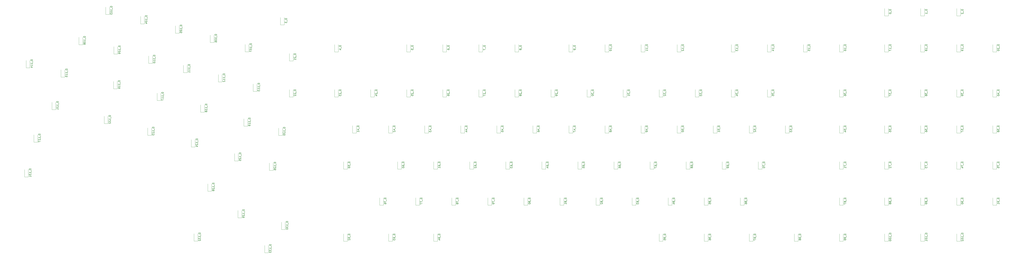
<source format=gbo>
G04 #@! TF.GenerationSoftware,KiCad,Pcbnew,(5.1.6)-1*
G04 #@! TF.CreationDate,2020-08-30T16:27:27-04:00*
G04 #@! TF.ProjectId,keyboard,6b657962-6f61-4726-942e-6b696361645f,rev?*
G04 #@! TF.SameCoordinates,Original*
G04 #@! TF.FileFunction,Legend,Bot*
G04 #@! TF.FilePolarity,Positive*
%FSLAX46Y46*%
G04 Gerber Fmt 4.6, Leading zero omitted, Abs format (unit mm)*
G04 Created by KiCad (PCBNEW (5.1.6)-1) date 2020-08-30 16:27:27*
%MOMM*%
%LPD*%
G01*
G04 APERTURE LIST*
%ADD10C,0.120000*%
%ADD11C,0.150000*%
G04 APERTURE END LIST*
D10*
X100844126Y-160865000D02*
X98844126Y-160865000D01*
X98844126Y-160865000D02*
X98844126Y-156965000D01*
X100844126Y-160865000D02*
X100844126Y-156965000D01*
X119245013Y-165795503D02*
X117245013Y-165795503D01*
X117245013Y-165795503D02*
X117245013Y-161895503D01*
X119245013Y-165795503D02*
X119245013Y-161895503D01*
X193116686Y-166356117D02*
X191116686Y-166356117D01*
X191116686Y-166356117D02*
X191116686Y-162456117D01*
X193116686Y-166356117D02*
X193116686Y-162456117D01*
X512204186Y-161593617D02*
X510204186Y-161593617D01*
X510204186Y-161593617D02*
X510204186Y-157693617D01*
X512204186Y-161593617D02*
X512204186Y-157693617D01*
X531254186Y-161593617D02*
X529254186Y-161593617D01*
X529254186Y-161593617D02*
X529254186Y-157693617D01*
X531254186Y-161593617D02*
X531254186Y-157693617D01*
X550304186Y-161593617D02*
X548304186Y-161593617D01*
X548304186Y-161593617D02*
X548304186Y-157693617D01*
X550304186Y-161593617D02*
X550304186Y-157693617D01*
X86713179Y-176800636D02*
X84713179Y-176800636D01*
X84713179Y-176800636D02*
X84713179Y-172900636D01*
X86713179Y-176800636D02*
X86713179Y-172900636D01*
X105114066Y-181731138D02*
X103114066Y-181731138D01*
X103114066Y-181731138D02*
X103114066Y-177831138D01*
X105114066Y-181731138D02*
X105114066Y-177831138D01*
X123514953Y-186661641D02*
X121514953Y-186661641D01*
X121514953Y-186661641D02*
X121514953Y-182761641D01*
X123514953Y-186661641D02*
X123514953Y-182761641D01*
X137645900Y-170726006D02*
X135645900Y-170726006D01*
X135645900Y-170726006D02*
X135645900Y-166826006D01*
X137645900Y-170726006D02*
X137645900Y-166826006D01*
X156046787Y-175656508D02*
X154046787Y-175656508D01*
X154046787Y-175656508D02*
X154046787Y-171756508D01*
X156046787Y-175656508D02*
X156046787Y-171756508D01*
X174447674Y-180587011D02*
X172447674Y-180587011D01*
X172447674Y-180587011D02*
X172447674Y-176687011D01*
X174447674Y-180587011D02*
X174447674Y-176687011D01*
X197879186Y-185406117D02*
X195879186Y-185406117D01*
X195879186Y-185406117D02*
X195879186Y-181506117D01*
X197879186Y-185406117D02*
X197879186Y-181506117D01*
X221691686Y-180643617D02*
X219691686Y-180643617D01*
X219691686Y-180643617D02*
X219691686Y-176743617D01*
X221691686Y-180643617D02*
X221691686Y-176743617D01*
X259791686Y-180643617D02*
X257791686Y-180643617D01*
X257791686Y-180643617D02*
X257791686Y-176743617D01*
X259791686Y-180643617D02*
X259791686Y-176743617D01*
X278841686Y-180643617D02*
X276841686Y-180643617D01*
X276841686Y-180643617D02*
X276841686Y-176743617D01*
X278841686Y-180643617D02*
X278841686Y-176743617D01*
X297891686Y-180643617D02*
X295891686Y-180643617D01*
X295891686Y-180643617D02*
X295891686Y-176743617D01*
X297891686Y-180643617D02*
X297891686Y-176743617D01*
X316941686Y-180643617D02*
X314941686Y-180643617D01*
X314941686Y-180643617D02*
X314941686Y-176743617D01*
X316941686Y-180643617D02*
X316941686Y-176743617D01*
X345516686Y-180643617D02*
X343516686Y-180643617D01*
X343516686Y-180643617D02*
X343516686Y-176743617D01*
X345516686Y-180643617D02*
X345516686Y-176743617D01*
X364566686Y-180643617D02*
X362566686Y-180643617D01*
X362566686Y-180643617D02*
X362566686Y-176743617D01*
X364566686Y-180643617D02*
X364566686Y-176743617D01*
X383616686Y-180643617D02*
X381616686Y-180643617D01*
X381616686Y-180643617D02*
X381616686Y-176743617D01*
X383616686Y-180643617D02*
X383616686Y-176743617D01*
X402666686Y-180643617D02*
X400666686Y-180643617D01*
X400666686Y-180643617D02*
X400666686Y-176743617D01*
X402666686Y-180643617D02*
X402666686Y-176743617D01*
X431241686Y-180643617D02*
X429241686Y-180643617D01*
X429241686Y-180643617D02*
X429241686Y-176743617D01*
X431241686Y-180643617D02*
X431241686Y-176743617D01*
X450291686Y-180643617D02*
X448291686Y-180643617D01*
X448291686Y-180643617D02*
X448291686Y-176743617D01*
X450291686Y-180643617D02*
X450291686Y-176743617D01*
X469341686Y-180643617D02*
X467341686Y-180643617D01*
X467341686Y-180643617D02*
X467341686Y-176743617D01*
X469341686Y-180643617D02*
X469341686Y-176743617D01*
X488391686Y-180643617D02*
X486391686Y-180643617D01*
X486391686Y-180643617D02*
X486391686Y-176743617D01*
X488391686Y-180643617D02*
X488391686Y-176743617D01*
X512204186Y-180643617D02*
X510204186Y-180643617D01*
X510204186Y-180643617D02*
X510204186Y-176743617D01*
X512204186Y-180643617D02*
X512204186Y-176743617D01*
X531254186Y-180643617D02*
X529254186Y-180643617D01*
X529254186Y-180643617D02*
X529254186Y-176743617D01*
X531254186Y-180643617D02*
X531254186Y-176743617D01*
X550304186Y-180643617D02*
X548304186Y-180643617D01*
X548304186Y-180643617D02*
X548304186Y-176743617D01*
X550304186Y-180643617D02*
X550304186Y-176743617D01*
X569354186Y-180643617D02*
X567354186Y-180643617D01*
X567354186Y-180643617D02*
X567354186Y-176743617D01*
X569354186Y-180643617D02*
X569354186Y-176743617D01*
X58781568Y-189038394D02*
X56781568Y-189038394D01*
X56781568Y-189038394D02*
X56781568Y-185138394D01*
X58781568Y-189038394D02*
X58781568Y-185138394D01*
X77182455Y-193968897D02*
X75182455Y-193968897D01*
X75182455Y-193968897D02*
X75182455Y-190068897D01*
X77182455Y-193968897D02*
X77182455Y-190068897D01*
X104946063Y-200132025D02*
X102946063Y-200132025D01*
X102946063Y-200132025D02*
X102946063Y-196232025D01*
X104946063Y-200132025D02*
X104946063Y-196232025D01*
X141915840Y-191592144D02*
X139915840Y-191592144D01*
X139915840Y-191592144D02*
X139915840Y-187692144D01*
X141915840Y-191592144D02*
X141915840Y-187692144D01*
X160316727Y-196522647D02*
X158316727Y-196522647D01*
X158316727Y-196522647D02*
X158316727Y-192622647D01*
X160316727Y-196522647D02*
X160316727Y-192622647D01*
X178717614Y-201453150D02*
X176717614Y-201453150D01*
X176717614Y-201453150D02*
X176717614Y-197553150D01*
X178717614Y-201453150D02*
X178717614Y-197553150D01*
X197879186Y-204456117D02*
X195879186Y-204456117D01*
X195879186Y-204456117D02*
X195879186Y-200556117D01*
X197879186Y-204456117D02*
X197879186Y-200556117D01*
X221691686Y-204456117D02*
X219691686Y-204456117D01*
X219691686Y-204456117D02*
X219691686Y-200556117D01*
X221691686Y-204456117D02*
X221691686Y-200556117D01*
X240741686Y-204456117D02*
X238741686Y-204456117D01*
X238741686Y-204456117D02*
X238741686Y-200556117D01*
X240741686Y-204456117D02*
X240741686Y-200556117D01*
X259791686Y-204456117D02*
X257791686Y-204456117D01*
X257791686Y-204456117D02*
X257791686Y-200556117D01*
X259791686Y-204456117D02*
X259791686Y-200556117D01*
X278841686Y-204456117D02*
X276841686Y-204456117D01*
X276841686Y-204456117D02*
X276841686Y-200556117D01*
X278841686Y-204456117D02*
X278841686Y-200556117D01*
X297891686Y-204456117D02*
X295891686Y-204456117D01*
X295891686Y-204456117D02*
X295891686Y-200556117D01*
X297891686Y-204456117D02*
X297891686Y-200556117D01*
X316941686Y-204456117D02*
X314941686Y-204456117D01*
X314941686Y-204456117D02*
X314941686Y-200556117D01*
X316941686Y-204456117D02*
X316941686Y-200556117D01*
X335991686Y-204456117D02*
X333991686Y-204456117D01*
X333991686Y-204456117D02*
X333991686Y-200556117D01*
X335991686Y-204456117D02*
X335991686Y-200556117D01*
X355041686Y-204456117D02*
X353041686Y-204456117D01*
X353041686Y-204456117D02*
X353041686Y-200556117D01*
X355041686Y-204456117D02*
X355041686Y-200556117D01*
X374091686Y-204456117D02*
X372091686Y-204456117D01*
X372091686Y-204456117D02*
X372091686Y-200556117D01*
X374091686Y-204456117D02*
X374091686Y-200556117D01*
X393141686Y-204456117D02*
X391141686Y-204456117D01*
X391141686Y-204456117D02*
X391141686Y-200556117D01*
X393141686Y-204456117D02*
X393141686Y-200556117D01*
X412191686Y-204456117D02*
X410191686Y-204456117D01*
X410191686Y-204456117D02*
X410191686Y-200556117D01*
X412191686Y-204456117D02*
X412191686Y-200556117D01*
X431241686Y-204456117D02*
X429241686Y-204456117D01*
X429241686Y-204456117D02*
X429241686Y-200556117D01*
X431241686Y-204456117D02*
X431241686Y-200556117D01*
X450291686Y-204456117D02*
X448291686Y-204456117D01*
X448291686Y-204456117D02*
X448291686Y-200556117D01*
X450291686Y-204456117D02*
X450291686Y-200556117D01*
X488391686Y-204456117D02*
X486391686Y-204456117D01*
X486391686Y-204456117D02*
X486391686Y-200556117D01*
X488391686Y-204456117D02*
X488391686Y-200556117D01*
X512204186Y-204456117D02*
X510204186Y-204456117D01*
X510204186Y-204456117D02*
X510204186Y-200556117D01*
X512204186Y-204456117D02*
X512204186Y-200556117D01*
X531254186Y-204456117D02*
X529254186Y-204456117D01*
X529254186Y-204456117D02*
X529254186Y-200556117D01*
X531254186Y-204456117D02*
X531254186Y-200556117D01*
X550304186Y-204456117D02*
X548304186Y-204456117D01*
X548304186Y-204456117D02*
X548304186Y-200556117D01*
X550304186Y-204456117D02*
X550304186Y-200556117D01*
X569354186Y-204456117D02*
X567354186Y-204456117D01*
X567354186Y-204456117D02*
X567354186Y-200556117D01*
X569354186Y-204456117D02*
X569354186Y-200556117D01*
X72414230Y-211137158D02*
X70414230Y-211137158D01*
X70414230Y-211137158D02*
X70414230Y-207237158D01*
X72414230Y-211137158D02*
X72414230Y-207237158D01*
X100015561Y-218532912D02*
X98015561Y-218532912D01*
X98015561Y-218532912D02*
X98015561Y-214632912D01*
X100015561Y-218532912D02*
X100015561Y-214632912D01*
X127947172Y-206295154D02*
X125947172Y-206295154D01*
X125947172Y-206295154D02*
X125947172Y-202395154D01*
X127947172Y-206295154D02*
X127947172Y-202395154D01*
X123016669Y-224696041D02*
X121016669Y-224696041D01*
X121016669Y-224696041D02*
X121016669Y-220796041D01*
X123016669Y-224696041D02*
X123016669Y-220796041D01*
X150948281Y-212458282D02*
X148948281Y-212458282D01*
X148948281Y-212458282D02*
X148948281Y-208558282D01*
X150948281Y-212458282D02*
X150948281Y-208558282D01*
X173787111Y-219854037D02*
X171787111Y-219854037D01*
X171787111Y-219854037D02*
X171787111Y-215954037D01*
X173787111Y-219854037D02*
X173787111Y-215954037D01*
X192187998Y-224784539D02*
X190187998Y-224784539D01*
X190187998Y-224784539D02*
X190187998Y-220884539D01*
X192187998Y-224784539D02*
X192187998Y-220884539D01*
X231216686Y-223506117D02*
X229216686Y-223506117D01*
X229216686Y-223506117D02*
X229216686Y-219606117D01*
X231216686Y-223506117D02*
X231216686Y-219606117D01*
X250266686Y-223506117D02*
X248266686Y-223506117D01*
X248266686Y-223506117D02*
X248266686Y-219606117D01*
X250266686Y-223506117D02*
X250266686Y-219606117D01*
X269316686Y-223506117D02*
X267316686Y-223506117D01*
X267316686Y-223506117D02*
X267316686Y-219606117D01*
X269316686Y-223506117D02*
X269316686Y-219606117D01*
X288366686Y-223506117D02*
X286366686Y-223506117D01*
X286366686Y-223506117D02*
X286366686Y-219606117D01*
X288366686Y-223506117D02*
X288366686Y-219606117D01*
X307416686Y-223506117D02*
X305416686Y-223506117D01*
X305416686Y-223506117D02*
X305416686Y-219606117D01*
X307416686Y-223506117D02*
X307416686Y-219606117D01*
X326466686Y-223506117D02*
X324466686Y-223506117D01*
X324466686Y-223506117D02*
X324466686Y-219606117D01*
X326466686Y-223506117D02*
X326466686Y-219606117D01*
X345516686Y-223506117D02*
X343516686Y-223506117D01*
X343516686Y-223506117D02*
X343516686Y-219606117D01*
X345516686Y-223506117D02*
X345516686Y-219606117D01*
X364566686Y-223506117D02*
X362566686Y-223506117D01*
X362566686Y-223506117D02*
X362566686Y-219606117D01*
X364566686Y-223506117D02*
X364566686Y-219606117D01*
X383616686Y-223506117D02*
X381616686Y-223506117D01*
X381616686Y-223506117D02*
X381616686Y-219606117D01*
X383616686Y-223506117D02*
X383616686Y-219606117D01*
X402666686Y-223506117D02*
X400666686Y-223506117D01*
X400666686Y-223506117D02*
X400666686Y-219606117D01*
X402666686Y-223506117D02*
X402666686Y-219606117D01*
X421716686Y-223506117D02*
X419716686Y-223506117D01*
X419716686Y-223506117D02*
X419716686Y-219606117D01*
X421716686Y-223506117D02*
X421716686Y-219606117D01*
X440766686Y-223506117D02*
X438766686Y-223506117D01*
X438766686Y-223506117D02*
X438766686Y-219606117D01*
X440766686Y-223506117D02*
X440766686Y-219606117D01*
X459816686Y-223506117D02*
X457816686Y-223506117D01*
X457816686Y-223506117D02*
X457816686Y-219606117D01*
X459816686Y-223506117D02*
X459816686Y-219606117D01*
X488391686Y-223506117D02*
X486391686Y-223506117D01*
X486391686Y-223506117D02*
X486391686Y-219606117D01*
X488391686Y-223506117D02*
X488391686Y-219606117D01*
X512204186Y-223506117D02*
X510204186Y-223506117D01*
X510204186Y-223506117D02*
X510204186Y-219606117D01*
X512204186Y-223506117D02*
X512204186Y-219606117D01*
X531254186Y-223506117D02*
X529254186Y-223506117D01*
X529254186Y-223506117D02*
X529254186Y-219606117D01*
X531254186Y-223506117D02*
X531254186Y-219606117D01*
X550304186Y-223506117D02*
X548304186Y-223506117D01*
X548304186Y-223506117D02*
X548304186Y-219606117D01*
X550304186Y-223506117D02*
X550304186Y-219606117D01*
X569354186Y-223506117D02*
X567354186Y-223506117D01*
X567354186Y-223506117D02*
X567354186Y-219606117D01*
X569354186Y-223506117D02*
X569354186Y-219606117D01*
X62883506Y-228305419D02*
X60883506Y-228305419D01*
X60883506Y-228305419D02*
X60883506Y-224405419D01*
X62883506Y-228305419D02*
X62883506Y-224405419D01*
X146017778Y-230859169D02*
X144017778Y-230859169D01*
X144017778Y-230859169D02*
X144017778Y-226959169D01*
X146017778Y-230859169D02*
X146017778Y-226959169D01*
X168856609Y-238254924D02*
X166856609Y-238254924D01*
X166856609Y-238254924D02*
X166856609Y-234354924D01*
X168856609Y-238254924D02*
X168856609Y-234354924D01*
X187257496Y-243185426D02*
X185257496Y-243185426D01*
X185257496Y-243185426D02*
X185257496Y-239285426D01*
X187257496Y-243185426D02*
X187257496Y-239285426D01*
X226454186Y-242556117D02*
X224454186Y-242556117D01*
X224454186Y-242556117D02*
X224454186Y-238656117D01*
X226454186Y-242556117D02*
X226454186Y-238656117D01*
X255029186Y-242556117D02*
X253029186Y-242556117D01*
X253029186Y-242556117D02*
X253029186Y-238656117D01*
X255029186Y-242556117D02*
X255029186Y-238656117D01*
X274079186Y-242556117D02*
X272079186Y-242556117D01*
X272079186Y-242556117D02*
X272079186Y-238656117D01*
X274079186Y-242556117D02*
X274079186Y-238656117D01*
X293129186Y-242556117D02*
X291129186Y-242556117D01*
X291129186Y-242556117D02*
X291129186Y-238656117D01*
X293129186Y-242556117D02*
X293129186Y-238656117D01*
X312179186Y-242556117D02*
X310179186Y-242556117D01*
X310179186Y-242556117D02*
X310179186Y-238656117D01*
X312179186Y-242556117D02*
X312179186Y-238656117D01*
X331229186Y-242556117D02*
X329229186Y-242556117D01*
X329229186Y-242556117D02*
X329229186Y-238656117D01*
X331229186Y-242556117D02*
X331229186Y-238656117D01*
X350279186Y-242556117D02*
X348279186Y-242556117D01*
X348279186Y-242556117D02*
X348279186Y-238656117D01*
X350279186Y-242556117D02*
X350279186Y-238656117D01*
X369329186Y-242556117D02*
X367329186Y-242556117D01*
X367329186Y-242556117D02*
X367329186Y-238656117D01*
X369329186Y-242556117D02*
X369329186Y-238656117D01*
X388379186Y-242556117D02*
X386379186Y-242556117D01*
X386379186Y-242556117D02*
X386379186Y-238656117D01*
X388379186Y-242556117D02*
X388379186Y-238656117D01*
X407429186Y-242556117D02*
X405429186Y-242556117D01*
X405429186Y-242556117D02*
X405429186Y-238656117D01*
X407429186Y-242556117D02*
X407429186Y-238656117D01*
X426479186Y-242556117D02*
X424479186Y-242556117D01*
X424479186Y-242556117D02*
X424479186Y-238656117D01*
X426479186Y-242556117D02*
X426479186Y-238656117D01*
X445529186Y-242556117D02*
X443529186Y-242556117D01*
X443529186Y-242556117D02*
X443529186Y-238656117D01*
X445529186Y-242556117D02*
X445529186Y-238656117D01*
X488391686Y-242556117D02*
X486391686Y-242556117D01*
X486391686Y-242556117D02*
X486391686Y-238656117D01*
X488391686Y-242556117D02*
X488391686Y-238656117D01*
X512204186Y-242556117D02*
X510204186Y-242556117D01*
X510204186Y-242556117D02*
X510204186Y-238656117D01*
X512204186Y-242556117D02*
X512204186Y-238656117D01*
X531254186Y-242556117D02*
X529254186Y-242556117D01*
X529254186Y-242556117D02*
X529254186Y-238656117D01*
X531254186Y-242556117D02*
X531254186Y-238656117D01*
X550304186Y-242556117D02*
X548304186Y-242556117D01*
X548304186Y-242556117D02*
X548304186Y-238656117D01*
X550304186Y-242556117D02*
X550304186Y-238656117D01*
X569354186Y-242556117D02*
X567354186Y-242556117D01*
X567354186Y-242556117D02*
X567354186Y-238656117D01*
X569354186Y-242556117D02*
X569354186Y-238656117D01*
X57953003Y-246706306D02*
X55953003Y-246706306D01*
X55953003Y-246706306D02*
X55953003Y-242806306D01*
X57953003Y-246706306D02*
X57953003Y-242806306D01*
X154725662Y-254190559D02*
X152725662Y-254190559D01*
X152725662Y-254190559D02*
X152725662Y-250290559D01*
X154725662Y-254190559D02*
X154725662Y-250290559D01*
X245504186Y-261606117D02*
X243504186Y-261606117D01*
X243504186Y-261606117D02*
X243504186Y-257706117D01*
X245504186Y-261606117D02*
X245504186Y-257706117D01*
X264554186Y-261606117D02*
X262554186Y-261606117D01*
X262554186Y-261606117D02*
X262554186Y-257706117D01*
X264554186Y-261606117D02*
X264554186Y-257706117D01*
X283604186Y-261606117D02*
X281604186Y-261606117D01*
X281604186Y-261606117D02*
X281604186Y-257706117D01*
X283604186Y-261606117D02*
X283604186Y-257706117D01*
X302654186Y-261606117D02*
X300654186Y-261606117D01*
X300654186Y-261606117D02*
X300654186Y-257706117D01*
X302654186Y-261606117D02*
X302654186Y-257706117D01*
X321704186Y-261606117D02*
X319704186Y-261606117D01*
X319704186Y-261606117D02*
X319704186Y-257706117D01*
X321704186Y-261606117D02*
X321704186Y-257706117D01*
X340754186Y-261606117D02*
X338754186Y-261606117D01*
X338754186Y-261606117D02*
X338754186Y-257706117D01*
X340754186Y-261606117D02*
X340754186Y-257706117D01*
X359804186Y-261606117D02*
X357804186Y-261606117D01*
X357804186Y-261606117D02*
X357804186Y-257706117D01*
X359804186Y-261606117D02*
X359804186Y-257706117D01*
X378854186Y-261606117D02*
X376854186Y-261606117D01*
X376854186Y-261606117D02*
X376854186Y-257706117D01*
X378854186Y-261606117D02*
X378854186Y-257706117D01*
X397904186Y-261606117D02*
X395904186Y-261606117D01*
X395904186Y-261606117D02*
X395904186Y-257706117D01*
X397904186Y-261606117D02*
X397904186Y-257706117D01*
X416954186Y-261606117D02*
X414954186Y-261606117D01*
X414954186Y-261606117D02*
X414954186Y-257706117D01*
X416954186Y-261606117D02*
X416954186Y-257706117D01*
X436004186Y-261606117D02*
X434004186Y-261606117D01*
X434004186Y-261606117D02*
X434004186Y-257706117D01*
X436004186Y-261606117D02*
X436004186Y-257706117D01*
X488391686Y-261606117D02*
X486391686Y-261606117D01*
X486391686Y-261606117D02*
X486391686Y-257706117D01*
X488391686Y-261606117D02*
X488391686Y-257706117D01*
X512204186Y-261606117D02*
X510204186Y-261606117D01*
X510204186Y-261606117D02*
X510204186Y-257706117D01*
X512204186Y-261606117D02*
X512204186Y-257706117D01*
X531254186Y-261606117D02*
X529254186Y-261606117D01*
X529254186Y-261606117D02*
X529254186Y-257706117D01*
X531254186Y-261606117D02*
X531254186Y-257706117D01*
X550304186Y-261606117D02*
X548304186Y-261606117D01*
X548304186Y-261606117D02*
X548304186Y-257706117D01*
X550304186Y-261606117D02*
X550304186Y-257706117D01*
X147492186Y-280559264D02*
X145492186Y-280559264D01*
X145492186Y-280559264D02*
X145492186Y-276659264D01*
X147492186Y-280559264D02*
X147492186Y-276659264D01*
X170661298Y-268321506D02*
X168661298Y-268321506D01*
X168661298Y-268321506D02*
X168661298Y-264421506D01*
X170661298Y-268321506D02*
X170661298Y-264421506D01*
X193662407Y-274484634D02*
X191662407Y-274484634D01*
X191662407Y-274484634D02*
X191662407Y-270584634D01*
X193662407Y-274484634D02*
X193662407Y-270584634D01*
X226454186Y-280656117D02*
X224454186Y-280656117D01*
X224454186Y-280656117D02*
X224454186Y-276756117D01*
X226454186Y-280656117D02*
X226454186Y-276756117D01*
X250266686Y-280656117D02*
X248266686Y-280656117D01*
X248266686Y-280656117D02*
X248266686Y-276756117D01*
X250266686Y-280656117D02*
X250266686Y-276756117D01*
X274079186Y-280656117D02*
X272079186Y-280656117D01*
X272079186Y-280656117D02*
X272079186Y-276756117D01*
X274079186Y-280656117D02*
X274079186Y-276756117D01*
X393141686Y-280656117D02*
X391141686Y-280656117D01*
X391141686Y-280656117D02*
X391141686Y-276756117D01*
X393141686Y-280656117D02*
X393141686Y-276756117D01*
X416954186Y-280656117D02*
X414954186Y-280656117D01*
X414954186Y-280656117D02*
X414954186Y-276756117D01*
X416954186Y-280656117D02*
X416954186Y-276756117D01*
X440766686Y-280656117D02*
X438766686Y-280656117D01*
X438766686Y-280656117D02*
X438766686Y-276756117D01*
X440766686Y-280656117D02*
X440766686Y-276756117D01*
X464579186Y-280656117D02*
X462579186Y-280656117D01*
X462579186Y-280656117D02*
X462579186Y-276756117D01*
X464579186Y-280656117D02*
X464579186Y-276756117D01*
X488391686Y-280656117D02*
X486391686Y-280656117D01*
X486391686Y-280656117D02*
X486391686Y-276756117D01*
X488391686Y-280656117D02*
X488391686Y-276756117D01*
X512204186Y-280656117D02*
X510204186Y-280656117D01*
X510204186Y-280656117D02*
X510204186Y-276756117D01*
X512204186Y-280656117D02*
X512204186Y-276756117D01*
X531254186Y-280656117D02*
X529254186Y-280656117D01*
X529254186Y-280656117D02*
X529254186Y-276756117D01*
X531254186Y-280656117D02*
X531254186Y-276756117D01*
X550304186Y-280656117D02*
X548304186Y-280656117D01*
X548304186Y-280656117D02*
X548304186Y-276756117D01*
X550304186Y-280656117D02*
X550304186Y-276756117D01*
X569354186Y-261606117D02*
X567354186Y-261606117D01*
X567354186Y-261606117D02*
X567354186Y-257706117D01*
X569354186Y-261606117D02*
X569354186Y-257706117D01*
X184780795Y-286722392D02*
X182780795Y-286722392D01*
X182780795Y-286722392D02*
X182780795Y-282822392D01*
X184780795Y-286722392D02*
X184780795Y-282822392D01*
D11*
X102296506Y-156543571D02*
X101296506Y-156543571D01*
X101296506Y-156781666D01*
X101344126Y-156924523D01*
X101439364Y-157019761D01*
X101534602Y-157067380D01*
X101725078Y-157115000D01*
X101867935Y-157115000D01*
X102058411Y-157067380D01*
X102153649Y-157019761D01*
X102248887Y-156924523D01*
X102296506Y-156781666D01*
X102296506Y-156543571D01*
X102391745Y-157305476D02*
X102391745Y-158067380D01*
X102296506Y-158829285D02*
X102296506Y-158257857D01*
X102296506Y-158543571D02*
X101296506Y-158543571D01*
X101439364Y-158448333D01*
X101534602Y-158353095D01*
X101582221Y-158257857D01*
X101296506Y-159448333D02*
X101296506Y-159543571D01*
X101344126Y-159638809D01*
X101391745Y-159686428D01*
X101486983Y-159734047D01*
X101677459Y-159781666D01*
X101915554Y-159781666D01*
X102106030Y-159734047D01*
X102201268Y-159686428D01*
X102248887Y-159638809D01*
X102296506Y-159543571D01*
X102296506Y-159448333D01*
X102248887Y-159353095D01*
X102201268Y-159305476D01*
X102106030Y-159257857D01*
X101915554Y-159210238D01*
X101677459Y-159210238D01*
X101486983Y-159257857D01*
X101391745Y-159305476D01*
X101344126Y-159353095D01*
X101296506Y-159448333D01*
X101296506Y-160115000D02*
X101296506Y-160734047D01*
X101677459Y-160400714D01*
X101677459Y-160543571D01*
X101725078Y-160638809D01*
X101772697Y-160686428D01*
X101867935Y-160734047D01*
X102106030Y-160734047D01*
X102201268Y-160686428D01*
X102248887Y-160638809D01*
X102296506Y-160543571D01*
X102296506Y-160257857D01*
X102248887Y-160162619D01*
X102201268Y-160115000D01*
X120697393Y-161474074D02*
X119697393Y-161474074D01*
X119697393Y-161712169D01*
X119745013Y-161855026D01*
X119840251Y-161950264D01*
X119935489Y-161997883D01*
X120125965Y-162045503D01*
X120268822Y-162045503D01*
X120459298Y-161997883D01*
X120554536Y-161950264D01*
X120649774Y-161855026D01*
X120697393Y-161712169D01*
X120697393Y-161474074D01*
X120792632Y-162235979D02*
X120792632Y-162997883D01*
X120697393Y-163759788D02*
X120697393Y-163188360D01*
X120697393Y-163474074D02*
X119697393Y-163474074D01*
X119840251Y-163378836D01*
X119935489Y-163283598D01*
X119983108Y-163188360D01*
X119697393Y-164378836D02*
X119697393Y-164474074D01*
X119745013Y-164569312D01*
X119792632Y-164616931D01*
X119887870Y-164664550D01*
X120078346Y-164712169D01*
X120316441Y-164712169D01*
X120506917Y-164664550D01*
X120602155Y-164616931D01*
X120649774Y-164569312D01*
X120697393Y-164474074D01*
X120697393Y-164378836D01*
X120649774Y-164283598D01*
X120602155Y-164235979D01*
X120506917Y-164188360D01*
X120316441Y-164140741D01*
X120078346Y-164140741D01*
X119887870Y-164188360D01*
X119792632Y-164235979D01*
X119745013Y-164283598D01*
X119697393Y-164378836D01*
X120030727Y-165569312D02*
X120697393Y-165569312D01*
X119649774Y-165331217D02*
X120364060Y-165093122D01*
X120364060Y-165712169D01*
X194569066Y-162987069D02*
X193569066Y-162987069D01*
X193569066Y-163225164D01*
X193616686Y-163368021D01*
X193711924Y-163463259D01*
X193807162Y-163510878D01*
X193997638Y-163558497D01*
X194140495Y-163558497D01*
X194330971Y-163510878D01*
X194426209Y-163463259D01*
X194521447Y-163368021D01*
X194569066Y-163225164D01*
X194569066Y-162987069D01*
X194664305Y-163748974D02*
X194664305Y-164510878D01*
X193569066Y-164653736D02*
X193569066Y-165272783D01*
X193950019Y-164939450D01*
X193950019Y-165082307D01*
X193997638Y-165177545D01*
X194045257Y-165225164D01*
X194140495Y-165272783D01*
X194378590Y-165272783D01*
X194473828Y-165225164D01*
X194521447Y-165177545D01*
X194569066Y-165082307D01*
X194569066Y-164796593D01*
X194521447Y-164701355D01*
X194473828Y-164653736D01*
X513656566Y-158224569D02*
X512656566Y-158224569D01*
X512656566Y-158462664D01*
X512704186Y-158605521D01*
X512799424Y-158700759D01*
X512894662Y-158748378D01*
X513085138Y-158795997D01*
X513227995Y-158795997D01*
X513418471Y-158748378D01*
X513513709Y-158700759D01*
X513608947Y-158605521D01*
X513656566Y-158462664D01*
X513656566Y-158224569D01*
X513751805Y-158986474D02*
X513751805Y-159748378D01*
X512656566Y-160176950D02*
X512656566Y-160272188D01*
X512704186Y-160367426D01*
X512751805Y-160415045D01*
X512847043Y-160462664D01*
X513037519Y-160510283D01*
X513275614Y-160510283D01*
X513466090Y-160462664D01*
X513561328Y-160415045D01*
X513608947Y-160367426D01*
X513656566Y-160272188D01*
X513656566Y-160176950D01*
X513608947Y-160081712D01*
X513561328Y-160034093D01*
X513466090Y-159986474D01*
X513275614Y-159938855D01*
X513037519Y-159938855D01*
X512847043Y-159986474D01*
X512751805Y-160034093D01*
X512704186Y-160081712D01*
X512656566Y-160176950D01*
X532706566Y-158224569D02*
X531706566Y-158224569D01*
X531706566Y-158462664D01*
X531754186Y-158605521D01*
X531849424Y-158700759D01*
X531944662Y-158748378D01*
X532135138Y-158795997D01*
X532277995Y-158795997D01*
X532468471Y-158748378D01*
X532563709Y-158700759D01*
X532658947Y-158605521D01*
X532706566Y-158462664D01*
X532706566Y-158224569D01*
X532801805Y-158986474D02*
X532801805Y-159748378D01*
X532706566Y-160510283D02*
X532706566Y-159938855D01*
X532706566Y-160224569D02*
X531706566Y-160224569D01*
X531849424Y-160129331D01*
X531944662Y-160034093D01*
X531992281Y-159938855D01*
X551756566Y-158224569D02*
X550756566Y-158224569D01*
X550756566Y-158462664D01*
X550804186Y-158605521D01*
X550899424Y-158700759D01*
X550994662Y-158748378D01*
X551185138Y-158795997D01*
X551327995Y-158795997D01*
X551518471Y-158748378D01*
X551613709Y-158700759D01*
X551708947Y-158605521D01*
X551756566Y-158462664D01*
X551756566Y-158224569D01*
X551851805Y-158986474D02*
X551851805Y-159748378D01*
X550851805Y-159938855D02*
X550804186Y-159986474D01*
X550756566Y-160081712D01*
X550756566Y-160319807D01*
X550804186Y-160415045D01*
X550851805Y-160462664D01*
X550947043Y-160510283D01*
X551042281Y-160510283D01*
X551185138Y-160462664D01*
X551756566Y-159891236D01*
X551756566Y-160510283D01*
X88165559Y-172479207D02*
X87165559Y-172479207D01*
X87165559Y-172717302D01*
X87213179Y-172860159D01*
X87308417Y-172955397D01*
X87403655Y-173003016D01*
X87594131Y-173050636D01*
X87736988Y-173050636D01*
X87927464Y-173003016D01*
X88022702Y-172955397D01*
X88117940Y-172860159D01*
X88165559Y-172717302D01*
X88165559Y-172479207D01*
X88260798Y-173241112D02*
X88260798Y-174003016D01*
X88165559Y-174764921D02*
X88165559Y-174193493D01*
X88165559Y-174479207D02*
X87165559Y-174479207D01*
X87308417Y-174383969D01*
X87403655Y-174288731D01*
X87451274Y-174193493D01*
X87165559Y-175383969D02*
X87165559Y-175479207D01*
X87213179Y-175574445D01*
X87260798Y-175622064D01*
X87356036Y-175669683D01*
X87546512Y-175717302D01*
X87784607Y-175717302D01*
X87975083Y-175669683D01*
X88070321Y-175622064D01*
X88117940Y-175574445D01*
X88165559Y-175479207D01*
X88165559Y-175383969D01*
X88117940Y-175288731D01*
X88070321Y-175241112D01*
X87975083Y-175193493D01*
X87784607Y-175145874D01*
X87546512Y-175145874D01*
X87356036Y-175193493D01*
X87260798Y-175241112D01*
X87213179Y-175288731D01*
X87165559Y-175383969D01*
X87594131Y-176288731D02*
X87546512Y-176193493D01*
X87498893Y-176145874D01*
X87403655Y-176098255D01*
X87356036Y-176098255D01*
X87260798Y-176145874D01*
X87213179Y-176193493D01*
X87165559Y-176288731D01*
X87165559Y-176479207D01*
X87213179Y-176574445D01*
X87260798Y-176622064D01*
X87356036Y-176669683D01*
X87403655Y-176669683D01*
X87498893Y-176622064D01*
X87546512Y-176574445D01*
X87594131Y-176479207D01*
X87594131Y-176288731D01*
X87641750Y-176193493D01*
X87689369Y-176145874D01*
X87784607Y-176098255D01*
X87975083Y-176098255D01*
X88070321Y-176145874D01*
X88117940Y-176193493D01*
X88165559Y-176288731D01*
X88165559Y-176479207D01*
X88117940Y-176574445D01*
X88070321Y-176622064D01*
X87975083Y-176669683D01*
X87784607Y-176669683D01*
X87689369Y-176622064D01*
X87641750Y-176574445D01*
X87594131Y-176479207D01*
X106566446Y-177409709D02*
X105566446Y-177409709D01*
X105566446Y-177647804D01*
X105614066Y-177790661D01*
X105709304Y-177885899D01*
X105804542Y-177933518D01*
X105995018Y-177981138D01*
X106137875Y-177981138D01*
X106328351Y-177933518D01*
X106423589Y-177885899D01*
X106518827Y-177790661D01*
X106566446Y-177647804D01*
X106566446Y-177409709D01*
X106661685Y-178171614D02*
X106661685Y-178933518D01*
X106566446Y-179695423D02*
X106566446Y-179123995D01*
X106566446Y-179409709D02*
X105566446Y-179409709D01*
X105709304Y-179314471D01*
X105804542Y-179219233D01*
X105852161Y-179123995D01*
X105566446Y-180314471D02*
X105566446Y-180409709D01*
X105614066Y-180504947D01*
X105661685Y-180552566D01*
X105756923Y-180600185D01*
X105947399Y-180647804D01*
X106185494Y-180647804D01*
X106375970Y-180600185D01*
X106471208Y-180552566D01*
X106518827Y-180504947D01*
X106566446Y-180409709D01*
X106566446Y-180314471D01*
X106518827Y-180219233D01*
X106471208Y-180171614D01*
X106375970Y-180123995D01*
X106185494Y-180076376D01*
X105947399Y-180076376D01*
X105756923Y-180123995D01*
X105661685Y-180171614D01*
X105614066Y-180219233D01*
X105566446Y-180314471D01*
X106566446Y-181123995D02*
X106566446Y-181314471D01*
X106518827Y-181409709D01*
X106471208Y-181457328D01*
X106328351Y-181552566D01*
X106137875Y-181600185D01*
X105756923Y-181600185D01*
X105661685Y-181552566D01*
X105614066Y-181504947D01*
X105566446Y-181409709D01*
X105566446Y-181219233D01*
X105614066Y-181123995D01*
X105661685Y-181076376D01*
X105756923Y-181028757D01*
X105995018Y-181028757D01*
X106090256Y-181076376D01*
X106137875Y-181123995D01*
X106185494Y-181219233D01*
X106185494Y-181409709D01*
X106137875Y-181504947D01*
X106090256Y-181552566D01*
X105995018Y-181600185D01*
X124967333Y-182340212D02*
X123967333Y-182340212D01*
X123967333Y-182578307D01*
X124014953Y-182721164D01*
X124110191Y-182816402D01*
X124205429Y-182864021D01*
X124395905Y-182911641D01*
X124538762Y-182911641D01*
X124729238Y-182864021D01*
X124824476Y-182816402D01*
X124919714Y-182721164D01*
X124967333Y-182578307D01*
X124967333Y-182340212D01*
X125062572Y-183102117D02*
X125062572Y-183864021D01*
X124967333Y-184625926D02*
X124967333Y-184054498D01*
X124967333Y-184340212D02*
X123967333Y-184340212D01*
X124110191Y-184244974D01*
X124205429Y-184149736D01*
X124253048Y-184054498D01*
X124967333Y-185578307D02*
X124967333Y-185006879D01*
X124967333Y-185292593D02*
X123967333Y-185292593D01*
X124110191Y-185197355D01*
X124205429Y-185102117D01*
X124253048Y-185006879D01*
X123967333Y-186197355D02*
X123967333Y-186292593D01*
X124014953Y-186387831D01*
X124062572Y-186435450D01*
X124157810Y-186483069D01*
X124348286Y-186530688D01*
X124586381Y-186530688D01*
X124776857Y-186483069D01*
X124872095Y-186435450D01*
X124919714Y-186387831D01*
X124967333Y-186292593D01*
X124967333Y-186197355D01*
X124919714Y-186102117D01*
X124872095Y-186054498D01*
X124776857Y-186006879D01*
X124586381Y-185959260D01*
X124348286Y-185959260D01*
X124157810Y-186006879D01*
X124062572Y-186054498D01*
X124014953Y-186102117D01*
X123967333Y-186197355D01*
X139098280Y-166404577D02*
X138098280Y-166404577D01*
X138098280Y-166642672D01*
X138145900Y-166785529D01*
X138241138Y-166880767D01*
X138336376Y-166928386D01*
X138526852Y-166976006D01*
X138669709Y-166976006D01*
X138860185Y-166928386D01*
X138955423Y-166880767D01*
X139050661Y-166785529D01*
X139098280Y-166642672D01*
X139098280Y-166404577D01*
X139193519Y-167166482D02*
X139193519Y-167928386D01*
X139098280Y-168690291D02*
X139098280Y-168118863D01*
X139098280Y-168404577D02*
X138098280Y-168404577D01*
X138241138Y-168309339D01*
X138336376Y-168214101D01*
X138383995Y-168118863D01*
X138098280Y-169309339D02*
X138098280Y-169404577D01*
X138145900Y-169499815D01*
X138193519Y-169547434D01*
X138288757Y-169595053D01*
X138479233Y-169642672D01*
X138717328Y-169642672D01*
X138907804Y-169595053D01*
X139003042Y-169547434D01*
X139050661Y-169499815D01*
X139098280Y-169404577D01*
X139098280Y-169309339D01*
X139050661Y-169214101D01*
X139003042Y-169166482D01*
X138907804Y-169118863D01*
X138717328Y-169071244D01*
X138479233Y-169071244D01*
X138288757Y-169118863D01*
X138193519Y-169166482D01*
X138145900Y-169214101D01*
X138098280Y-169309339D01*
X138098280Y-170547434D02*
X138098280Y-170071244D01*
X138574471Y-170023625D01*
X138526852Y-170071244D01*
X138479233Y-170166482D01*
X138479233Y-170404577D01*
X138526852Y-170499815D01*
X138574471Y-170547434D01*
X138669709Y-170595053D01*
X138907804Y-170595053D01*
X139003042Y-170547434D01*
X139050661Y-170499815D01*
X139098280Y-170404577D01*
X139098280Y-170166482D01*
X139050661Y-170071244D01*
X139003042Y-170023625D01*
X157499167Y-171335079D02*
X156499167Y-171335079D01*
X156499167Y-171573174D01*
X156546787Y-171716031D01*
X156642025Y-171811269D01*
X156737263Y-171858888D01*
X156927739Y-171906508D01*
X157070596Y-171906508D01*
X157261072Y-171858888D01*
X157356310Y-171811269D01*
X157451548Y-171716031D01*
X157499167Y-171573174D01*
X157499167Y-171335079D01*
X157594406Y-172096984D02*
X157594406Y-172858888D01*
X157499167Y-173620793D02*
X157499167Y-173049365D01*
X157499167Y-173335079D02*
X156499167Y-173335079D01*
X156642025Y-173239841D01*
X156737263Y-173144603D01*
X156784882Y-173049365D01*
X156499167Y-174239841D02*
X156499167Y-174335079D01*
X156546787Y-174430317D01*
X156594406Y-174477936D01*
X156689644Y-174525555D01*
X156880120Y-174573174D01*
X157118215Y-174573174D01*
X157308691Y-174525555D01*
X157403929Y-174477936D01*
X157451548Y-174430317D01*
X157499167Y-174335079D01*
X157499167Y-174239841D01*
X157451548Y-174144603D01*
X157403929Y-174096984D01*
X157308691Y-174049365D01*
X157118215Y-174001746D01*
X156880120Y-174001746D01*
X156689644Y-174049365D01*
X156594406Y-174096984D01*
X156546787Y-174144603D01*
X156499167Y-174239841D01*
X156499167Y-175430317D02*
X156499167Y-175239841D01*
X156546787Y-175144603D01*
X156594406Y-175096984D01*
X156737263Y-175001746D01*
X156927739Y-174954127D01*
X157308691Y-174954127D01*
X157403929Y-175001746D01*
X157451548Y-175049365D01*
X157499167Y-175144603D01*
X157499167Y-175335079D01*
X157451548Y-175430317D01*
X157403929Y-175477936D01*
X157308691Y-175525555D01*
X157070596Y-175525555D01*
X156975358Y-175477936D01*
X156927739Y-175430317D01*
X156880120Y-175335079D01*
X156880120Y-175144603D01*
X156927739Y-175049365D01*
X156975358Y-175001746D01*
X157070596Y-174954127D01*
X175900054Y-176265582D02*
X174900054Y-176265582D01*
X174900054Y-176503677D01*
X174947674Y-176646534D01*
X175042912Y-176741772D01*
X175138150Y-176789391D01*
X175328626Y-176837011D01*
X175471483Y-176837011D01*
X175661959Y-176789391D01*
X175757197Y-176741772D01*
X175852435Y-176646534D01*
X175900054Y-176503677D01*
X175900054Y-176265582D01*
X175995293Y-177027487D02*
X175995293Y-177789391D01*
X175900054Y-178551296D02*
X175900054Y-177979868D01*
X175900054Y-178265582D02*
X174900054Y-178265582D01*
X175042912Y-178170344D01*
X175138150Y-178075106D01*
X175185769Y-177979868D01*
X174900054Y-179170344D02*
X174900054Y-179265582D01*
X174947674Y-179360820D01*
X174995293Y-179408439D01*
X175090531Y-179456058D01*
X175281007Y-179503677D01*
X175519102Y-179503677D01*
X175709578Y-179456058D01*
X175804816Y-179408439D01*
X175852435Y-179360820D01*
X175900054Y-179265582D01*
X175900054Y-179170344D01*
X175852435Y-179075106D01*
X175804816Y-179027487D01*
X175709578Y-178979868D01*
X175519102Y-178932249D01*
X175281007Y-178932249D01*
X175090531Y-178979868D01*
X174995293Y-179027487D01*
X174947674Y-179075106D01*
X174900054Y-179170344D01*
X174900054Y-179837011D02*
X174900054Y-180503677D01*
X175900054Y-180075106D01*
X199331566Y-181560878D02*
X198331566Y-181560878D01*
X198331566Y-181798974D01*
X198379186Y-181941831D01*
X198474424Y-182037069D01*
X198569662Y-182084688D01*
X198760138Y-182132307D01*
X198902995Y-182132307D01*
X199093471Y-182084688D01*
X199188709Y-182037069D01*
X199283947Y-181941831D01*
X199331566Y-181798974D01*
X199331566Y-181560878D01*
X199426805Y-182322783D02*
X199426805Y-183084688D01*
X198426805Y-183275164D02*
X198379186Y-183322783D01*
X198331566Y-183418021D01*
X198331566Y-183656117D01*
X198379186Y-183751355D01*
X198426805Y-183798974D01*
X198522043Y-183846593D01*
X198617281Y-183846593D01*
X198760138Y-183798974D01*
X199331566Y-183227545D01*
X199331566Y-183846593D01*
X199331566Y-184798974D02*
X199331566Y-184227545D01*
X199331566Y-184513259D02*
X198331566Y-184513259D01*
X198474424Y-184418021D01*
X198569662Y-184322783D01*
X198617281Y-184227545D01*
X223144066Y-177274569D02*
X222144066Y-177274569D01*
X222144066Y-177512664D01*
X222191686Y-177655521D01*
X222286924Y-177750759D01*
X222382162Y-177798378D01*
X222572638Y-177845997D01*
X222715495Y-177845997D01*
X222905971Y-177798378D01*
X223001209Y-177750759D01*
X223096447Y-177655521D01*
X223144066Y-177512664D01*
X223144066Y-177274569D01*
X223239305Y-178036474D02*
X223239305Y-178798378D01*
X222477400Y-179465045D02*
X223144066Y-179465045D01*
X222096447Y-179226950D02*
X222810733Y-178988855D01*
X222810733Y-179607902D01*
X261244066Y-177274569D02*
X260244066Y-177274569D01*
X260244066Y-177512664D01*
X260291686Y-177655521D01*
X260386924Y-177750759D01*
X260482162Y-177798378D01*
X260672638Y-177845997D01*
X260815495Y-177845997D01*
X261005971Y-177798378D01*
X261101209Y-177750759D01*
X261196447Y-177655521D01*
X261244066Y-177512664D01*
X261244066Y-177274569D01*
X261339305Y-178036474D02*
X261339305Y-178798378D01*
X260244066Y-179512664D02*
X260244066Y-179036474D01*
X260720257Y-178988855D01*
X260672638Y-179036474D01*
X260625019Y-179131712D01*
X260625019Y-179369807D01*
X260672638Y-179465045D01*
X260720257Y-179512664D01*
X260815495Y-179560283D01*
X261053590Y-179560283D01*
X261148828Y-179512664D01*
X261196447Y-179465045D01*
X261244066Y-179369807D01*
X261244066Y-179131712D01*
X261196447Y-179036474D01*
X261148828Y-178988855D01*
X280294066Y-177274569D02*
X279294066Y-177274569D01*
X279294066Y-177512664D01*
X279341686Y-177655521D01*
X279436924Y-177750759D01*
X279532162Y-177798378D01*
X279722638Y-177845997D01*
X279865495Y-177845997D01*
X280055971Y-177798378D01*
X280151209Y-177750759D01*
X280246447Y-177655521D01*
X280294066Y-177512664D01*
X280294066Y-177274569D01*
X280389305Y-178036474D02*
X280389305Y-178798378D01*
X279294066Y-179465045D02*
X279294066Y-179274569D01*
X279341686Y-179179331D01*
X279389305Y-179131712D01*
X279532162Y-179036474D01*
X279722638Y-178988855D01*
X280103590Y-178988855D01*
X280198828Y-179036474D01*
X280246447Y-179084093D01*
X280294066Y-179179331D01*
X280294066Y-179369807D01*
X280246447Y-179465045D01*
X280198828Y-179512664D01*
X280103590Y-179560283D01*
X279865495Y-179560283D01*
X279770257Y-179512664D01*
X279722638Y-179465045D01*
X279675019Y-179369807D01*
X279675019Y-179179331D01*
X279722638Y-179084093D01*
X279770257Y-179036474D01*
X279865495Y-178988855D01*
X299344066Y-177274569D02*
X298344066Y-177274569D01*
X298344066Y-177512664D01*
X298391686Y-177655521D01*
X298486924Y-177750759D01*
X298582162Y-177798378D01*
X298772638Y-177845997D01*
X298915495Y-177845997D01*
X299105971Y-177798378D01*
X299201209Y-177750759D01*
X299296447Y-177655521D01*
X299344066Y-177512664D01*
X299344066Y-177274569D01*
X299439305Y-178036474D02*
X299439305Y-178798378D01*
X298344066Y-178941236D02*
X298344066Y-179607902D01*
X299344066Y-179179331D01*
X318394066Y-177274569D02*
X317394066Y-177274569D01*
X317394066Y-177512664D01*
X317441686Y-177655521D01*
X317536924Y-177750759D01*
X317632162Y-177798378D01*
X317822638Y-177845997D01*
X317965495Y-177845997D01*
X318155971Y-177798378D01*
X318251209Y-177750759D01*
X318346447Y-177655521D01*
X318394066Y-177512664D01*
X318394066Y-177274569D01*
X318489305Y-178036474D02*
X318489305Y-178798378D01*
X317822638Y-179179331D02*
X317775019Y-179084093D01*
X317727400Y-179036474D01*
X317632162Y-178988855D01*
X317584543Y-178988855D01*
X317489305Y-179036474D01*
X317441686Y-179084093D01*
X317394066Y-179179331D01*
X317394066Y-179369807D01*
X317441686Y-179465045D01*
X317489305Y-179512664D01*
X317584543Y-179560283D01*
X317632162Y-179560283D01*
X317727400Y-179512664D01*
X317775019Y-179465045D01*
X317822638Y-179369807D01*
X317822638Y-179179331D01*
X317870257Y-179084093D01*
X317917876Y-179036474D01*
X318013114Y-178988855D01*
X318203590Y-178988855D01*
X318298828Y-179036474D01*
X318346447Y-179084093D01*
X318394066Y-179179331D01*
X318394066Y-179369807D01*
X318346447Y-179465045D01*
X318298828Y-179512664D01*
X318203590Y-179560283D01*
X318013114Y-179560283D01*
X317917876Y-179512664D01*
X317870257Y-179465045D01*
X317822638Y-179369807D01*
X346969066Y-177274569D02*
X345969066Y-177274569D01*
X345969066Y-177512664D01*
X346016686Y-177655521D01*
X346111924Y-177750759D01*
X346207162Y-177798378D01*
X346397638Y-177845997D01*
X346540495Y-177845997D01*
X346730971Y-177798378D01*
X346826209Y-177750759D01*
X346921447Y-177655521D01*
X346969066Y-177512664D01*
X346969066Y-177274569D01*
X347064305Y-178036474D02*
X347064305Y-178798378D01*
X346969066Y-179084093D02*
X346969066Y-179274569D01*
X346921447Y-179369807D01*
X346873828Y-179417426D01*
X346730971Y-179512664D01*
X346540495Y-179560283D01*
X346159543Y-179560283D01*
X346064305Y-179512664D01*
X346016686Y-179465045D01*
X345969066Y-179369807D01*
X345969066Y-179179331D01*
X346016686Y-179084093D01*
X346064305Y-179036474D01*
X346159543Y-178988855D01*
X346397638Y-178988855D01*
X346492876Y-179036474D01*
X346540495Y-179084093D01*
X346588114Y-179179331D01*
X346588114Y-179369807D01*
X346540495Y-179465045D01*
X346492876Y-179512664D01*
X346397638Y-179560283D01*
X366019066Y-176798378D02*
X365019066Y-176798378D01*
X365019066Y-177036474D01*
X365066686Y-177179331D01*
X365161924Y-177274569D01*
X365257162Y-177322188D01*
X365447638Y-177369807D01*
X365590495Y-177369807D01*
X365780971Y-177322188D01*
X365876209Y-177274569D01*
X365971447Y-177179331D01*
X366019066Y-177036474D01*
X366019066Y-176798378D01*
X366114305Y-177560283D02*
X366114305Y-178322188D01*
X366019066Y-179084093D02*
X366019066Y-178512664D01*
X366019066Y-178798378D02*
X365019066Y-178798378D01*
X365161924Y-178703140D01*
X365257162Y-178607902D01*
X365304781Y-178512664D01*
X365019066Y-179703140D02*
X365019066Y-179798378D01*
X365066686Y-179893617D01*
X365114305Y-179941236D01*
X365209543Y-179988855D01*
X365400019Y-180036474D01*
X365638114Y-180036474D01*
X365828590Y-179988855D01*
X365923828Y-179941236D01*
X365971447Y-179893617D01*
X366019066Y-179798378D01*
X366019066Y-179703140D01*
X365971447Y-179607902D01*
X365923828Y-179560283D01*
X365828590Y-179512664D01*
X365638114Y-179465045D01*
X365400019Y-179465045D01*
X365209543Y-179512664D01*
X365114305Y-179560283D01*
X365066686Y-179607902D01*
X365019066Y-179703140D01*
X385069066Y-176798378D02*
X384069066Y-176798378D01*
X384069066Y-177036474D01*
X384116686Y-177179331D01*
X384211924Y-177274569D01*
X384307162Y-177322188D01*
X384497638Y-177369807D01*
X384640495Y-177369807D01*
X384830971Y-177322188D01*
X384926209Y-177274569D01*
X385021447Y-177179331D01*
X385069066Y-177036474D01*
X385069066Y-176798378D01*
X385164305Y-177560283D02*
X385164305Y-178322188D01*
X385069066Y-179084093D02*
X385069066Y-178512664D01*
X385069066Y-178798378D02*
X384069066Y-178798378D01*
X384211924Y-178703140D01*
X384307162Y-178607902D01*
X384354781Y-178512664D01*
X385069066Y-180036474D02*
X385069066Y-179465045D01*
X385069066Y-179750759D02*
X384069066Y-179750759D01*
X384211924Y-179655521D01*
X384307162Y-179560283D01*
X384354781Y-179465045D01*
X404119066Y-176798378D02*
X403119066Y-176798378D01*
X403119066Y-177036474D01*
X403166686Y-177179331D01*
X403261924Y-177274569D01*
X403357162Y-177322188D01*
X403547638Y-177369807D01*
X403690495Y-177369807D01*
X403880971Y-177322188D01*
X403976209Y-177274569D01*
X404071447Y-177179331D01*
X404119066Y-177036474D01*
X404119066Y-176798378D01*
X404214305Y-177560283D02*
X404214305Y-178322188D01*
X404119066Y-179084093D02*
X404119066Y-178512664D01*
X404119066Y-178798378D02*
X403119066Y-178798378D01*
X403261924Y-178703140D01*
X403357162Y-178607902D01*
X403404781Y-178512664D01*
X403214305Y-179465045D02*
X403166686Y-179512664D01*
X403119066Y-179607902D01*
X403119066Y-179845997D01*
X403166686Y-179941236D01*
X403214305Y-179988855D01*
X403309543Y-180036474D01*
X403404781Y-180036474D01*
X403547638Y-179988855D01*
X404119066Y-179417426D01*
X404119066Y-180036474D01*
X432694066Y-176798378D02*
X431694066Y-176798378D01*
X431694066Y-177036474D01*
X431741686Y-177179331D01*
X431836924Y-177274569D01*
X431932162Y-177322188D01*
X432122638Y-177369807D01*
X432265495Y-177369807D01*
X432455971Y-177322188D01*
X432551209Y-177274569D01*
X432646447Y-177179331D01*
X432694066Y-177036474D01*
X432694066Y-176798378D01*
X432789305Y-177560283D02*
X432789305Y-178322188D01*
X432694066Y-179084093D02*
X432694066Y-178512664D01*
X432694066Y-178798378D02*
X431694066Y-178798378D01*
X431836924Y-178703140D01*
X431932162Y-178607902D01*
X431979781Y-178512664D01*
X431694066Y-179417426D02*
X431694066Y-180036474D01*
X432075019Y-179703140D01*
X432075019Y-179845997D01*
X432122638Y-179941236D01*
X432170257Y-179988855D01*
X432265495Y-180036474D01*
X432503590Y-180036474D01*
X432598828Y-179988855D01*
X432646447Y-179941236D01*
X432694066Y-179845997D01*
X432694066Y-179560283D01*
X432646447Y-179465045D01*
X432598828Y-179417426D01*
X451744066Y-176798378D02*
X450744066Y-176798378D01*
X450744066Y-177036474D01*
X450791686Y-177179331D01*
X450886924Y-177274569D01*
X450982162Y-177322188D01*
X451172638Y-177369807D01*
X451315495Y-177369807D01*
X451505971Y-177322188D01*
X451601209Y-177274569D01*
X451696447Y-177179331D01*
X451744066Y-177036474D01*
X451744066Y-176798378D01*
X451839305Y-177560283D02*
X451839305Y-178322188D01*
X451744066Y-179084093D02*
X451744066Y-178512664D01*
X451744066Y-178798378D02*
X450744066Y-178798378D01*
X450886924Y-178703140D01*
X450982162Y-178607902D01*
X451029781Y-178512664D01*
X451077400Y-179941236D02*
X451744066Y-179941236D01*
X450696447Y-179703140D02*
X451410733Y-179465045D01*
X451410733Y-180084093D01*
X470794066Y-176798378D02*
X469794066Y-176798378D01*
X469794066Y-177036474D01*
X469841686Y-177179331D01*
X469936924Y-177274569D01*
X470032162Y-177322188D01*
X470222638Y-177369807D01*
X470365495Y-177369807D01*
X470555971Y-177322188D01*
X470651209Y-177274569D01*
X470746447Y-177179331D01*
X470794066Y-177036474D01*
X470794066Y-176798378D01*
X470889305Y-177560283D02*
X470889305Y-178322188D01*
X470794066Y-179084093D02*
X470794066Y-178512664D01*
X470794066Y-178798378D02*
X469794066Y-178798378D01*
X469936924Y-178703140D01*
X470032162Y-178607902D01*
X470079781Y-178512664D01*
X469794066Y-179988855D02*
X469794066Y-179512664D01*
X470270257Y-179465045D01*
X470222638Y-179512664D01*
X470175019Y-179607902D01*
X470175019Y-179845997D01*
X470222638Y-179941236D01*
X470270257Y-179988855D01*
X470365495Y-180036474D01*
X470603590Y-180036474D01*
X470698828Y-179988855D01*
X470746447Y-179941236D01*
X470794066Y-179845997D01*
X470794066Y-179607902D01*
X470746447Y-179512664D01*
X470698828Y-179465045D01*
X489844066Y-176798378D02*
X488844066Y-176798378D01*
X488844066Y-177036474D01*
X488891686Y-177179331D01*
X488986924Y-177274569D01*
X489082162Y-177322188D01*
X489272638Y-177369807D01*
X489415495Y-177369807D01*
X489605971Y-177322188D01*
X489701209Y-177274569D01*
X489796447Y-177179331D01*
X489844066Y-177036474D01*
X489844066Y-176798378D01*
X489939305Y-177560283D02*
X489939305Y-178322188D01*
X489844066Y-179084093D02*
X489844066Y-178512664D01*
X489844066Y-178798378D02*
X488844066Y-178798378D01*
X488986924Y-178703140D01*
X489082162Y-178607902D01*
X489129781Y-178512664D01*
X488844066Y-179941236D02*
X488844066Y-179750759D01*
X488891686Y-179655521D01*
X488939305Y-179607902D01*
X489082162Y-179512664D01*
X489272638Y-179465045D01*
X489653590Y-179465045D01*
X489748828Y-179512664D01*
X489796447Y-179560283D01*
X489844066Y-179655521D01*
X489844066Y-179845997D01*
X489796447Y-179941236D01*
X489748828Y-179988855D01*
X489653590Y-180036474D01*
X489415495Y-180036474D01*
X489320257Y-179988855D01*
X489272638Y-179941236D01*
X489225019Y-179845997D01*
X489225019Y-179655521D01*
X489272638Y-179560283D01*
X489320257Y-179512664D01*
X489415495Y-179465045D01*
X513656566Y-176798378D02*
X512656566Y-176798378D01*
X512656566Y-177036474D01*
X512704186Y-177179331D01*
X512799424Y-177274569D01*
X512894662Y-177322188D01*
X513085138Y-177369807D01*
X513227995Y-177369807D01*
X513418471Y-177322188D01*
X513513709Y-177274569D01*
X513608947Y-177179331D01*
X513656566Y-177036474D01*
X513656566Y-176798378D01*
X513751805Y-177560283D02*
X513751805Y-178322188D01*
X513656566Y-179084093D02*
X513656566Y-178512664D01*
X513656566Y-178798378D02*
X512656566Y-178798378D01*
X512799424Y-178703140D01*
X512894662Y-178607902D01*
X512942281Y-178512664D01*
X512656566Y-179417426D02*
X512656566Y-180084093D01*
X513656566Y-179655521D01*
X532706566Y-176798378D02*
X531706566Y-176798378D01*
X531706566Y-177036474D01*
X531754186Y-177179331D01*
X531849424Y-177274569D01*
X531944662Y-177322188D01*
X532135138Y-177369807D01*
X532277995Y-177369807D01*
X532468471Y-177322188D01*
X532563709Y-177274569D01*
X532658947Y-177179331D01*
X532706566Y-177036474D01*
X532706566Y-176798378D01*
X532801805Y-177560283D02*
X532801805Y-178322188D01*
X532706566Y-179084093D02*
X532706566Y-178512664D01*
X532706566Y-178798378D02*
X531706566Y-178798378D01*
X531849424Y-178703140D01*
X531944662Y-178607902D01*
X531992281Y-178512664D01*
X532135138Y-179655521D02*
X532087519Y-179560283D01*
X532039900Y-179512664D01*
X531944662Y-179465045D01*
X531897043Y-179465045D01*
X531801805Y-179512664D01*
X531754186Y-179560283D01*
X531706566Y-179655521D01*
X531706566Y-179845997D01*
X531754186Y-179941236D01*
X531801805Y-179988855D01*
X531897043Y-180036474D01*
X531944662Y-180036474D01*
X532039900Y-179988855D01*
X532087519Y-179941236D01*
X532135138Y-179845997D01*
X532135138Y-179655521D01*
X532182757Y-179560283D01*
X532230376Y-179512664D01*
X532325614Y-179465045D01*
X532516090Y-179465045D01*
X532611328Y-179512664D01*
X532658947Y-179560283D01*
X532706566Y-179655521D01*
X532706566Y-179845997D01*
X532658947Y-179941236D01*
X532611328Y-179988855D01*
X532516090Y-180036474D01*
X532325614Y-180036474D01*
X532230376Y-179988855D01*
X532182757Y-179941236D01*
X532135138Y-179845997D01*
X551756566Y-176798378D02*
X550756566Y-176798378D01*
X550756566Y-177036474D01*
X550804186Y-177179331D01*
X550899424Y-177274569D01*
X550994662Y-177322188D01*
X551185138Y-177369807D01*
X551327995Y-177369807D01*
X551518471Y-177322188D01*
X551613709Y-177274569D01*
X551708947Y-177179331D01*
X551756566Y-177036474D01*
X551756566Y-176798378D01*
X551851805Y-177560283D02*
X551851805Y-178322188D01*
X551756566Y-179084093D02*
X551756566Y-178512664D01*
X551756566Y-178798378D02*
X550756566Y-178798378D01*
X550899424Y-178703140D01*
X550994662Y-178607902D01*
X551042281Y-178512664D01*
X551756566Y-179560283D02*
X551756566Y-179750759D01*
X551708947Y-179845997D01*
X551661328Y-179893617D01*
X551518471Y-179988855D01*
X551327995Y-180036474D01*
X550947043Y-180036474D01*
X550851805Y-179988855D01*
X550804186Y-179941236D01*
X550756566Y-179845997D01*
X550756566Y-179655521D01*
X550804186Y-179560283D01*
X550851805Y-179512664D01*
X550947043Y-179465045D01*
X551185138Y-179465045D01*
X551280376Y-179512664D01*
X551327995Y-179560283D01*
X551375614Y-179655521D01*
X551375614Y-179845997D01*
X551327995Y-179941236D01*
X551280376Y-179988855D01*
X551185138Y-180036474D01*
X570806566Y-176798378D02*
X569806566Y-176798378D01*
X569806566Y-177036474D01*
X569854186Y-177179331D01*
X569949424Y-177274569D01*
X570044662Y-177322188D01*
X570235138Y-177369807D01*
X570377995Y-177369807D01*
X570568471Y-177322188D01*
X570663709Y-177274569D01*
X570758947Y-177179331D01*
X570806566Y-177036474D01*
X570806566Y-176798378D01*
X570901805Y-177560283D02*
X570901805Y-178322188D01*
X569901805Y-178512664D02*
X569854186Y-178560283D01*
X569806566Y-178655521D01*
X569806566Y-178893617D01*
X569854186Y-178988855D01*
X569901805Y-179036474D01*
X569997043Y-179084093D01*
X570092281Y-179084093D01*
X570235138Y-179036474D01*
X570806566Y-178465045D01*
X570806566Y-179084093D01*
X569806566Y-179703140D02*
X569806566Y-179798378D01*
X569854186Y-179893617D01*
X569901805Y-179941236D01*
X569997043Y-179988855D01*
X570187519Y-180036474D01*
X570425614Y-180036474D01*
X570616090Y-179988855D01*
X570711328Y-179941236D01*
X570758947Y-179893617D01*
X570806566Y-179798378D01*
X570806566Y-179703140D01*
X570758947Y-179607902D01*
X570711328Y-179560283D01*
X570616090Y-179512664D01*
X570425614Y-179465045D01*
X570187519Y-179465045D01*
X569997043Y-179512664D01*
X569901805Y-179560283D01*
X569854186Y-179607902D01*
X569806566Y-179703140D01*
X60233948Y-184716965D02*
X59233948Y-184716965D01*
X59233948Y-184955060D01*
X59281568Y-185097917D01*
X59376806Y-185193155D01*
X59472044Y-185240774D01*
X59662520Y-185288394D01*
X59805377Y-185288394D01*
X59995853Y-185240774D01*
X60091091Y-185193155D01*
X60186329Y-185097917D01*
X60233948Y-184955060D01*
X60233948Y-184716965D01*
X60329187Y-185478870D02*
X60329187Y-186240774D01*
X60233948Y-187002679D02*
X60233948Y-186431251D01*
X60233948Y-186716965D02*
X59233948Y-186716965D01*
X59376806Y-186621727D01*
X59472044Y-186526489D01*
X59519663Y-186431251D01*
X60233948Y-187955060D02*
X60233948Y-187383632D01*
X60233948Y-187669346D02*
X59233948Y-187669346D01*
X59376806Y-187574108D01*
X59472044Y-187478870D01*
X59519663Y-187383632D01*
X59567282Y-188812203D02*
X60233948Y-188812203D01*
X59186329Y-188574108D02*
X59900615Y-188336013D01*
X59900615Y-188955060D01*
X78634835Y-189647468D02*
X77634835Y-189647468D01*
X77634835Y-189885563D01*
X77682455Y-190028420D01*
X77777693Y-190123658D01*
X77872931Y-190171277D01*
X78063407Y-190218897D01*
X78206264Y-190218897D01*
X78396740Y-190171277D01*
X78491978Y-190123658D01*
X78587216Y-190028420D01*
X78634835Y-189885563D01*
X78634835Y-189647468D01*
X78730074Y-190409373D02*
X78730074Y-191171277D01*
X78634835Y-191933182D02*
X78634835Y-191361754D01*
X78634835Y-191647468D02*
X77634835Y-191647468D01*
X77777693Y-191552230D01*
X77872931Y-191456992D01*
X77920550Y-191361754D01*
X78634835Y-192885563D02*
X78634835Y-192314135D01*
X78634835Y-192599849D02*
X77634835Y-192599849D01*
X77777693Y-192504611D01*
X77872931Y-192409373D01*
X77920550Y-192314135D01*
X77634835Y-193790325D02*
X77634835Y-193314135D01*
X78111026Y-193266516D01*
X78063407Y-193314135D01*
X78015788Y-193409373D01*
X78015788Y-193647468D01*
X78063407Y-193742706D01*
X78111026Y-193790325D01*
X78206264Y-193837944D01*
X78444359Y-193837944D01*
X78539597Y-193790325D01*
X78587216Y-193742706D01*
X78634835Y-193647468D01*
X78634835Y-193409373D01*
X78587216Y-193314135D01*
X78539597Y-193266516D01*
X106398443Y-195810596D02*
X105398443Y-195810596D01*
X105398443Y-196048691D01*
X105446063Y-196191548D01*
X105541301Y-196286786D01*
X105636539Y-196334405D01*
X105827015Y-196382025D01*
X105969872Y-196382025D01*
X106160348Y-196334405D01*
X106255586Y-196286786D01*
X106350824Y-196191548D01*
X106398443Y-196048691D01*
X106398443Y-195810596D01*
X106493682Y-196572501D02*
X106493682Y-197334405D01*
X106398443Y-198096310D02*
X106398443Y-197524882D01*
X106398443Y-197810596D02*
X105398443Y-197810596D01*
X105541301Y-197715358D01*
X105636539Y-197620120D01*
X105684158Y-197524882D01*
X106398443Y-199048691D02*
X106398443Y-198477263D01*
X106398443Y-198762977D02*
X105398443Y-198762977D01*
X105541301Y-198667739D01*
X105636539Y-198572501D01*
X105684158Y-198477263D01*
X105398443Y-199905834D02*
X105398443Y-199715358D01*
X105446063Y-199620120D01*
X105493682Y-199572501D01*
X105636539Y-199477263D01*
X105827015Y-199429644D01*
X106207967Y-199429644D01*
X106303205Y-199477263D01*
X106350824Y-199524882D01*
X106398443Y-199620120D01*
X106398443Y-199810596D01*
X106350824Y-199905834D01*
X106303205Y-199953453D01*
X106207967Y-200001072D01*
X105969872Y-200001072D01*
X105874634Y-199953453D01*
X105827015Y-199905834D01*
X105779396Y-199810596D01*
X105779396Y-199620120D01*
X105827015Y-199524882D01*
X105874634Y-199477263D01*
X105969872Y-199429644D01*
X143368220Y-187270715D02*
X142368220Y-187270715D01*
X142368220Y-187508810D01*
X142415840Y-187651667D01*
X142511078Y-187746905D01*
X142606316Y-187794524D01*
X142796792Y-187842144D01*
X142939649Y-187842144D01*
X143130125Y-187794524D01*
X143225363Y-187746905D01*
X143320601Y-187651667D01*
X143368220Y-187508810D01*
X143368220Y-187270715D01*
X143463459Y-188032620D02*
X143463459Y-188794524D01*
X143368220Y-189556429D02*
X143368220Y-188985001D01*
X143368220Y-189270715D02*
X142368220Y-189270715D01*
X142511078Y-189175477D01*
X142606316Y-189080239D01*
X142653935Y-188985001D01*
X143368220Y-190508810D02*
X143368220Y-189937382D01*
X143368220Y-190223096D02*
X142368220Y-190223096D01*
X142511078Y-190127858D01*
X142606316Y-190032620D01*
X142653935Y-189937382D01*
X143368220Y-191461191D02*
X143368220Y-190889763D01*
X143368220Y-191175477D02*
X142368220Y-191175477D01*
X142511078Y-191080239D01*
X142606316Y-190985001D01*
X142653935Y-190889763D01*
X161769107Y-192201218D02*
X160769107Y-192201218D01*
X160769107Y-192439313D01*
X160816727Y-192582170D01*
X160911965Y-192677408D01*
X161007203Y-192725027D01*
X161197679Y-192772647D01*
X161340536Y-192772647D01*
X161531012Y-192725027D01*
X161626250Y-192677408D01*
X161721488Y-192582170D01*
X161769107Y-192439313D01*
X161769107Y-192201218D01*
X161864346Y-192963123D02*
X161864346Y-193725027D01*
X161769107Y-194486932D02*
X161769107Y-193915504D01*
X161769107Y-194201218D02*
X160769107Y-194201218D01*
X160911965Y-194105980D01*
X161007203Y-194010742D01*
X161054822Y-193915504D01*
X161769107Y-195439313D02*
X161769107Y-194867885D01*
X161769107Y-195153599D02*
X160769107Y-195153599D01*
X160911965Y-195058361D01*
X161007203Y-194963123D01*
X161054822Y-194867885D01*
X160864346Y-195820266D02*
X160816727Y-195867885D01*
X160769107Y-195963123D01*
X160769107Y-196201218D01*
X160816727Y-196296456D01*
X160864346Y-196344075D01*
X160959584Y-196391694D01*
X161054822Y-196391694D01*
X161197679Y-196344075D01*
X161769107Y-195772647D01*
X161769107Y-196391694D01*
X180169994Y-197131721D02*
X179169994Y-197131721D01*
X179169994Y-197369816D01*
X179217614Y-197512673D01*
X179312852Y-197607911D01*
X179408090Y-197655530D01*
X179598566Y-197703150D01*
X179741423Y-197703150D01*
X179931899Y-197655530D01*
X180027137Y-197607911D01*
X180122375Y-197512673D01*
X180169994Y-197369816D01*
X180169994Y-197131721D01*
X180265233Y-197893626D02*
X180265233Y-198655530D01*
X180169994Y-199417435D02*
X180169994Y-198846007D01*
X180169994Y-199131721D02*
X179169994Y-199131721D01*
X179312852Y-199036483D01*
X179408090Y-198941245D01*
X179455709Y-198846007D01*
X180169994Y-200369816D02*
X180169994Y-199798388D01*
X180169994Y-200084102D02*
X179169994Y-200084102D01*
X179312852Y-199988864D01*
X179408090Y-199893626D01*
X179455709Y-199798388D01*
X179169994Y-200703150D02*
X179169994Y-201322197D01*
X179550947Y-200988864D01*
X179550947Y-201131721D01*
X179598566Y-201226959D01*
X179646185Y-201274578D01*
X179741423Y-201322197D01*
X179979518Y-201322197D01*
X180074756Y-201274578D01*
X180122375Y-201226959D01*
X180169994Y-201131721D01*
X180169994Y-200846007D01*
X180122375Y-200750769D01*
X180074756Y-200703150D01*
X199331566Y-200610878D02*
X198331566Y-200610878D01*
X198331566Y-200848974D01*
X198379186Y-200991831D01*
X198474424Y-201087069D01*
X198569662Y-201134688D01*
X198760138Y-201182307D01*
X198902995Y-201182307D01*
X199093471Y-201134688D01*
X199188709Y-201087069D01*
X199283947Y-200991831D01*
X199331566Y-200848974D01*
X199331566Y-200610878D01*
X199426805Y-201372783D02*
X199426805Y-202134688D01*
X198426805Y-202325164D02*
X198379186Y-202372783D01*
X198331566Y-202468021D01*
X198331566Y-202706117D01*
X198379186Y-202801355D01*
X198426805Y-202848974D01*
X198522043Y-202896593D01*
X198617281Y-202896593D01*
X198760138Y-202848974D01*
X199331566Y-202277545D01*
X199331566Y-202896593D01*
X198426805Y-203277545D02*
X198379186Y-203325164D01*
X198331566Y-203420402D01*
X198331566Y-203658497D01*
X198379186Y-203753736D01*
X198426805Y-203801355D01*
X198522043Y-203848974D01*
X198617281Y-203848974D01*
X198760138Y-203801355D01*
X199331566Y-203229926D01*
X199331566Y-203848974D01*
X223144066Y-200610878D02*
X222144066Y-200610878D01*
X222144066Y-200848974D01*
X222191686Y-200991831D01*
X222286924Y-201087069D01*
X222382162Y-201134688D01*
X222572638Y-201182307D01*
X222715495Y-201182307D01*
X222905971Y-201134688D01*
X223001209Y-201087069D01*
X223096447Y-200991831D01*
X223144066Y-200848974D01*
X223144066Y-200610878D01*
X223239305Y-201372783D02*
X223239305Y-202134688D01*
X222239305Y-202325164D02*
X222191686Y-202372783D01*
X222144066Y-202468021D01*
X222144066Y-202706117D01*
X222191686Y-202801355D01*
X222239305Y-202848974D01*
X222334543Y-202896593D01*
X222429781Y-202896593D01*
X222572638Y-202848974D01*
X223144066Y-202277545D01*
X223144066Y-202896593D01*
X222144066Y-203229926D02*
X222144066Y-203848974D01*
X222525019Y-203515640D01*
X222525019Y-203658497D01*
X222572638Y-203753736D01*
X222620257Y-203801355D01*
X222715495Y-203848974D01*
X222953590Y-203848974D01*
X223048828Y-203801355D01*
X223096447Y-203753736D01*
X223144066Y-203658497D01*
X223144066Y-203372783D01*
X223096447Y-203277545D01*
X223048828Y-203229926D01*
X242194066Y-200610878D02*
X241194066Y-200610878D01*
X241194066Y-200848974D01*
X241241686Y-200991831D01*
X241336924Y-201087069D01*
X241432162Y-201134688D01*
X241622638Y-201182307D01*
X241765495Y-201182307D01*
X241955971Y-201134688D01*
X242051209Y-201087069D01*
X242146447Y-200991831D01*
X242194066Y-200848974D01*
X242194066Y-200610878D01*
X242289305Y-201372783D02*
X242289305Y-202134688D01*
X241289305Y-202325164D02*
X241241686Y-202372783D01*
X241194066Y-202468021D01*
X241194066Y-202706117D01*
X241241686Y-202801355D01*
X241289305Y-202848974D01*
X241384543Y-202896593D01*
X241479781Y-202896593D01*
X241622638Y-202848974D01*
X242194066Y-202277545D01*
X242194066Y-202896593D01*
X241527400Y-203753736D02*
X242194066Y-203753736D01*
X241146447Y-203515640D02*
X241860733Y-203277545D01*
X241860733Y-203896593D01*
X261244066Y-200610878D02*
X260244066Y-200610878D01*
X260244066Y-200848974D01*
X260291686Y-200991831D01*
X260386924Y-201087069D01*
X260482162Y-201134688D01*
X260672638Y-201182307D01*
X260815495Y-201182307D01*
X261005971Y-201134688D01*
X261101209Y-201087069D01*
X261196447Y-200991831D01*
X261244066Y-200848974D01*
X261244066Y-200610878D01*
X261339305Y-201372783D02*
X261339305Y-202134688D01*
X260339305Y-202325164D02*
X260291686Y-202372783D01*
X260244066Y-202468021D01*
X260244066Y-202706117D01*
X260291686Y-202801355D01*
X260339305Y-202848974D01*
X260434543Y-202896593D01*
X260529781Y-202896593D01*
X260672638Y-202848974D01*
X261244066Y-202277545D01*
X261244066Y-202896593D01*
X260244066Y-203801355D02*
X260244066Y-203325164D01*
X260720257Y-203277545D01*
X260672638Y-203325164D01*
X260625019Y-203420402D01*
X260625019Y-203658497D01*
X260672638Y-203753736D01*
X260720257Y-203801355D01*
X260815495Y-203848974D01*
X261053590Y-203848974D01*
X261148828Y-203801355D01*
X261196447Y-203753736D01*
X261244066Y-203658497D01*
X261244066Y-203420402D01*
X261196447Y-203325164D01*
X261148828Y-203277545D01*
X280294066Y-200610878D02*
X279294066Y-200610878D01*
X279294066Y-200848974D01*
X279341686Y-200991831D01*
X279436924Y-201087069D01*
X279532162Y-201134688D01*
X279722638Y-201182307D01*
X279865495Y-201182307D01*
X280055971Y-201134688D01*
X280151209Y-201087069D01*
X280246447Y-200991831D01*
X280294066Y-200848974D01*
X280294066Y-200610878D01*
X280389305Y-201372783D02*
X280389305Y-202134688D01*
X279389305Y-202325164D02*
X279341686Y-202372783D01*
X279294066Y-202468021D01*
X279294066Y-202706117D01*
X279341686Y-202801355D01*
X279389305Y-202848974D01*
X279484543Y-202896593D01*
X279579781Y-202896593D01*
X279722638Y-202848974D01*
X280294066Y-202277545D01*
X280294066Y-202896593D01*
X279294066Y-203753736D02*
X279294066Y-203563259D01*
X279341686Y-203468021D01*
X279389305Y-203420402D01*
X279532162Y-203325164D01*
X279722638Y-203277545D01*
X280103590Y-203277545D01*
X280198828Y-203325164D01*
X280246447Y-203372783D01*
X280294066Y-203468021D01*
X280294066Y-203658497D01*
X280246447Y-203753736D01*
X280198828Y-203801355D01*
X280103590Y-203848974D01*
X279865495Y-203848974D01*
X279770257Y-203801355D01*
X279722638Y-203753736D01*
X279675019Y-203658497D01*
X279675019Y-203468021D01*
X279722638Y-203372783D01*
X279770257Y-203325164D01*
X279865495Y-203277545D01*
X299344066Y-200610878D02*
X298344066Y-200610878D01*
X298344066Y-200848974D01*
X298391686Y-200991831D01*
X298486924Y-201087069D01*
X298582162Y-201134688D01*
X298772638Y-201182307D01*
X298915495Y-201182307D01*
X299105971Y-201134688D01*
X299201209Y-201087069D01*
X299296447Y-200991831D01*
X299344066Y-200848974D01*
X299344066Y-200610878D01*
X299439305Y-201372783D02*
X299439305Y-202134688D01*
X298439305Y-202325164D02*
X298391686Y-202372783D01*
X298344066Y-202468021D01*
X298344066Y-202706117D01*
X298391686Y-202801355D01*
X298439305Y-202848974D01*
X298534543Y-202896593D01*
X298629781Y-202896593D01*
X298772638Y-202848974D01*
X299344066Y-202277545D01*
X299344066Y-202896593D01*
X298344066Y-203229926D02*
X298344066Y-203896593D01*
X299344066Y-203468021D01*
X318394066Y-200610878D02*
X317394066Y-200610878D01*
X317394066Y-200848974D01*
X317441686Y-200991831D01*
X317536924Y-201087069D01*
X317632162Y-201134688D01*
X317822638Y-201182307D01*
X317965495Y-201182307D01*
X318155971Y-201134688D01*
X318251209Y-201087069D01*
X318346447Y-200991831D01*
X318394066Y-200848974D01*
X318394066Y-200610878D01*
X318489305Y-201372783D02*
X318489305Y-202134688D01*
X317489305Y-202325164D02*
X317441686Y-202372783D01*
X317394066Y-202468021D01*
X317394066Y-202706117D01*
X317441686Y-202801355D01*
X317489305Y-202848974D01*
X317584543Y-202896593D01*
X317679781Y-202896593D01*
X317822638Y-202848974D01*
X318394066Y-202277545D01*
X318394066Y-202896593D01*
X317822638Y-203468021D02*
X317775019Y-203372783D01*
X317727400Y-203325164D01*
X317632162Y-203277545D01*
X317584543Y-203277545D01*
X317489305Y-203325164D01*
X317441686Y-203372783D01*
X317394066Y-203468021D01*
X317394066Y-203658497D01*
X317441686Y-203753736D01*
X317489305Y-203801355D01*
X317584543Y-203848974D01*
X317632162Y-203848974D01*
X317727400Y-203801355D01*
X317775019Y-203753736D01*
X317822638Y-203658497D01*
X317822638Y-203468021D01*
X317870257Y-203372783D01*
X317917876Y-203325164D01*
X318013114Y-203277545D01*
X318203590Y-203277545D01*
X318298828Y-203325164D01*
X318346447Y-203372783D01*
X318394066Y-203468021D01*
X318394066Y-203658497D01*
X318346447Y-203753736D01*
X318298828Y-203801355D01*
X318203590Y-203848974D01*
X318013114Y-203848974D01*
X317917876Y-203801355D01*
X317870257Y-203753736D01*
X317822638Y-203658497D01*
X337444066Y-200610878D02*
X336444066Y-200610878D01*
X336444066Y-200848974D01*
X336491686Y-200991831D01*
X336586924Y-201087069D01*
X336682162Y-201134688D01*
X336872638Y-201182307D01*
X337015495Y-201182307D01*
X337205971Y-201134688D01*
X337301209Y-201087069D01*
X337396447Y-200991831D01*
X337444066Y-200848974D01*
X337444066Y-200610878D01*
X337539305Y-201372783D02*
X337539305Y-202134688D01*
X336539305Y-202325164D02*
X336491686Y-202372783D01*
X336444066Y-202468021D01*
X336444066Y-202706117D01*
X336491686Y-202801355D01*
X336539305Y-202848974D01*
X336634543Y-202896593D01*
X336729781Y-202896593D01*
X336872638Y-202848974D01*
X337444066Y-202277545D01*
X337444066Y-202896593D01*
X337444066Y-203372783D02*
X337444066Y-203563259D01*
X337396447Y-203658497D01*
X337348828Y-203706117D01*
X337205971Y-203801355D01*
X337015495Y-203848974D01*
X336634543Y-203848974D01*
X336539305Y-203801355D01*
X336491686Y-203753736D01*
X336444066Y-203658497D01*
X336444066Y-203468021D01*
X336491686Y-203372783D01*
X336539305Y-203325164D01*
X336634543Y-203277545D01*
X336872638Y-203277545D01*
X336967876Y-203325164D01*
X337015495Y-203372783D01*
X337063114Y-203468021D01*
X337063114Y-203658497D01*
X337015495Y-203753736D01*
X336967876Y-203801355D01*
X336872638Y-203848974D01*
X356494066Y-200610878D02*
X355494066Y-200610878D01*
X355494066Y-200848974D01*
X355541686Y-200991831D01*
X355636924Y-201087069D01*
X355732162Y-201134688D01*
X355922638Y-201182307D01*
X356065495Y-201182307D01*
X356255971Y-201134688D01*
X356351209Y-201087069D01*
X356446447Y-200991831D01*
X356494066Y-200848974D01*
X356494066Y-200610878D01*
X356589305Y-201372783D02*
X356589305Y-202134688D01*
X355494066Y-202277545D02*
X355494066Y-202896593D01*
X355875019Y-202563259D01*
X355875019Y-202706117D01*
X355922638Y-202801355D01*
X355970257Y-202848974D01*
X356065495Y-202896593D01*
X356303590Y-202896593D01*
X356398828Y-202848974D01*
X356446447Y-202801355D01*
X356494066Y-202706117D01*
X356494066Y-202420402D01*
X356446447Y-202325164D01*
X356398828Y-202277545D01*
X355494066Y-203515640D02*
X355494066Y-203610878D01*
X355541686Y-203706117D01*
X355589305Y-203753736D01*
X355684543Y-203801355D01*
X355875019Y-203848974D01*
X356113114Y-203848974D01*
X356303590Y-203801355D01*
X356398828Y-203753736D01*
X356446447Y-203706117D01*
X356494066Y-203610878D01*
X356494066Y-203515640D01*
X356446447Y-203420402D01*
X356398828Y-203372783D01*
X356303590Y-203325164D01*
X356113114Y-203277545D01*
X355875019Y-203277545D01*
X355684543Y-203325164D01*
X355589305Y-203372783D01*
X355541686Y-203420402D01*
X355494066Y-203515640D01*
X375544066Y-200610878D02*
X374544066Y-200610878D01*
X374544066Y-200848974D01*
X374591686Y-200991831D01*
X374686924Y-201087069D01*
X374782162Y-201134688D01*
X374972638Y-201182307D01*
X375115495Y-201182307D01*
X375305971Y-201134688D01*
X375401209Y-201087069D01*
X375496447Y-200991831D01*
X375544066Y-200848974D01*
X375544066Y-200610878D01*
X375639305Y-201372783D02*
X375639305Y-202134688D01*
X374544066Y-202277545D02*
X374544066Y-202896593D01*
X374925019Y-202563259D01*
X374925019Y-202706117D01*
X374972638Y-202801355D01*
X375020257Y-202848974D01*
X375115495Y-202896593D01*
X375353590Y-202896593D01*
X375448828Y-202848974D01*
X375496447Y-202801355D01*
X375544066Y-202706117D01*
X375544066Y-202420402D01*
X375496447Y-202325164D01*
X375448828Y-202277545D01*
X375544066Y-203848974D02*
X375544066Y-203277545D01*
X375544066Y-203563259D02*
X374544066Y-203563259D01*
X374686924Y-203468021D01*
X374782162Y-203372783D01*
X374829781Y-203277545D01*
X394594066Y-200610878D02*
X393594066Y-200610878D01*
X393594066Y-200848974D01*
X393641686Y-200991831D01*
X393736924Y-201087069D01*
X393832162Y-201134688D01*
X394022638Y-201182307D01*
X394165495Y-201182307D01*
X394355971Y-201134688D01*
X394451209Y-201087069D01*
X394546447Y-200991831D01*
X394594066Y-200848974D01*
X394594066Y-200610878D01*
X394689305Y-201372783D02*
X394689305Y-202134688D01*
X393594066Y-202277545D02*
X393594066Y-202896593D01*
X393975019Y-202563259D01*
X393975019Y-202706117D01*
X394022638Y-202801355D01*
X394070257Y-202848974D01*
X394165495Y-202896593D01*
X394403590Y-202896593D01*
X394498828Y-202848974D01*
X394546447Y-202801355D01*
X394594066Y-202706117D01*
X394594066Y-202420402D01*
X394546447Y-202325164D01*
X394498828Y-202277545D01*
X393689305Y-203277545D02*
X393641686Y-203325164D01*
X393594066Y-203420402D01*
X393594066Y-203658497D01*
X393641686Y-203753736D01*
X393689305Y-203801355D01*
X393784543Y-203848974D01*
X393879781Y-203848974D01*
X394022638Y-203801355D01*
X394594066Y-203229926D01*
X394594066Y-203848974D01*
X413644066Y-200610878D02*
X412644066Y-200610878D01*
X412644066Y-200848974D01*
X412691686Y-200991831D01*
X412786924Y-201087069D01*
X412882162Y-201134688D01*
X413072638Y-201182307D01*
X413215495Y-201182307D01*
X413405971Y-201134688D01*
X413501209Y-201087069D01*
X413596447Y-200991831D01*
X413644066Y-200848974D01*
X413644066Y-200610878D01*
X413739305Y-201372783D02*
X413739305Y-202134688D01*
X412644066Y-202277545D02*
X412644066Y-202896593D01*
X413025019Y-202563259D01*
X413025019Y-202706117D01*
X413072638Y-202801355D01*
X413120257Y-202848974D01*
X413215495Y-202896593D01*
X413453590Y-202896593D01*
X413548828Y-202848974D01*
X413596447Y-202801355D01*
X413644066Y-202706117D01*
X413644066Y-202420402D01*
X413596447Y-202325164D01*
X413548828Y-202277545D01*
X412644066Y-203229926D02*
X412644066Y-203848974D01*
X413025019Y-203515640D01*
X413025019Y-203658497D01*
X413072638Y-203753736D01*
X413120257Y-203801355D01*
X413215495Y-203848974D01*
X413453590Y-203848974D01*
X413548828Y-203801355D01*
X413596447Y-203753736D01*
X413644066Y-203658497D01*
X413644066Y-203372783D01*
X413596447Y-203277545D01*
X413548828Y-203229926D01*
X432694066Y-200610878D02*
X431694066Y-200610878D01*
X431694066Y-200848974D01*
X431741686Y-200991831D01*
X431836924Y-201087069D01*
X431932162Y-201134688D01*
X432122638Y-201182307D01*
X432265495Y-201182307D01*
X432455971Y-201134688D01*
X432551209Y-201087069D01*
X432646447Y-200991831D01*
X432694066Y-200848974D01*
X432694066Y-200610878D01*
X432789305Y-201372783D02*
X432789305Y-202134688D01*
X431694066Y-202277545D02*
X431694066Y-202896593D01*
X432075019Y-202563259D01*
X432075019Y-202706117D01*
X432122638Y-202801355D01*
X432170257Y-202848974D01*
X432265495Y-202896593D01*
X432503590Y-202896593D01*
X432598828Y-202848974D01*
X432646447Y-202801355D01*
X432694066Y-202706117D01*
X432694066Y-202420402D01*
X432646447Y-202325164D01*
X432598828Y-202277545D01*
X432027400Y-203753736D02*
X432694066Y-203753736D01*
X431646447Y-203515640D02*
X432360733Y-203277545D01*
X432360733Y-203896593D01*
X451744066Y-200610878D02*
X450744066Y-200610878D01*
X450744066Y-200848974D01*
X450791686Y-200991831D01*
X450886924Y-201087069D01*
X450982162Y-201134688D01*
X451172638Y-201182307D01*
X451315495Y-201182307D01*
X451505971Y-201134688D01*
X451601209Y-201087069D01*
X451696447Y-200991831D01*
X451744066Y-200848974D01*
X451744066Y-200610878D01*
X451839305Y-201372783D02*
X451839305Y-202134688D01*
X450744066Y-202277545D02*
X450744066Y-202896593D01*
X451125019Y-202563259D01*
X451125019Y-202706117D01*
X451172638Y-202801355D01*
X451220257Y-202848974D01*
X451315495Y-202896593D01*
X451553590Y-202896593D01*
X451648828Y-202848974D01*
X451696447Y-202801355D01*
X451744066Y-202706117D01*
X451744066Y-202420402D01*
X451696447Y-202325164D01*
X451648828Y-202277545D01*
X450744066Y-203801355D02*
X450744066Y-203325164D01*
X451220257Y-203277545D01*
X451172638Y-203325164D01*
X451125019Y-203420402D01*
X451125019Y-203658497D01*
X451172638Y-203753736D01*
X451220257Y-203801355D01*
X451315495Y-203848974D01*
X451553590Y-203848974D01*
X451648828Y-203801355D01*
X451696447Y-203753736D01*
X451744066Y-203658497D01*
X451744066Y-203420402D01*
X451696447Y-203325164D01*
X451648828Y-203277545D01*
X489844066Y-200610878D02*
X488844066Y-200610878D01*
X488844066Y-200848974D01*
X488891686Y-200991831D01*
X488986924Y-201087069D01*
X489082162Y-201134688D01*
X489272638Y-201182307D01*
X489415495Y-201182307D01*
X489605971Y-201134688D01*
X489701209Y-201087069D01*
X489796447Y-200991831D01*
X489844066Y-200848974D01*
X489844066Y-200610878D01*
X489939305Y-201372783D02*
X489939305Y-202134688D01*
X488844066Y-202277545D02*
X488844066Y-202896593D01*
X489225019Y-202563259D01*
X489225019Y-202706117D01*
X489272638Y-202801355D01*
X489320257Y-202848974D01*
X489415495Y-202896593D01*
X489653590Y-202896593D01*
X489748828Y-202848974D01*
X489796447Y-202801355D01*
X489844066Y-202706117D01*
X489844066Y-202420402D01*
X489796447Y-202325164D01*
X489748828Y-202277545D01*
X488844066Y-203753736D02*
X488844066Y-203563259D01*
X488891686Y-203468021D01*
X488939305Y-203420402D01*
X489082162Y-203325164D01*
X489272638Y-203277545D01*
X489653590Y-203277545D01*
X489748828Y-203325164D01*
X489796447Y-203372783D01*
X489844066Y-203468021D01*
X489844066Y-203658497D01*
X489796447Y-203753736D01*
X489748828Y-203801355D01*
X489653590Y-203848974D01*
X489415495Y-203848974D01*
X489320257Y-203801355D01*
X489272638Y-203753736D01*
X489225019Y-203658497D01*
X489225019Y-203468021D01*
X489272638Y-203372783D01*
X489320257Y-203325164D01*
X489415495Y-203277545D01*
X513656566Y-200610878D02*
X512656566Y-200610878D01*
X512656566Y-200848974D01*
X512704186Y-200991831D01*
X512799424Y-201087069D01*
X512894662Y-201134688D01*
X513085138Y-201182307D01*
X513227995Y-201182307D01*
X513418471Y-201134688D01*
X513513709Y-201087069D01*
X513608947Y-200991831D01*
X513656566Y-200848974D01*
X513656566Y-200610878D01*
X513751805Y-201372783D02*
X513751805Y-202134688D01*
X512656566Y-202277545D02*
X512656566Y-202896593D01*
X513037519Y-202563259D01*
X513037519Y-202706117D01*
X513085138Y-202801355D01*
X513132757Y-202848974D01*
X513227995Y-202896593D01*
X513466090Y-202896593D01*
X513561328Y-202848974D01*
X513608947Y-202801355D01*
X513656566Y-202706117D01*
X513656566Y-202420402D01*
X513608947Y-202325164D01*
X513561328Y-202277545D01*
X512656566Y-203229926D02*
X512656566Y-203896593D01*
X513656566Y-203468021D01*
X532706566Y-200610878D02*
X531706566Y-200610878D01*
X531706566Y-200848974D01*
X531754186Y-200991831D01*
X531849424Y-201087069D01*
X531944662Y-201134688D01*
X532135138Y-201182307D01*
X532277995Y-201182307D01*
X532468471Y-201134688D01*
X532563709Y-201087069D01*
X532658947Y-200991831D01*
X532706566Y-200848974D01*
X532706566Y-200610878D01*
X532801805Y-201372783D02*
X532801805Y-202134688D01*
X531706566Y-202277545D02*
X531706566Y-202896593D01*
X532087519Y-202563259D01*
X532087519Y-202706117D01*
X532135138Y-202801355D01*
X532182757Y-202848974D01*
X532277995Y-202896593D01*
X532516090Y-202896593D01*
X532611328Y-202848974D01*
X532658947Y-202801355D01*
X532706566Y-202706117D01*
X532706566Y-202420402D01*
X532658947Y-202325164D01*
X532611328Y-202277545D01*
X532135138Y-203468021D02*
X532087519Y-203372783D01*
X532039900Y-203325164D01*
X531944662Y-203277545D01*
X531897043Y-203277545D01*
X531801805Y-203325164D01*
X531754186Y-203372783D01*
X531706566Y-203468021D01*
X531706566Y-203658497D01*
X531754186Y-203753736D01*
X531801805Y-203801355D01*
X531897043Y-203848974D01*
X531944662Y-203848974D01*
X532039900Y-203801355D01*
X532087519Y-203753736D01*
X532135138Y-203658497D01*
X532135138Y-203468021D01*
X532182757Y-203372783D01*
X532230376Y-203325164D01*
X532325614Y-203277545D01*
X532516090Y-203277545D01*
X532611328Y-203325164D01*
X532658947Y-203372783D01*
X532706566Y-203468021D01*
X532706566Y-203658497D01*
X532658947Y-203753736D01*
X532611328Y-203801355D01*
X532516090Y-203848974D01*
X532325614Y-203848974D01*
X532230376Y-203801355D01*
X532182757Y-203753736D01*
X532135138Y-203658497D01*
X551756566Y-200610878D02*
X550756566Y-200610878D01*
X550756566Y-200848974D01*
X550804186Y-200991831D01*
X550899424Y-201087069D01*
X550994662Y-201134688D01*
X551185138Y-201182307D01*
X551327995Y-201182307D01*
X551518471Y-201134688D01*
X551613709Y-201087069D01*
X551708947Y-200991831D01*
X551756566Y-200848974D01*
X551756566Y-200610878D01*
X551851805Y-201372783D02*
X551851805Y-202134688D01*
X550756566Y-202277545D02*
X550756566Y-202896593D01*
X551137519Y-202563259D01*
X551137519Y-202706117D01*
X551185138Y-202801355D01*
X551232757Y-202848974D01*
X551327995Y-202896593D01*
X551566090Y-202896593D01*
X551661328Y-202848974D01*
X551708947Y-202801355D01*
X551756566Y-202706117D01*
X551756566Y-202420402D01*
X551708947Y-202325164D01*
X551661328Y-202277545D01*
X551756566Y-203372783D02*
X551756566Y-203563259D01*
X551708947Y-203658497D01*
X551661328Y-203706117D01*
X551518471Y-203801355D01*
X551327995Y-203848974D01*
X550947043Y-203848974D01*
X550851805Y-203801355D01*
X550804186Y-203753736D01*
X550756566Y-203658497D01*
X550756566Y-203468021D01*
X550804186Y-203372783D01*
X550851805Y-203325164D01*
X550947043Y-203277545D01*
X551185138Y-203277545D01*
X551280376Y-203325164D01*
X551327995Y-203372783D01*
X551375614Y-203468021D01*
X551375614Y-203658497D01*
X551327995Y-203753736D01*
X551280376Y-203801355D01*
X551185138Y-203848974D01*
X570806566Y-200610878D02*
X569806566Y-200610878D01*
X569806566Y-200848974D01*
X569854186Y-200991831D01*
X569949424Y-201087069D01*
X570044662Y-201134688D01*
X570235138Y-201182307D01*
X570377995Y-201182307D01*
X570568471Y-201134688D01*
X570663709Y-201087069D01*
X570758947Y-200991831D01*
X570806566Y-200848974D01*
X570806566Y-200610878D01*
X570901805Y-201372783D02*
X570901805Y-202134688D01*
X570139900Y-202801355D02*
X570806566Y-202801355D01*
X569758947Y-202563259D02*
X570473233Y-202325164D01*
X570473233Y-202944212D01*
X569806566Y-203515640D02*
X569806566Y-203610878D01*
X569854186Y-203706117D01*
X569901805Y-203753736D01*
X569997043Y-203801355D01*
X570187519Y-203848974D01*
X570425614Y-203848974D01*
X570616090Y-203801355D01*
X570711328Y-203753736D01*
X570758947Y-203706117D01*
X570806566Y-203610878D01*
X570806566Y-203515640D01*
X570758947Y-203420402D01*
X570711328Y-203372783D01*
X570616090Y-203325164D01*
X570425614Y-203277545D01*
X570187519Y-203277545D01*
X569997043Y-203325164D01*
X569901805Y-203372783D01*
X569854186Y-203420402D01*
X569806566Y-203515640D01*
X73866610Y-206815729D02*
X72866610Y-206815729D01*
X72866610Y-207053824D01*
X72914230Y-207196681D01*
X73009468Y-207291919D01*
X73104706Y-207339538D01*
X73295182Y-207387158D01*
X73438039Y-207387158D01*
X73628515Y-207339538D01*
X73723753Y-207291919D01*
X73818991Y-207196681D01*
X73866610Y-207053824D01*
X73866610Y-206815729D01*
X73961849Y-207577634D02*
X73961849Y-208339538D01*
X73866610Y-209101443D02*
X73866610Y-208530015D01*
X73866610Y-208815729D02*
X72866610Y-208815729D01*
X73009468Y-208720491D01*
X73104706Y-208625253D01*
X73152325Y-208530015D01*
X72961849Y-209482396D02*
X72914230Y-209530015D01*
X72866610Y-209625253D01*
X72866610Y-209863348D01*
X72914230Y-209958586D01*
X72961849Y-210006205D01*
X73057087Y-210053824D01*
X73152325Y-210053824D01*
X73295182Y-210006205D01*
X73866610Y-209434777D01*
X73866610Y-210053824D01*
X73866610Y-211006205D02*
X73866610Y-210434777D01*
X73866610Y-210720491D02*
X72866610Y-210720491D01*
X73009468Y-210625253D01*
X73104706Y-210530015D01*
X73152325Y-210434777D01*
X101467941Y-214211483D02*
X100467941Y-214211483D01*
X100467941Y-214449578D01*
X100515561Y-214592435D01*
X100610799Y-214687673D01*
X100706037Y-214735292D01*
X100896513Y-214782912D01*
X101039370Y-214782912D01*
X101229846Y-214735292D01*
X101325084Y-214687673D01*
X101420322Y-214592435D01*
X101467941Y-214449578D01*
X101467941Y-214211483D01*
X101563180Y-214973388D02*
X101563180Y-215735292D01*
X101467941Y-216497197D02*
X101467941Y-215925769D01*
X101467941Y-216211483D02*
X100467941Y-216211483D01*
X100610799Y-216116245D01*
X100706037Y-216021007D01*
X100753656Y-215925769D01*
X100563180Y-216878150D02*
X100515561Y-216925769D01*
X100467941Y-217021007D01*
X100467941Y-217259102D01*
X100515561Y-217354340D01*
X100563180Y-217401959D01*
X100658418Y-217449578D01*
X100753656Y-217449578D01*
X100896513Y-217401959D01*
X101467941Y-216830531D01*
X101467941Y-217449578D01*
X100563180Y-217830531D02*
X100515561Y-217878150D01*
X100467941Y-217973388D01*
X100467941Y-218211483D01*
X100515561Y-218306721D01*
X100563180Y-218354340D01*
X100658418Y-218401959D01*
X100753656Y-218401959D01*
X100896513Y-218354340D01*
X101467941Y-217782912D01*
X101467941Y-218401959D01*
X129399552Y-201973725D02*
X128399552Y-201973725D01*
X128399552Y-202211820D01*
X128447172Y-202354677D01*
X128542410Y-202449915D01*
X128637648Y-202497534D01*
X128828124Y-202545154D01*
X128970981Y-202545154D01*
X129161457Y-202497534D01*
X129256695Y-202449915D01*
X129351933Y-202354677D01*
X129399552Y-202211820D01*
X129399552Y-201973725D01*
X129494791Y-202735630D02*
X129494791Y-203497534D01*
X129399552Y-204259439D02*
X129399552Y-203688011D01*
X129399552Y-203973725D02*
X128399552Y-203973725D01*
X128542410Y-203878487D01*
X128637648Y-203783249D01*
X128685267Y-203688011D01*
X129399552Y-205211820D02*
X129399552Y-204640392D01*
X129399552Y-204926106D02*
X128399552Y-204926106D01*
X128542410Y-204830868D01*
X128637648Y-204735630D01*
X128685267Y-204640392D01*
X128399552Y-205545154D02*
X128399552Y-206211820D01*
X129399552Y-205783249D01*
X124469049Y-220374612D02*
X123469049Y-220374612D01*
X123469049Y-220612707D01*
X123516669Y-220755564D01*
X123611907Y-220850802D01*
X123707145Y-220898421D01*
X123897621Y-220946041D01*
X124040478Y-220946041D01*
X124230954Y-220898421D01*
X124326192Y-220850802D01*
X124421430Y-220755564D01*
X124469049Y-220612707D01*
X124469049Y-220374612D01*
X124564288Y-221136517D02*
X124564288Y-221898421D01*
X124469049Y-222660326D02*
X124469049Y-222088898D01*
X124469049Y-222374612D02*
X123469049Y-222374612D01*
X123611907Y-222279374D01*
X123707145Y-222184136D01*
X123754764Y-222088898D01*
X123564288Y-223041279D02*
X123516669Y-223088898D01*
X123469049Y-223184136D01*
X123469049Y-223422231D01*
X123516669Y-223517469D01*
X123564288Y-223565088D01*
X123659526Y-223612707D01*
X123754764Y-223612707D01*
X123897621Y-223565088D01*
X124469049Y-222993660D01*
X124469049Y-223612707D01*
X123469049Y-223946041D02*
X123469049Y-224565088D01*
X123850002Y-224231755D01*
X123850002Y-224374612D01*
X123897621Y-224469850D01*
X123945240Y-224517469D01*
X124040478Y-224565088D01*
X124278573Y-224565088D01*
X124373811Y-224517469D01*
X124421430Y-224469850D01*
X124469049Y-224374612D01*
X124469049Y-224088898D01*
X124421430Y-223993660D01*
X124373811Y-223946041D01*
X152400661Y-208136853D02*
X151400661Y-208136853D01*
X151400661Y-208374948D01*
X151448281Y-208517805D01*
X151543519Y-208613043D01*
X151638757Y-208660662D01*
X151829233Y-208708282D01*
X151972090Y-208708282D01*
X152162566Y-208660662D01*
X152257804Y-208613043D01*
X152353042Y-208517805D01*
X152400661Y-208374948D01*
X152400661Y-208136853D01*
X152495900Y-208898758D02*
X152495900Y-209660662D01*
X152400661Y-210422567D02*
X152400661Y-209851139D01*
X152400661Y-210136853D02*
X151400661Y-210136853D01*
X151543519Y-210041615D01*
X151638757Y-209946377D01*
X151686376Y-209851139D01*
X152400661Y-211374948D02*
X152400661Y-210803520D01*
X152400661Y-211089234D02*
X151400661Y-211089234D01*
X151543519Y-210993996D01*
X151638757Y-210898758D01*
X151686376Y-210803520D01*
X151829233Y-211946377D02*
X151781614Y-211851139D01*
X151733995Y-211803520D01*
X151638757Y-211755901D01*
X151591138Y-211755901D01*
X151495900Y-211803520D01*
X151448281Y-211851139D01*
X151400661Y-211946377D01*
X151400661Y-212136853D01*
X151448281Y-212232091D01*
X151495900Y-212279710D01*
X151591138Y-212327329D01*
X151638757Y-212327329D01*
X151733995Y-212279710D01*
X151781614Y-212232091D01*
X151829233Y-212136853D01*
X151829233Y-211946377D01*
X151876852Y-211851139D01*
X151924471Y-211803520D01*
X152019709Y-211755901D01*
X152210185Y-211755901D01*
X152305423Y-211803520D01*
X152353042Y-211851139D01*
X152400661Y-211946377D01*
X152400661Y-212136853D01*
X152353042Y-212232091D01*
X152305423Y-212279710D01*
X152210185Y-212327329D01*
X152019709Y-212327329D01*
X151924471Y-212279710D01*
X151876852Y-212232091D01*
X151829233Y-212136853D01*
X175239491Y-215532608D02*
X174239491Y-215532608D01*
X174239491Y-215770703D01*
X174287111Y-215913560D01*
X174382349Y-216008798D01*
X174477587Y-216056417D01*
X174668063Y-216104037D01*
X174810920Y-216104037D01*
X175001396Y-216056417D01*
X175096634Y-216008798D01*
X175191872Y-215913560D01*
X175239491Y-215770703D01*
X175239491Y-215532608D01*
X175334730Y-216294513D02*
X175334730Y-217056417D01*
X175239491Y-217818322D02*
X175239491Y-217246894D01*
X175239491Y-217532608D02*
X174239491Y-217532608D01*
X174382349Y-217437370D01*
X174477587Y-217342132D01*
X174525206Y-217246894D01*
X175239491Y-218770703D02*
X175239491Y-218199275D01*
X175239491Y-218484989D02*
X174239491Y-218484989D01*
X174382349Y-218389751D01*
X174477587Y-218294513D01*
X174525206Y-218199275D01*
X175239491Y-219246894D02*
X175239491Y-219437370D01*
X175191872Y-219532608D01*
X175144253Y-219580227D01*
X175001396Y-219675465D01*
X174810920Y-219723084D01*
X174429968Y-219723084D01*
X174334730Y-219675465D01*
X174287111Y-219627846D01*
X174239491Y-219532608D01*
X174239491Y-219342132D01*
X174287111Y-219246894D01*
X174334730Y-219199275D01*
X174429968Y-219151656D01*
X174668063Y-219151656D01*
X174763301Y-219199275D01*
X174810920Y-219246894D01*
X174858539Y-219342132D01*
X174858539Y-219532608D01*
X174810920Y-219627846D01*
X174763301Y-219675465D01*
X174668063Y-219723084D01*
X193640378Y-220463110D02*
X192640378Y-220463110D01*
X192640378Y-220701205D01*
X192687998Y-220844062D01*
X192783236Y-220939300D01*
X192878474Y-220986919D01*
X193068950Y-221034539D01*
X193211807Y-221034539D01*
X193402283Y-220986919D01*
X193497521Y-220939300D01*
X193592759Y-220844062D01*
X193640378Y-220701205D01*
X193640378Y-220463110D01*
X193735617Y-221225015D02*
X193735617Y-221986919D01*
X193640378Y-222748824D02*
X193640378Y-222177396D01*
X193640378Y-222463110D02*
X192640378Y-222463110D01*
X192783236Y-222367872D01*
X192878474Y-222272634D01*
X192926093Y-222177396D01*
X192735617Y-223129777D02*
X192687998Y-223177396D01*
X192640378Y-223272634D01*
X192640378Y-223510729D01*
X192687998Y-223605967D01*
X192735617Y-223653586D01*
X192830855Y-223701205D01*
X192926093Y-223701205D01*
X193068950Y-223653586D01*
X193640378Y-223082158D01*
X193640378Y-223701205D01*
X192640378Y-224320253D02*
X192640378Y-224415491D01*
X192687998Y-224510729D01*
X192735617Y-224558348D01*
X192830855Y-224605967D01*
X193021331Y-224653586D01*
X193259426Y-224653586D01*
X193449902Y-224605967D01*
X193545140Y-224558348D01*
X193592759Y-224510729D01*
X193640378Y-224415491D01*
X193640378Y-224320253D01*
X193592759Y-224225015D01*
X193545140Y-224177396D01*
X193449902Y-224129777D01*
X193259426Y-224082158D01*
X193021331Y-224082158D01*
X192830855Y-224129777D01*
X192735617Y-224177396D01*
X192687998Y-224225015D01*
X192640378Y-224320253D01*
X232669066Y-219660878D02*
X231669066Y-219660878D01*
X231669066Y-219898974D01*
X231716686Y-220041831D01*
X231811924Y-220137069D01*
X231907162Y-220184688D01*
X232097638Y-220232307D01*
X232240495Y-220232307D01*
X232430971Y-220184688D01*
X232526209Y-220137069D01*
X232621447Y-220041831D01*
X232669066Y-219898974D01*
X232669066Y-219660878D01*
X232764305Y-220422783D02*
X232764305Y-221184688D01*
X232002400Y-221851355D02*
X232669066Y-221851355D01*
X231621447Y-221613259D02*
X232335733Y-221375164D01*
X232335733Y-221994212D01*
X232669066Y-222898974D02*
X232669066Y-222327545D01*
X232669066Y-222613259D02*
X231669066Y-222613259D01*
X231811924Y-222518021D01*
X231907162Y-222422783D01*
X231954781Y-222327545D01*
X251719066Y-219660878D02*
X250719066Y-219660878D01*
X250719066Y-219898974D01*
X250766686Y-220041831D01*
X250861924Y-220137069D01*
X250957162Y-220184688D01*
X251147638Y-220232307D01*
X251290495Y-220232307D01*
X251480971Y-220184688D01*
X251576209Y-220137069D01*
X251671447Y-220041831D01*
X251719066Y-219898974D01*
X251719066Y-219660878D01*
X251814305Y-220422783D02*
X251814305Y-221184688D01*
X251052400Y-221851355D02*
X251719066Y-221851355D01*
X250671447Y-221613259D02*
X251385733Y-221375164D01*
X251385733Y-221994212D01*
X250814305Y-222327545D02*
X250766686Y-222375164D01*
X250719066Y-222470402D01*
X250719066Y-222708497D01*
X250766686Y-222803736D01*
X250814305Y-222851355D01*
X250909543Y-222898974D01*
X251004781Y-222898974D01*
X251147638Y-222851355D01*
X251719066Y-222279926D01*
X251719066Y-222898974D01*
X270769066Y-219660878D02*
X269769066Y-219660878D01*
X269769066Y-219898974D01*
X269816686Y-220041831D01*
X269911924Y-220137069D01*
X270007162Y-220184688D01*
X270197638Y-220232307D01*
X270340495Y-220232307D01*
X270530971Y-220184688D01*
X270626209Y-220137069D01*
X270721447Y-220041831D01*
X270769066Y-219898974D01*
X270769066Y-219660878D01*
X270864305Y-220422783D02*
X270864305Y-221184688D01*
X270102400Y-221851355D02*
X270769066Y-221851355D01*
X269721447Y-221613259D02*
X270435733Y-221375164D01*
X270435733Y-221994212D01*
X269769066Y-222279926D02*
X269769066Y-222898974D01*
X270150019Y-222565640D01*
X270150019Y-222708497D01*
X270197638Y-222803736D01*
X270245257Y-222851355D01*
X270340495Y-222898974D01*
X270578590Y-222898974D01*
X270673828Y-222851355D01*
X270721447Y-222803736D01*
X270769066Y-222708497D01*
X270769066Y-222422783D01*
X270721447Y-222327545D01*
X270673828Y-222279926D01*
X289819066Y-219660878D02*
X288819066Y-219660878D01*
X288819066Y-219898974D01*
X288866686Y-220041831D01*
X288961924Y-220137069D01*
X289057162Y-220184688D01*
X289247638Y-220232307D01*
X289390495Y-220232307D01*
X289580971Y-220184688D01*
X289676209Y-220137069D01*
X289771447Y-220041831D01*
X289819066Y-219898974D01*
X289819066Y-219660878D01*
X289914305Y-220422783D02*
X289914305Y-221184688D01*
X289152400Y-221851355D02*
X289819066Y-221851355D01*
X288771447Y-221613259D02*
X289485733Y-221375164D01*
X289485733Y-221994212D01*
X289152400Y-222803736D02*
X289819066Y-222803736D01*
X288771447Y-222565640D02*
X289485733Y-222327545D01*
X289485733Y-222946593D01*
X308869066Y-219660878D02*
X307869066Y-219660878D01*
X307869066Y-219898974D01*
X307916686Y-220041831D01*
X308011924Y-220137069D01*
X308107162Y-220184688D01*
X308297638Y-220232307D01*
X308440495Y-220232307D01*
X308630971Y-220184688D01*
X308726209Y-220137069D01*
X308821447Y-220041831D01*
X308869066Y-219898974D01*
X308869066Y-219660878D01*
X308964305Y-220422783D02*
X308964305Y-221184688D01*
X308202400Y-221851355D02*
X308869066Y-221851355D01*
X307821447Y-221613259D02*
X308535733Y-221375164D01*
X308535733Y-221994212D01*
X307869066Y-222851355D02*
X307869066Y-222375164D01*
X308345257Y-222327545D01*
X308297638Y-222375164D01*
X308250019Y-222470402D01*
X308250019Y-222708497D01*
X308297638Y-222803736D01*
X308345257Y-222851355D01*
X308440495Y-222898974D01*
X308678590Y-222898974D01*
X308773828Y-222851355D01*
X308821447Y-222803736D01*
X308869066Y-222708497D01*
X308869066Y-222470402D01*
X308821447Y-222375164D01*
X308773828Y-222327545D01*
X327919066Y-219660878D02*
X326919066Y-219660878D01*
X326919066Y-219898974D01*
X326966686Y-220041831D01*
X327061924Y-220137069D01*
X327157162Y-220184688D01*
X327347638Y-220232307D01*
X327490495Y-220232307D01*
X327680971Y-220184688D01*
X327776209Y-220137069D01*
X327871447Y-220041831D01*
X327919066Y-219898974D01*
X327919066Y-219660878D01*
X328014305Y-220422783D02*
X328014305Y-221184688D01*
X327252400Y-221851355D02*
X327919066Y-221851355D01*
X326871447Y-221613259D02*
X327585733Y-221375164D01*
X327585733Y-221994212D01*
X326919066Y-222803736D02*
X326919066Y-222613259D01*
X326966686Y-222518021D01*
X327014305Y-222470402D01*
X327157162Y-222375164D01*
X327347638Y-222327545D01*
X327728590Y-222327545D01*
X327823828Y-222375164D01*
X327871447Y-222422783D01*
X327919066Y-222518021D01*
X327919066Y-222708497D01*
X327871447Y-222803736D01*
X327823828Y-222851355D01*
X327728590Y-222898974D01*
X327490495Y-222898974D01*
X327395257Y-222851355D01*
X327347638Y-222803736D01*
X327300019Y-222708497D01*
X327300019Y-222518021D01*
X327347638Y-222422783D01*
X327395257Y-222375164D01*
X327490495Y-222327545D01*
X346969066Y-219660878D02*
X345969066Y-219660878D01*
X345969066Y-219898974D01*
X346016686Y-220041831D01*
X346111924Y-220137069D01*
X346207162Y-220184688D01*
X346397638Y-220232307D01*
X346540495Y-220232307D01*
X346730971Y-220184688D01*
X346826209Y-220137069D01*
X346921447Y-220041831D01*
X346969066Y-219898974D01*
X346969066Y-219660878D01*
X347064305Y-220422783D02*
X347064305Y-221184688D01*
X346302400Y-221851355D02*
X346969066Y-221851355D01*
X345921447Y-221613259D02*
X346635733Y-221375164D01*
X346635733Y-221994212D01*
X345969066Y-222279926D02*
X345969066Y-222946593D01*
X346969066Y-222518021D01*
X366019066Y-219660878D02*
X365019066Y-219660878D01*
X365019066Y-219898974D01*
X365066686Y-220041831D01*
X365161924Y-220137069D01*
X365257162Y-220184688D01*
X365447638Y-220232307D01*
X365590495Y-220232307D01*
X365780971Y-220184688D01*
X365876209Y-220137069D01*
X365971447Y-220041831D01*
X366019066Y-219898974D01*
X366019066Y-219660878D01*
X366114305Y-220422783D02*
X366114305Y-221184688D01*
X365352400Y-221851355D02*
X366019066Y-221851355D01*
X364971447Y-221613259D02*
X365685733Y-221375164D01*
X365685733Y-221994212D01*
X365447638Y-222518021D02*
X365400019Y-222422783D01*
X365352400Y-222375164D01*
X365257162Y-222327545D01*
X365209543Y-222327545D01*
X365114305Y-222375164D01*
X365066686Y-222422783D01*
X365019066Y-222518021D01*
X365019066Y-222708497D01*
X365066686Y-222803736D01*
X365114305Y-222851355D01*
X365209543Y-222898974D01*
X365257162Y-222898974D01*
X365352400Y-222851355D01*
X365400019Y-222803736D01*
X365447638Y-222708497D01*
X365447638Y-222518021D01*
X365495257Y-222422783D01*
X365542876Y-222375164D01*
X365638114Y-222327545D01*
X365828590Y-222327545D01*
X365923828Y-222375164D01*
X365971447Y-222422783D01*
X366019066Y-222518021D01*
X366019066Y-222708497D01*
X365971447Y-222803736D01*
X365923828Y-222851355D01*
X365828590Y-222898974D01*
X365638114Y-222898974D01*
X365542876Y-222851355D01*
X365495257Y-222803736D01*
X365447638Y-222708497D01*
X385069066Y-219660878D02*
X384069066Y-219660878D01*
X384069066Y-219898974D01*
X384116686Y-220041831D01*
X384211924Y-220137069D01*
X384307162Y-220184688D01*
X384497638Y-220232307D01*
X384640495Y-220232307D01*
X384830971Y-220184688D01*
X384926209Y-220137069D01*
X385021447Y-220041831D01*
X385069066Y-219898974D01*
X385069066Y-219660878D01*
X385164305Y-220422783D02*
X385164305Y-221184688D01*
X384402400Y-221851355D02*
X385069066Y-221851355D01*
X384021447Y-221613259D02*
X384735733Y-221375164D01*
X384735733Y-221994212D01*
X385069066Y-222422783D02*
X385069066Y-222613259D01*
X385021447Y-222708497D01*
X384973828Y-222756117D01*
X384830971Y-222851355D01*
X384640495Y-222898974D01*
X384259543Y-222898974D01*
X384164305Y-222851355D01*
X384116686Y-222803736D01*
X384069066Y-222708497D01*
X384069066Y-222518021D01*
X384116686Y-222422783D01*
X384164305Y-222375164D01*
X384259543Y-222327545D01*
X384497638Y-222327545D01*
X384592876Y-222375164D01*
X384640495Y-222422783D01*
X384688114Y-222518021D01*
X384688114Y-222708497D01*
X384640495Y-222803736D01*
X384592876Y-222851355D01*
X384497638Y-222898974D01*
X404119066Y-219660878D02*
X403119066Y-219660878D01*
X403119066Y-219898974D01*
X403166686Y-220041831D01*
X403261924Y-220137069D01*
X403357162Y-220184688D01*
X403547638Y-220232307D01*
X403690495Y-220232307D01*
X403880971Y-220184688D01*
X403976209Y-220137069D01*
X404071447Y-220041831D01*
X404119066Y-219898974D01*
X404119066Y-219660878D01*
X404214305Y-220422783D02*
X404214305Y-221184688D01*
X403119066Y-221898974D02*
X403119066Y-221422783D01*
X403595257Y-221375164D01*
X403547638Y-221422783D01*
X403500019Y-221518021D01*
X403500019Y-221756117D01*
X403547638Y-221851355D01*
X403595257Y-221898974D01*
X403690495Y-221946593D01*
X403928590Y-221946593D01*
X404023828Y-221898974D01*
X404071447Y-221851355D01*
X404119066Y-221756117D01*
X404119066Y-221518021D01*
X404071447Y-221422783D01*
X404023828Y-221375164D01*
X403119066Y-222565640D02*
X403119066Y-222660878D01*
X403166686Y-222756117D01*
X403214305Y-222803736D01*
X403309543Y-222851355D01*
X403500019Y-222898974D01*
X403738114Y-222898974D01*
X403928590Y-222851355D01*
X404023828Y-222803736D01*
X404071447Y-222756117D01*
X404119066Y-222660878D01*
X404119066Y-222565640D01*
X404071447Y-222470402D01*
X404023828Y-222422783D01*
X403928590Y-222375164D01*
X403738114Y-222327545D01*
X403500019Y-222327545D01*
X403309543Y-222375164D01*
X403214305Y-222422783D01*
X403166686Y-222470402D01*
X403119066Y-222565640D01*
X423169066Y-219660878D02*
X422169066Y-219660878D01*
X422169066Y-219898974D01*
X422216686Y-220041831D01*
X422311924Y-220137069D01*
X422407162Y-220184688D01*
X422597638Y-220232307D01*
X422740495Y-220232307D01*
X422930971Y-220184688D01*
X423026209Y-220137069D01*
X423121447Y-220041831D01*
X423169066Y-219898974D01*
X423169066Y-219660878D01*
X423264305Y-220422783D02*
X423264305Y-221184688D01*
X422169066Y-221898974D02*
X422169066Y-221422783D01*
X422645257Y-221375164D01*
X422597638Y-221422783D01*
X422550019Y-221518021D01*
X422550019Y-221756117D01*
X422597638Y-221851355D01*
X422645257Y-221898974D01*
X422740495Y-221946593D01*
X422978590Y-221946593D01*
X423073828Y-221898974D01*
X423121447Y-221851355D01*
X423169066Y-221756117D01*
X423169066Y-221518021D01*
X423121447Y-221422783D01*
X423073828Y-221375164D01*
X423169066Y-222898974D02*
X423169066Y-222327545D01*
X423169066Y-222613259D02*
X422169066Y-222613259D01*
X422311924Y-222518021D01*
X422407162Y-222422783D01*
X422454781Y-222327545D01*
X442219066Y-219660878D02*
X441219066Y-219660878D01*
X441219066Y-219898974D01*
X441266686Y-220041831D01*
X441361924Y-220137069D01*
X441457162Y-220184688D01*
X441647638Y-220232307D01*
X441790495Y-220232307D01*
X441980971Y-220184688D01*
X442076209Y-220137069D01*
X442171447Y-220041831D01*
X442219066Y-219898974D01*
X442219066Y-219660878D01*
X442314305Y-220422783D02*
X442314305Y-221184688D01*
X441219066Y-221898974D02*
X441219066Y-221422783D01*
X441695257Y-221375164D01*
X441647638Y-221422783D01*
X441600019Y-221518021D01*
X441600019Y-221756117D01*
X441647638Y-221851355D01*
X441695257Y-221898974D01*
X441790495Y-221946593D01*
X442028590Y-221946593D01*
X442123828Y-221898974D01*
X442171447Y-221851355D01*
X442219066Y-221756117D01*
X442219066Y-221518021D01*
X442171447Y-221422783D01*
X442123828Y-221375164D01*
X441314305Y-222327545D02*
X441266686Y-222375164D01*
X441219066Y-222470402D01*
X441219066Y-222708497D01*
X441266686Y-222803736D01*
X441314305Y-222851355D01*
X441409543Y-222898974D01*
X441504781Y-222898974D01*
X441647638Y-222851355D01*
X442219066Y-222279926D01*
X442219066Y-222898974D01*
X461269066Y-219660878D02*
X460269066Y-219660878D01*
X460269066Y-219898974D01*
X460316686Y-220041831D01*
X460411924Y-220137069D01*
X460507162Y-220184688D01*
X460697638Y-220232307D01*
X460840495Y-220232307D01*
X461030971Y-220184688D01*
X461126209Y-220137069D01*
X461221447Y-220041831D01*
X461269066Y-219898974D01*
X461269066Y-219660878D01*
X461364305Y-220422783D02*
X461364305Y-221184688D01*
X460269066Y-221898974D02*
X460269066Y-221422783D01*
X460745257Y-221375164D01*
X460697638Y-221422783D01*
X460650019Y-221518021D01*
X460650019Y-221756117D01*
X460697638Y-221851355D01*
X460745257Y-221898974D01*
X460840495Y-221946593D01*
X461078590Y-221946593D01*
X461173828Y-221898974D01*
X461221447Y-221851355D01*
X461269066Y-221756117D01*
X461269066Y-221518021D01*
X461221447Y-221422783D01*
X461173828Y-221375164D01*
X460269066Y-222279926D02*
X460269066Y-222898974D01*
X460650019Y-222565640D01*
X460650019Y-222708497D01*
X460697638Y-222803736D01*
X460745257Y-222851355D01*
X460840495Y-222898974D01*
X461078590Y-222898974D01*
X461173828Y-222851355D01*
X461221447Y-222803736D01*
X461269066Y-222708497D01*
X461269066Y-222422783D01*
X461221447Y-222327545D01*
X461173828Y-222279926D01*
X489844066Y-219660878D02*
X488844066Y-219660878D01*
X488844066Y-219898974D01*
X488891686Y-220041831D01*
X488986924Y-220137069D01*
X489082162Y-220184688D01*
X489272638Y-220232307D01*
X489415495Y-220232307D01*
X489605971Y-220184688D01*
X489701209Y-220137069D01*
X489796447Y-220041831D01*
X489844066Y-219898974D01*
X489844066Y-219660878D01*
X489939305Y-220422783D02*
X489939305Y-221184688D01*
X488844066Y-221898974D02*
X488844066Y-221422783D01*
X489320257Y-221375164D01*
X489272638Y-221422783D01*
X489225019Y-221518021D01*
X489225019Y-221756117D01*
X489272638Y-221851355D01*
X489320257Y-221898974D01*
X489415495Y-221946593D01*
X489653590Y-221946593D01*
X489748828Y-221898974D01*
X489796447Y-221851355D01*
X489844066Y-221756117D01*
X489844066Y-221518021D01*
X489796447Y-221422783D01*
X489748828Y-221375164D01*
X489177400Y-222803736D02*
X489844066Y-222803736D01*
X488796447Y-222565640D02*
X489510733Y-222327545D01*
X489510733Y-222946593D01*
X513656566Y-219660878D02*
X512656566Y-219660878D01*
X512656566Y-219898974D01*
X512704186Y-220041831D01*
X512799424Y-220137069D01*
X512894662Y-220184688D01*
X513085138Y-220232307D01*
X513227995Y-220232307D01*
X513418471Y-220184688D01*
X513513709Y-220137069D01*
X513608947Y-220041831D01*
X513656566Y-219898974D01*
X513656566Y-219660878D01*
X513751805Y-220422783D02*
X513751805Y-221184688D01*
X512656566Y-221898974D02*
X512656566Y-221422783D01*
X513132757Y-221375164D01*
X513085138Y-221422783D01*
X513037519Y-221518021D01*
X513037519Y-221756117D01*
X513085138Y-221851355D01*
X513132757Y-221898974D01*
X513227995Y-221946593D01*
X513466090Y-221946593D01*
X513561328Y-221898974D01*
X513608947Y-221851355D01*
X513656566Y-221756117D01*
X513656566Y-221518021D01*
X513608947Y-221422783D01*
X513561328Y-221375164D01*
X512656566Y-222851355D02*
X512656566Y-222375164D01*
X513132757Y-222327545D01*
X513085138Y-222375164D01*
X513037519Y-222470402D01*
X513037519Y-222708497D01*
X513085138Y-222803736D01*
X513132757Y-222851355D01*
X513227995Y-222898974D01*
X513466090Y-222898974D01*
X513561328Y-222851355D01*
X513608947Y-222803736D01*
X513656566Y-222708497D01*
X513656566Y-222470402D01*
X513608947Y-222375164D01*
X513561328Y-222327545D01*
X532706566Y-219660878D02*
X531706566Y-219660878D01*
X531706566Y-219898974D01*
X531754186Y-220041831D01*
X531849424Y-220137069D01*
X531944662Y-220184688D01*
X532135138Y-220232307D01*
X532277995Y-220232307D01*
X532468471Y-220184688D01*
X532563709Y-220137069D01*
X532658947Y-220041831D01*
X532706566Y-219898974D01*
X532706566Y-219660878D01*
X532801805Y-220422783D02*
X532801805Y-221184688D01*
X531706566Y-221898974D02*
X531706566Y-221422783D01*
X532182757Y-221375164D01*
X532135138Y-221422783D01*
X532087519Y-221518021D01*
X532087519Y-221756117D01*
X532135138Y-221851355D01*
X532182757Y-221898974D01*
X532277995Y-221946593D01*
X532516090Y-221946593D01*
X532611328Y-221898974D01*
X532658947Y-221851355D01*
X532706566Y-221756117D01*
X532706566Y-221518021D01*
X532658947Y-221422783D01*
X532611328Y-221375164D01*
X531706566Y-222803736D02*
X531706566Y-222613259D01*
X531754186Y-222518021D01*
X531801805Y-222470402D01*
X531944662Y-222375164D01*
X532135138Y-222327545D01*
X532516090Y-222327545D01*
X532611328Y-222375164D01*
X532658947Y-222422783D01*
X532706566Y-222518021D01*
X532706566Y-222708497D01*
X532658947Y-222803736D01*
X532611328Y-222851355D01*
X532516090Y-222898974D01*
X532277995Y-222898974D01*
X532182757Y-222851355D01*
X532135138Y-222803736D01*
X532087519Y-222708497D01*
X532087519Y-222518021D01*
X532135138Y-222422783D01*
X532182757Y-222375164D01*
X532277995Y-222327545D01*
X551756566Y-219660878D02*
X550756566Y-219660878D01*
X550756566Y-219898974D01*
X550804186Y-220041831D01*
X550899424Y-220137069D01*
X550994662Y-220184688D01*
X551185138Y-220232307D01*
X551327995Y-220232307D01*
X551518471Y-220184688D01*
X551613709Y-220137069D01*
X551708947Y-220041831D01*
X551756566Y-219898974D01*
X551756566Y-219660878D01*
X551851805Y-220422783D02*
X551851805Y-221184688D01*
X550756566Y-221898974D02*
X550756566Y-221422783D01*
X551232757Y-221375164D01*
X551185138Y-221422783D01*
X551137519Y-221518021D01*
X551137519Y-221756117D01*
X551185138Y-221851355D01*
X551232757Y-221898974D01*
X551327995Y-221946593D01*
X551566090Y-221946593D01*
X551661328Y-221898974D01*
X551708947Y-221851355D01*
X551756566Y-221756117D01*
X551756566Y-221518021D01*
X551708947Y-221422783D01*
X551661328Y-221375164D01*
X550756566Y-222279926D02*
X550756566Y-222946593D01*
X551756566Y-222518021D01*
X570806566Y-219660878D02*
X569806566Y-219660878D01*
X569806566Y-219898974D01*
X569854186Y-220041831D01*
X569949424Y-220137069D01*
X570044662Y-220184688D01*
X570235138Y-220232307D01*
X570377995Y-220232307D01*
X570568471Y-220184688D01*
X570663709Y-220137069D01*
X570758947Y-220041831D01*
X570806566Y-219898974D01*
X570806566Y-219660878D01*
X570901805Y-220422783D02*
X570901805Y-221184688D01*
X569806566Y-221898974D02*
X569806566Y-221422783D01*
X570282757Y-221375164D01*
X570235138Y-221422783D01*
X570187519Y-221518021D01*
X570187519Y-221756117D01*
X570235138Y-221851355D01*
X570282757Y-221898974D01*
X570377995Y-221946593D01*
X570616090Y-221946593D01*
X570711328Y-221898974D01*
X570758947Y-221851355D01*
X570806566Y-221756117D01*
X570806566Y-221518021D01*
X570758947Y-221422783D01*
X570711328Y-221375164D01*
X570235138Y-222518021D02*
X570187519Y-222422783D01*
X570139900Y-222375164D01*
X570044662Y-222327545D01*
X569997043Y-222327545D01*
X569901805Y-222375164D01*
X569854186Y-222422783D01*
X569806566Y-222518021D01*
X569806566Y-222708497D01*
X569854186Y-222803736D01*
X569901805Y-222851355D01*
X569997043Y-222898974D01*
X570044662Y-222898974D01*
X570139900Y-222851355D01*
X570187519Y-222803736D01*
X570235138Y-222708497D01*
X570235138Y-222518021D01*
X570282757Y-222422783D01*
X570330376Y-222375164D01*
X570425614Y-222327545D01*
X570616090Y-222327545D01*
X570711328Y-222375164D01*
X570758947Y-222422783D01*
X570806566Y-222518021D01*
X570806566Y-222708497D01*
X570758947Y-222803736D01*
X570711328Y-222851355D01*
X570616090Y-222898974D01*
X570425614Y-222898974D01*
X570330376Y-222851355D01*
X570282757Y-222803736D01*
X570235138Y-222708497D01*
X64335886Y-223983990D02*
X63335886Y-223983990D01*
X63335886Y-224222085D01*
X63383506Y-224364942D01*
X63478744Y-224460180D01*
X63573982Y-224507799D01*
X63764458Y-224555419D01*
X63907315Y-224555419D01*
X64097791Y-224507799D01*
X64193029Y-224460180D01*
X64288267Y-224364942D01*
X64335886Y-224222085D01*
X64335886Y-223983990D01*
X64431125Y-224745895D02*
X64431125Y-225507799D01*
X64335886Y-226269704D02*
X64335886Y-225698276D01*
X64335886Y-225983990D02*
X63335886Y-225983990D01*
X63478744Y-225888752D01*
X63573982Y-225793514D01*
X63621601Y-225698276D01*
X63431125Y-226650657D02*
X63383506Y-226698276D01*
X63335886Y-226793514D01*
X63335886Y-227031609D01*
X63383506Y-227126847D01*
X63431125Y-227174466D01*
X63526363Y-227222085D01*
X63621601Y-227222085D01*
X63764458Y-227174466D01*
X64335886Y-226603038D01*
X64335886Y-227222085D01*
X63335886Y-227555419D02*
X63335886Y-228222085D01*
X64335886Y-227793514D01*
X147470158Y-226537740D02*
X146470158Y-226537740D01*
X146470158Y-226775835D01*
X146517778Y-226918692D01*
X146613016Y-227013930D01*
X146708254Y-227061549D01*
X146898730Y-227109169D01*
X147041587Y-227109169D01*
X147232063Y-227061549D01*
X147327301Y-227013930D01*
X147422539Y-226918692D01*
X147470158Y-226775835D01*
X147470158Y-226537740D01*
X147565397Y-227299645D02*
X147565397Y-228061549D01*
X147470158Y-228823454D02*
X147470158Y-228252026D01*
X147470158Y-228537740D02*
X146470158Y-228537740D01*
X146613016Y-228442502D01*
X146708254Y-228347264D01*
X146755873Y-228252026D01*
X146565397Y-229204407D02*
X146517778Y-229252026D01*
X146470158Y-229347264D01*
X146470158Y-229585359D01*
X146517778Y-229680597D01*
X146565397Y-229728216D01*
X146660635Y-229775835D01*
X146755873Y-229775835D01*
X146898730Y-229728216D01*
X147470158Y-229156788D01*
X147470158Y-229775835D01*
X146803492Y-230632978D02*
X147470158Y-230632978D01*
X146422539Y-230394883D02*
X147136825Y-230156788D01*
X147136825Y-230775835D01*
X170308989Y-233933495D02*
X169308989Y-233933495D01*
X169308989Y-234171590D01*
X169356609Y-234314447D01*
X169451847Y-234409685D01*
X169547085Y-234457304D01*
X169737561Y-234504924D01*
X169880418Y-234504924D01*
X170070894Y-234457304D01*
X170166132Y-234409685D01*
X170261370Y-234314447D01*
X170308989Y-234171590D01*
X170308989Y-233933495D01*
X170404228Y-234695400D02*
X170404228Y-235457304D01*
X170308989Y-236219209D02*
X170308989Y-235647781D01*
X170308989Y-235933495D02*
X169308989Y-235933495D01*
X169451847Y-235838257D01*
X169547085Y-235743019D01*
X169594704Y-235647781D01*
X169404228Y-236600162D02*
X169356609Y-236647781D01*
X169308989Y-236743019D01*
X169308989Y-236981114D01*
X169356609Y-237076352D01*
X169404228Y-237123971D01*
X169499466Y-237171590D01*
X169594704Y-237171590D01*
X169737561Y-237123971D01*
X170308989Y-236552543D01*
X170308989Y-237171590D01*
X169308989Y-238076352D02*
X169308989Y-237600162D01*
X169785180Y-237552543D01*
X169737561Y-237600162D01*
X169689942Y-237695400D01*
X169689942Y-237933495D01*
X169737561Y-238028733D01*
X169785180Y-238076352D01*
X169880418Y-238123971D01*
X170118513Y-238123971D01*
X170213751Y-238076352D01*
X170261370Y-238028733D01*
X170308989Y-237933495D01*
X170308989Y-237695400D01*
X170261370Y-237600162D01*
X170213751Y-237552543D01*
X188709876Y-238863997D02*
X187709876Y-238863997D01*
X187709876Y-239102092D01*
X187757496Y-239244949D01*
X187852734Y-239340187D01*
X187947972Y-239387806D01*
X188138448Y-239435426D01*
X188281305Y-239435426D01*
X188471781Y-239387806D01*
X188567019Y-239340187D01*
X188662257Y-239244949D01*
X188709876Y-239102092D01*
X188709876Y-238863997D01*
X188805115Y-239625902D02*
X188805115Y-240387806D01*
X188709876Y-241149711D02*
X188709876Y-240578283D01*
X188709876Y-240863997D02*
X187709876Y-240863997D01*
X187852734Y-240768759D01*
X187947972Y-240673521D01*
X187995591Y-240578283D01*
X187805115Y-241530664D02*
X187757496Y-241578283D01*
X187709876Y-241673521D01*
X187709876Y-241911616D01*
X187757496Y-242006854D01*
X187805115Y-242054473D01*
X187900353Y-242102092D01*
X187995591Y-242102092D01*
X188138448Y-242054473D01*
X188709876Y-241483045D01*
X188709876Y-242102092D01*
X187709876Y-242959235D02*
X187709876Y-242768759D01*
X187757496Y-242673521D01*
X187805115Y-242625902D01*
X187947972Y-242530664D01*
X188138448Y-242483045D01*
X188519400Y-242483045D01*
X188614638Y-242530664D01*
X188662257Y-242578283D01*
X188709876Y-242673521D01*
X188709876Y-242863997D01*
X188662257Y-242959235D01*
X188614638Y-243006854D01*
X188519400Y-243054473D01*
X188281305Y-243054473D01*
X188186067Y-243006854D01*
X188138448Y-242959235D01*
X188090829Y-242863997D01*
X188090829Y-242673521D01*
X188138448Y-242578283D01*
X188186067Y-242530664D01*
X188281305Y-242483045D01*
X227906566Y-238710878D02*
X226906566Y-238710878D01*
X226906566Y-238948974D01*
X226954186Y-239091831D01*
X227049424Y-239187069D01*
X227144662Y-239234688D01*
X227335138Y-239282307D01*
X227477995Y-239282307D01*
X227668471Y-239234688D01*
X227763709Y-239187069D01*
X227858947Y-239091831D01*
X227906566Y-238948974D01*
X227906566Y-238710878D01*
X228001805Y-239472783D02*
X228001805Y-240234688D01*
X226906566Y-240948974D02*
X226906566Y-240472783D01*
X227382757Y-240425164D01*
X227335138Y-240472783D01*
X227287519Y-240568021D01*
X227287519Y-240806117D01*
X227335138Y-240901355D01*
X227382757Y-240948974D01*
X227477995Y-240996593D01*
X227716090Y-240996593D01*
X227811328Y-240948974D01*
X227858947Y-240901355D01*
X227906566Y-240806117D01*
X227906566Y-240568021D01*
X227858947Y-240472783D01*
X227811328Y-240425164D01*
X227906566Y-241472783D02*
X227906566Y-241663259D01*
X227858947Y-241758497D01*
X227811328Y-241806117D01*
X227668471Y-241901355D01*
X227477995Y-241948974D01*
X227097043Y-241948974D01*
X227001805Y-241901355D01*
X226954186Y-241853736D01*
X226906566Y-241758497D01*
X226906566Y-241568021D01*
X226954186Y-241472783D01*
X227001805Y-241425164D01*
X227097043Y-241377545D01*
X227335138Y-241377545D01*
X227430376Y-241425164D01*
X227477995Y-241472783D01*
X227525614Y-241568021D01*
X227525614Y-241758497D01*
X227477995Y-241853736D01*
X227430376Y-241901355D01*
X227335138Y-241948974D01*
X256481566Y-238710878D02*
X255481566Y-238710878D01*
X255481566Y-238948974D01*
X255529186Y-239091831D01*
X255624424Y-239187069D01*
X255719662Y-239234688D01*
X255910138Y-239282307D01*
X256052995Y-239282307D01*
X256243471Y-239234688D01*
X256338709Y-239187069D01*
X256433947Y-239091831D01*
X256481566Y-238948974D01*
X256481566Y-238710878D01*
X256576805Y-239472783D02*
X256576805Y-240234688D01*
X255481566Y-240901355D02*
X255481566Y-240710878D01*
X255529186Y-240615640D01*
X255576805Y-240568021D01*
X255719662Y-240472783D01*
X255910138Y-240425164D01*
X256291090Y-240425164D01*
X256386328Y-240472783D01*
X256433947Y-240520402D01*
X256481566Y-240615640D01*
X256481566Y-240806117D01*
X256433947Y-240901355D01*
X256386328Y-240948974D01*
X256291090Y-240996593D01*
X256052995Y-240996593D01*
X255957757Y-240948974D01*
X255910138Y-240901355D01*
X255862519Y-240806117D01*
X255862519Y-240615640D01*
X255910138Y-240520402D01*
X255957757Y-240472783D01*
X256052995Y-240425164D01*
X255481566Y-241615640D02*
X255481566Y-241710878D01*
X255529186Y-241806117D01*
X255576805Y-241853736D01*
X255672043Y-241901355D01*
X255862519Y-241948974D01*
X256100614Y-241948974D01*
X256291090Y-241901355D01*
X256386328Y-241853736D01*
X256433947Y-241806117D01*
X256481566Y-241710878D01*
X256481566Y-241615640D01*
X256433947Y-241520402D01*
X256386328Y-241472783D01*
X256291090Y-241425164D01*
X256100614Y-241377545D01*
X255862519Y-241377545D01*
X255672043Y-241425164D01*
X255576805Y-241472783D01*
X255529186Y-241520402D01*
X255481566Y-241615640D01*
X275531566Y-238710878D02*
X274531566Y-238710878D01*
X274531566Y-238948974D01*
X274579186Y-239091831D01*
X274674424Y-239187069D01*
X274769662Y-239234688D01*
X274960138Y-239282307D01*
X275102995Y-239282307D01*
X275293471Y-239234688D01*
X275388709Y-239187069D01*
X275483947Y-239091831D01*
X275531566Y-238948974D01*
X275531566Y-238710878D01*
X275626805Y-239472783D02*
X275626805Y-240234688D01*
X274531566Y-240901355D02*
X274531566Y-240710878D01*
X274579186Y-240615640D01*
X274626805Y-240568021D01*
X274769662Y-240472783D01*
X274960138Y-240425164D01*
X275341090Y-240425164D01*
X275436328Y-240472783D01*
X275483947Y-240520402D01*
X275531566Y-240615640D01*
X275531566Y-240806117D01*
X275483947Y-240901355D01*
X275436328Y-240948974D01*
X275341090Y-240996593D01*
X275102995Y-240996593D01*
X275007757Y-240948974D01*
X274960138Y-240901355D01*
X274912519Y-240806117D01*
X274912519Y-240615640D01*
X274960138Y-240520402D01*
X275007757Y-240472783D01*
X275102995Y-240425164D01*
X275531566Y-241948974D02*
X275531566Y-241377545D01*
X275531566Y-241663259D02*
X274531566Y-241663259D01*
X274674424Y-241568021D01*
X274769662Y-241472783D01*
X274817281Y-241377545D01*
X294581566Y-238710878D02*
X293581566Y-238710878D01*
X293581566Y-238948974D01*
X293629186Y-239091831D01*
X293724424Y-239187069D01*
X293819662Y-239234688D01*
X294010138Y-239282307D01*
X294152995Y-239282307D01*
X294343471Y-239234688D01*
X294438709Y-239187069D01*
X294533947Y-239091831D01*
X294581566Y-238948974D01*
X294581566Y-238710878D01*
X294676805Y-239472783D02*
X294676805Y-240234688D01*
X293581566Y-240901355D02*
X293581566Y-240710878D01*
X293629186Y-240615640D01*
X293676805Y-240568021D01*
X293819662Y-240472783D01*
X294010138Y-240425164D01*
X294391090Y-240425164D01*
X294486328Y-240472783D01*
X294533947Y-240520402D01*
X294581566Y-240615640D01*
X294581566Y-240806117D01*
X294533947Y-240901355D01*
X294486328Y-240948974D01*
X294391090Y-240996593D01*
X294152995Y-240996593D01*
X294057757Y-240948974D01*
X294010138Y-240901355D01*
X293962519Y-240806117D01*
X293962519Y-240615640D01*
X294010138Y-240520402D01*
X294057757Y-240472783D01*
X294152995Y-240425164D01*
X293676805Y-241377545D02*
X293629186Y-241425164D01*
X293581566Y-241520402D01*
X293581566Y-241758497D01*
X293629186Y-241853736D01*
X293676805Y-241901355D01*
X293772043Y-241948974D01*
X293867281Y-241948974D01*
X294010138Y-241901355D01*
X294581566Y-241329926D01*
X294581566Y-241948974D01*
X313631566Y-238710878D02*
X312631566Y-238710878D01*
X312631566Y-238948974D01*
X312679186Y-239091831D01*
X312774424Y-239187069D01*
X312869662Y-239234688D01*
X313060138Y-239282307D01*
X313202995Y-239282307D01*
X313393471Y-239234688D01*
X313488709Y-239187069D01*
X313583947Y-239091831D01*
X313631566Y-238948974D01*
X313631566Y-238710878D01*
X313726805Y-239472783D02*
X313726805Y-240234688D01*
X312631566Y-240901355D02*
X312631566Y-240710878D01*
X312679186Y-240615640D01*
X312726805Y-240568021D01*
X312869662Y-240472783D01*
X313060138Y-240425164D01*
X313441090Y-240425164D01*
X313536328Y-240472783D01*
X313583947Y-240520402D01*
X313631566Y-240615640D01*
X313631566Y-240806117D01*
X313583947Y-240901355D01*
X313536328Y-240948974D01*
X313441090Y-240996593D01*
X313202995Y-240996593D01*
X313107757Y-240948974D01*
X313060138Y-240901355D01*
X313012519Y-240806117D01*
X313012519Y-240615640D01*
X313060138Y-240520402D01*
X313107757Y-240472783D01*
X313202995Y-240425164D01*
X312631566Y-241329926D02*
X312631566Y-241948974D01*
X313012519Y-241615640D01*
X313012519Y-241758497D01*
X313060138Y-241853736D01*
X313107757Y-241901355D01*
X313202995Y-241948974D01*
X313441090Y-241948974D01*
X313536328Y-241901355D01*
X313583947Y-241853736D01*
X313631566Y-241758497D01*
X313631566Y-241472783D01*
X313583947Y-241377545D01*
X313536328Y-241329926D01*
X332681566Y-238710878D02*
X331681566Y-238710878D01*
X331681566Y-238948974D01*
X331729186Y-239091831D01*
X331824424Y-239187069D01*
X331919662Y-239234688D01*
X332110138Y-239282307D01*
X332252995Y-239282307D01*
X332443471Y-239234688D01*
X332538709Y-239187069D01*
X332633947Y-239091831D01*
X332681566Y-238948974D01*
X332681566Y-238710878D01*
X332776805Y-239472783D02*
X332776805Y-240234688D01*
X331681566Y-240901355D02*
X331681566Y-240710878D01*
X331729186Y-240615640D01*
X331776805Y-240568021D01*
X331919662Y-240472783D01*
X332110138Y-240425164D01*
X332491090Y-240425164D01*
X332586328Y-240472783D01*
X332633947Y-240520402D01*
X332681566Y-240615640D01*
X332681566Y-240806117D01*
X332633947Y-240901355D01*
X332586328Y-240948974D01*
X332491090Y-240996593D01*
X332252995Y-240996593D01*
X332157757Y-240948974D01*
X332110138Y-240901355D01*
X332062519Y-240806117D01*
X332062519Y-240615640D01*
X332110138Y-240520402D01*
X332157757Y-240472783D01*
X332252995Y-240425164D01*
X332014900Y-241853736D02*
X332681566Y-241853736D01*
X331633947Y-241615640D02*
X332348233Y-241377545D01*
X332348233Y-241996593D01*
X351731566Y-238710878D02*
X350731566Y-238710878D01*
X350731566Y-238948974D01*
X350779186Y-239091831D01*
X350874424Y-239187069D01*
X350969662Y-239234688D01*
X351160138Y-239282307D01*
X351302995Y-239282307D01*
X351493471Y-239234688D01*
X351588709Y-239187069D01*
X351683947Y-239091831D01*
X351731566Y-238948974D01*
X351731566Y-238710878D01*
X351826805Y-239472783D02*
X351826805Y-240234688D01*
X350731566Y-240901355D02*
X350731566Y-240710878D01*
X350779186Y-240615640D01*
X350826805Y-240568021D01*
X350969662Y-240472783D01*
X351160138Y-240425164D01*
X351541090Y-240425164D01*
X351636328Y-240472783D01*
X351683947Y-240520402D01*
X351731566Y-240615640D01*
X351731566Y-240806117D01*
X351683947Y-240901355D01*
X351636328Y-240948974D01*
X351541090Y-240996593D01*
X351302995Y-240996593D01*
X351207757Y-240948974D01*
X351160138Y-240901355D01*
X351112519Y-240806117D01*
X351112519Y-240615640D01*
X351160138Y-240520402D01*
X351207757Y-240472783D01*
X351302995Y-240425164D01*
X350731566Y-241901355D02*
X350731566Y-241425164D01*
X351207757Y-241377545D01*
X351160138Y-241425164D01*
X351112519Y-241520402D01*
X351112519Y-241758497D01*
X351160138Y-241853736D01*
X351207757Y-241901355D01*
X351302995Y-241948974D01*
X351541090Y-241948974D01*
X351636328Y-241901355D01*
X351683947Y-241853736D01*
X351731566Y-241758497D01*
X351731566Y-241520402D01*
X351683947Y-241425164D01*
X351636328Y-241377545D01*
X370781566Y-238710878D02*
X369781566Y-238710878D01*
X369781566Y-238948974D01*
X369829186Y-239091831D01*
X369924424Y-239187069D01*
X370019662Y-239234688D01*
X370210138Y-239282307D01*
X370352995Y-239282307D01*
X370543471Y-239234688D01*
X370638709Y-239187069D01*
X370733947Y-239091831D01*
X370781566Y-238948974D01*
X370781566Y-238710878D01*
X370876805Y-239472783D02*
X370876805Y-240234688D01*
X369781566Y-240901355D02*
X369781566Y-240710878D01*
X369829186Y-240615640D01*
X369876805Y-240568021D01*
X370019662Y-240472783D01*
X370210138Y-240425164D01*
X370591090Y-240425164D01*
X370686328Y-240472783D01*
X370733947Y-240520402D01*
X370781566Y-240615640D01*
X370781566Y-240806117D01*
X370733947Y-240901355D01*
X370686328Y-240948974D01*
X370591090Y-240996593D01*
X370352995Y-240996593D01*
X370257757Y-240948974D01*
X370210138Y-240901355D01*
X370162519Y-240806117D01*
X370162519Y-240615640D01*
X370210138Y-240520402D01*
X370257757Y-240472783D01*
X370352995Y-240425164D01*
X369781566Y-241853736D02*
X369781566Y-241663259D01*
X369829186Y-241568021D01*
X369876805Y-241520402D01*
X370019662Y-241425164D01*
X370210138Y-241377545D01*
X370591090Y-241377545D01*
X370686328Y-241425164D01*
X370733947Y-241472783D01*
X370781566Y-241568021D01*
X370781566Y-241758497D01*
X370733947Y-241853736D01*
X370686328Y-241901355D01*
X370591090Y-241948974D01*
X370352995Y-241948974D01*
X370257757Y-241901355D01*
X370210138Y-241853736D01*
X370162519Y-241758497D01*
X370162519Y-241568021D01*
X370210138Y-241472783D01*
X370257757Y-241425164D01*
X370352995Y-241377545D01*
X389831566Y-238710878D02*
X388831566Y-238710878D01*
X388831566Y-238948974D01*
X388879186Y-239091831D01*
X388974424Y-239187069D01*
X389069662Y-239234688D01*
X389260138Y-239282307D01*
X389402995Y-239282307D01*
X389593471Y-239234688D01*
X389688709Y-239187069D01*
X389783947Y-239091831D01*
X389831566Y-238948974D01*
X389831566Y-238710878D01*
X389926805Y-239472783D02*
X389926805Y-240234688D01*
X388831566Y-240901355D02*
X388831566Y-240710878D01*
X388879186Y-240615640D01*
X388926805Y-240568021D01*
X389069662Y-240472783D01*
X389260138Y-240425164D01*
X389641090Y-240425164D01*
X389736328Y-240472783D01*
X389783947Y-240520402D01*
X389831566Y-240615640D01*
X389831566Y-240806117D01*
X389783947Y-240901355D01*
X389736328Y-240948974D01*
X389641090Y-240996593D01*
X389402995Y-240996593D01*
X389307757Y-240948974D01*
X389260138Y-240901355D01*
X389212519Y-240806117D01*
X389212519Y-240615640D01*
X389260138Y-240520402D01*
X389307757Y-240472783D01*
X389402995Y-240425164D01*
X388831566Y-241329926D02*
X388831566Y-241996593D01*
X389831566Y-241568021D01*
X408881566Y-238710878D02*
X407881566Y-238710878D01*
X407881566Y-238948974D01*
X407929186Y-239091831D01*
X408024424Y-239187069D01*
X408119662Y-239234688D01*
X408310138Y-239282307D01*
X408452995Y-239282307D01*
X408643471Y-239234688D01*
X408738709Y-239187069D01*
X408833947Y-239091831D01*
X408881566Y-238948974D01*
X408881566Y-238710878D01*
X408976805Y-239472783D02*
X408976805Y-240234688D01*
X407881566Y-240901355D02*
X407881566Y-240710878D01*
X407929186Y-240615640D01*
X407976805Y-240568021D01*
X408119662Y-240472783D01*
X408310138Y-240425164D01*
X408691090Y-240425164D01*
X408786328Y-240472783D01*
X408833947Y-240520402D01*
X408881566Y-240615640D01*
X408881566Y-240806117D01*
X408833947Y-240901355D01*
X408786328Y-240948974D01*
X408691090Y-240996593D01*
X408452995Y-240996593D01*
X408357757Y-240948974D01*
X408310138Y-240901355D01*
X408262519Y-240806117D01*
X408262519Y-240615640D01*
X408310138Y-240520402D01*
X408357757Y-240472783D01*
X408452995Y-240425164D01*
X408310138Y-241568021D02*
X408262519Y-241472783D01*
X408214900Y-241425164D01*
X408119662Y-241377545D01*
X408072043Y-241377545D01*
X407976805Y-241425164D01*
X407929186Y-241472783D01*
X407881566Y-241568021D01*
X407881566Y-241758497D01*
X407929186Y-241853736D01*
X407976805Y-241901355D01*
X408072043Y-241948974D01*
X408119662Y-241948974D01*
X408214900Y-241901355D01*
X408262519Y-241853736D01*
X408310138Y-241758497D01*
X408310138Y-241568021D01*
X408357757Y-241472783D01*
X408405376Y-241425164D01*
X408500614Y-241377545D01*
X408691090Y-241377545D01*
X408786328Y-241425164D01*
X408833947Y-241472783D01*
X408881566Y-241568021D01*
X408881566Y-241758497D01*
X408833947Y-241853736D01*
X408786328Y-241901355D01*
X408691090Y-241948974D01*
X408500614Y-241948974D01*
X408405376Y-241901355D01*
X408357757Y-241853736D01*
X408310138Y-241758497D01*
X427931566Y-238710878D02*
X426931566Y-238710878D01*
X426931566Y-238948974D01*
X426979186Y-239091831D01*
X427074424Y-239187069D01*
X427169662Y-239234688D01*
X427360138Y-239282307D01*
X427502995Y-239282307D01*
X427693471Y-239234688D01*
X427788709Y-239187069D01*
X427883947Y-239091831D01*
X427931566Y-238948974D01*
X427931566Y-238710878D01*
X428026805Y-239472783D02*
X428026805Y-240234688D01*
X426931566Y-240901355D02*
X426931566Y-240710878D01*
X426979186Y-240615640D01*
X427026805Y-240568021D01*
X427169662Y-240472783D01*
X427360138Y-240425164D01*
X427741090Y-240425164D01*
X427836328Y-240472783D01*
X427883947Y-240520402D01*
X427931566Y-240615640D01*
X427931566Y-240806117D01*
X427883947Y-240901355D01*
X427836328Y-240948974D01*
X427741090Y-240996593D01*
X427502995Y-240996593D01*
X427407757Y-240948974D01*
X427360138Y-240901355D01*
X427312519Y-240806117D01*
X427312519Y-240615640D01*
X427360138Y-240520402D01*
X427407757Y-240472783D01*
X427502995Y-240425164D01*
X427931566Y-241472783D02*
X427931566Y-241663259D01*
X427883947Y-241758497D01*
X427836328Y-241806117D01*
X427693471Y-241901355D01*
X427502995Y-241948974D01*
X427122043Y-241948974D01*
X427026805Y-241901355D01*
X426979186Y-241853736D01*
X426931566Y-241758497D01*
X426931566Y-241568021D01*
X426979186Y-241472783D01*
X427026805Y-241425164D01*
X427122043Y-241377545D01*
X427360138Y-241377545D01*
X427455376Y-241425164D01*
X427502995Y-241472783D01*
X427550614Y-241568021D01*
X427550614Y-241758497D01*
X427502995Y-241853736D01*
X427455376Y-241901355D01*
X427360138Y-241948974D01*
X446981566Y-238710878D02*
X445981566Y-238710878D01*
X445981566Y-238948974D01*
X446029186Y-239091831D01*
X446124424Y-239187069D01*
X446219662Y-239234688D01*
X446410138Y-239282307D01*
X446552995Y-239282307D01*
X446743471Y-239234688D01*
X446838709Y-239187069D01*
X446933947Y-239091831D01*
X446981566Y-238948974D01*
X446981566Y-238710878D01*
X447076805Y-239472783D02*
X447076805Y-240234688D01*
X445981566Y-240377545D02*
X445981566Y-241044212D01*
X446981566Y-240615640D01*
X445981566Y-241615640D02*
X445981566Y-241710878D01*
X446029186Y-241806117D01*
X446076805Y-241853736D01*
X446172043Y-241901355D01*
X446362519Y-241948974D01*
X446600614Y-241948974D01*
X446791090Y-241901355D01*
X446886328Y-241853736D01*
X446933947Y-241806117D01*
X446981566Y-241710878D01*
X446981566Y-241615640D01*
X446933947Y-241520402D01*
X446886328Y-241472783D01*
X446791090Y-241425164D01*
X446600614Y-241377545D01*
X446362519Y-241377545D01*
X446172043Y-241425164D01*
X446076805Y-241472783D01*
X446029186Y-241520402D01*
X445981566Y-241615640D01*
X489844066Y-238710878D02*
X488844066Y-238710878D01*
X488844066Y-238948974D01*
X488891686Y-239091831D01*
X488986924Y-239187069D01*
X489082162Y-239234688D01*
X489272638Y-239282307D01*
X489415495Y-239282307D01*
X489605971Y-239234688D01*
X489701209Y-239187069D01*
X489796447Y-239091831D01*
X489844066Y-238948974D01*
X489844066Y-238710878D01*
X489939305Y-239472783D02*
X489939305Y-240234688D01*
X488844066Y-240377545D02*
X488844066Y-241044212D01*
X489844066Y-240615640D01*
X489844066Y-241948974D02*
X489844066Y-241377545D01*
X489844066Y-241663259D02*
X488844066Y-241663259D01*
X488986924Y-241568021D01*
X489082162Y-241472783D01*
X489129781Y-241377545D01*
X513656566Y-238710878D02*
X512656566Y-238710878D01*
X512656566Y-238948974D01*
X512704186Y-239091831D01*
X512799424Y-239187069D01*
X512894662Y-239234688D01*
X513085138Y-239282307D01*
X513227995Y-239282307D01*
X513418471Y-239234688D01*
X513513709Y-239187069D01*
X513608947Y-239091831D01*
X513656566Y-238948974D01*
X513656566Y-238710878D01*
X513751805Y-239472783D02*
X513751805Y-240234688D01*
X512656566Y-240377545D02*
X512656566Y-241044212D01*
X513656566Y-240615640D01*
X512751805Y-241377545D02*
X512704186Y-241425164D01*
X512656566Y-241520402D01*
X512656566Y-241758497D01*
X512704186Y-241853736D01*
X512751805Y-241901355D01*
X512847043Y-241948974D01*
X512942281Y-241948974D01*
X513085138Y-241901355D01*
X513656566Y-241329926D01*
X513656566Y-241948974D01*
X532706566Y-238710878D02*
X531706566Y-238710878D01*
X531706566Y-238948974D01*
X531754186Y-239091831D01*
X531849424Y-239187069D01*
X531944662Y-239234688D01*
X532135138Y-239282307D01*
X532277995Y-239282307D01*
X532468471Y-239234688D01*
X532563709Y-239187069D01*
X532658947Y-239091831D01*
X532706566Y-238948974D01*
X532706566Y-238710878D01*
X532801805Y-239472783D02*
X532801805Y-240234688D01*
X531706566Y-240377545D02*
X531706566Y-241044212D01*
X532706566Y-240615640D01*
X531706566Y-241329926D02*
X531706566Y-241948974D01*
X532087519Y-241615640D01*
X532087519Y-241758497D01*
X532135138Y-241853736D01*
X532182757Y-241901355D01*
X532277995Y-241948974D01*
X532516090Y-241948974D01*
X532611328Y-241901355D01*
X532658947Y-241853736D01*
X532706566Y-241758497D01*
X532706566Y-241472783D01*
X532658947Y-241377545D01*
X532611328Y-241329926D01*
X551756566Y-238710878D02*
X550756566Y-238710878D01*
X550756566Y-238948974D01*
X550804186Y-239091831D01*
X550899424Y-239187069D01*
X550994662Y-239234688D01*
X551185138Y-239282307D01*
X551327995Y-239282307D01*
X551518471Y-239234688D01*
X551613709Y-239187069D01*
X551708947Y-239091831D01*
X551756566Y-238948974D01*
X551756566Y-238710878D01*
X551851805Y-239472783D02*
X551851805Y-240234688D01*
X550756566Y-240377545D02*
X550756566Y-241044212D01*
X551756566Y-240615640D01*
X551089900Y-241853736D02*
X551756566Y-241853736D01*
X550708947Y-241615640D02*
X551423233Y-241377545D01*
X551423233Y-241996593D01*
X570806566Y-238710878D02*
X569806566Y-238710878D01*
X569806566Y-238948974D01*
X569854186Y-239091831D01*
X569949424Y-239187069D01*
X570044662Y-239234688D01*
X570235138Y-239282307D01*
X570377995Y-239282307D01*
X570568471Y-239234688D01*
X570663709Y-239187069D01*
X570758947Y-239091831D01*
X570806566Y-238948974D01*
X570806566Y-238710878D01*
X570901805Y-239472783D02*
X570901805Y-240234688D01*
X569806566Y-240377545D02*
X569806566Y-241044212D01*
X570806566Y-240615640D01*
X569806566Y-241901355D02*
X569806566Y-241425164D01*
X570282757Y-241377545D01*
X570235138Y-241425164D01*
X570187519Y-241520402D01*
X570187519Y-241758497D01*
X570235138Y-241853736D01*
X570282757Y-241901355D01*
X570377995Y-241948974D01*
X570616090Y-241948974D01*
X570711328Y-241901355D01*
X570758947Y-241853736D01*
X570806566Y-241758497D01*
X570806566Y-241520402D01*
X570758947Y-241425164D01*
X570711328Y-241377545D01*
X59405383Y-242384877D02*
X58405383Y-242384877D01*
X58405383Y-242622972D01*
X58453003Y-242765829D01*
X58548241Y-242861067D01*
X58643479Y-242908686D01*
X58833955Y-242956306D01*
X58976812Y-242956306D01*
X59167288Y-242908686D01*
X59262526Y-242861067D01*
X59357764Y-242765829D01*
X59405383Y-242622972D01*
X59405383Y-242384877D01*
X59500622Y-243146782D02*
X59500622Y-243908686D01*
X59405383Y-244670591D02*
X59405383Y-244099163D01*
X59405383Y-244384877D02*
X58405383Y-244384877D01*
X58548241Y-244289639D01*
X58643479Y-244194401D01*
X58691098Y-244099163D01*
X58405383Y-245003925D02*
X58405383Y-245622972D01*
X58786336Y-245289639D01*
X58786336Y-245432496D01*
X58833955Y-245527734D01*
X58881574Y-245575353D01*
X58976812Y-245622972D01*
X59214907Y-245622972D01*
X59310145Y-245575353D01*
X59357764Y-245527734D01*
X59405383Y-245432496D01*
X59405383Y-245146782D01*
X59357764Y-245051544D01*
X59310145Y-245003925D01*
X59405383Y-246575353D02*
X59405383Y-246003925D01*
X59405383Y-246289639D02*
X58405383Y-246289639D01*
X58548241Y-246194401D01*
X58643479Y-246099163D01*
X58691098Y-246003925D01*
X156178042Y-249869130D02*
X155178042Y-249869130D01*
X155178042Y-250107225D01*
X155225662Y-250250082D01*
X155320900Y-250345320D01*
X155416138Y-250392939D01*
X155606614Y-250440559D01*
X155749471Y-250440559D01*
X155939947Y-250392939D01*
X156035185Y-250345320D01*
X156130423Y-250250082D01*
X156178042Y-250107225D01*
X156178042Y-249869130D01*
X156273281Y-250631035D02*
X156273281Y-251392939D01*
X156178042Y-252154844D02*
X156178042Y-251583416D01*
X156178042Y-251869130D02*
X155178042Y-251869130D01*
X155320900Y-251773892D01*
X155416138Y-251678654D01*
X155463757Y-251583416D01*
X155273281Y-252535797D02*
X155225662Y-252583416D01*
X155178042Y-252678654D01*
X155178042Y-252916749D01*
X155225662Y-253011987D01*
X155273281Y-253059606D01*
X155368519Y-253107225D01*
X155463757Y-253107225D01*
X155606614Y-253059606D01*
X156178042Y-252488178D01*
X156178042Y-253107225D01*
X155606614Y-253678654D02*
X155558995Y-253583416D01*
X155511376Y-253535797D01*
X155416138Y-253488178D01*
X155368519Y-253488178D01*
X155273281Y-253535797D01*
X155225662Y-253583416D01*
X155178042Y-253678654D01*
X155178042Y-253869130D01*
X155225662Y-253964368D01*
X155273281Y-254011987D01*
X155368519Y-254059606D01*
X155416138Y-254059606D01*
X155511376Y-254011987D01*
X155558995Y-253964368D01*
X155606614Y-253869130D01*
X155606614Y-253678654D01*
X155654233Y-253583416D01*
X155701852Y-253535797D01*
X155797090Y-253488178D01*
X155987566Y-253488178D01*
X156082804Y-253535797D01*
X156130423Y-253583416D01*
X156178042Y-253678654D01*
X156178042Y-253869130D01*
X156130423Y-253964368D01*
X156082804Y-254011987D01*
X155987566Y-254059606D01*
X155797090Y-254059606D01*
X155701852Y-254011987D01*
X155654233Y-253964368D01*
X155606614Y-253869130D01*
X246956566Y-257760878D02*
X245956566Y-257760878D01*
X245956566Y-257998974D01*
X246004186Y-258141831D01*
X246099424Y-258237069D01*
X246194662Y-258284688D01*
X246385138Y-258332307D01*
X246527995Y-258332307D01*
X246718471Y-258284688D01*
X246813709Y-258237069D01*
X246908947Y-258141831D01*
X246956566Y-257998974D01*
X246956566Y-257760878D01*
X247051805Y-258522783D02*
X247051805Y-259284688D01*
X245956566Y-259427545D02*
X245956566Y-260094212D01*
X246956566Y-259665640D01*
X245956566Y-260903736D02*
X245956566Y-260713259D01*
X246004186Y-260618021D01*
X246051805Y-260570402D01*
X246194662Y-260475164D01*
X246385138Y-260427545D01*
X246766090Y-260427545D01*
X246861328Y-260475164D01*
X246908947Y-260522783D01*
X246956566Y-260618021D01*
X246956566Y-260808497D01*
X246908947Y-260903736D01*
X246861328Y-260951355D01*
X246766090Y-260998974D01*
X246527995Y-260998974D01*
X246432757Y-260951355D01*
X246385138Y-260903736D01*
X246337519Y-260808497D01*
X246337519Y-260618021D01*
X246385138Y-260522783D01*
X246432757Y-260475164D01*
X246527995Y-260427545D01*
X266006566Y-257760878D02*
X265006566Y-257760878D01*
X265006566Y-257998974D01*
X265054186Y-258141831D01*
X265149424Y-258237069D01*
X265244662Y-258284688D01*
X265435138Y-258332307D01*
X265577995Y-258332307D01*
X265768471Y-258284688D01*
X265863709Y-258237069D01*
X265958947Y-258141831D01*
X266006566Y-257998974D01*
X266006566Y-257760878D01*
X266101805Y-258522783D02*
X266101805Y-259284688D01*
X265006566Y-259427545D02*
X265006566Y-260094212D01*
X266006566Y-259665640D01*
X265006566Y-260379926D02*
X265006566Y-261046593D01*
X266006566Y-260618021D01*
X285056566Y-257760878D02*
X284056566Y-257760878D01*
X284056566Y-257998974D01*
X284104186Y-258141831D01*
X284199424Y-258237069D01*
X284294662Y-258284688D01*
X284485138Y-258332307D01*
X284627995Y-258332307D01*
X284818471Y-258284688D01*
X284913709Y-258237069D01*
X285008947Y-258141831D01*
X285056566Y-257998974D01*
X285056566Y-257760878D01*
X285151805Y-258522783D02*
X285151805Y-259284688D01*
X284056566Y-259427545D02*
X284056566Y-260094212D01*
X285056566Y-259665640D01*
X284485138Y-260618021D02*
X284437519Y-260522783D01*
X284389900Y-260475164D01*
X284294662Y-260427545D01*
X284247043Y-260427545D01*
X284151805Y-260475164D01*
X284104186Y-260522783D01*
X284056566Y-260618021D01*
X284056566Y-260808497D01*
X284104186Y-260903736D01*
X284151805Y-260951355D01*
X284247043Y-260998974D01*
X284294662Y-260998974D01*
X284389900Y-260951355D01*
X284437519Y-260903736D01*
X284485138Y-260808497D01*
X284485138Y-260618021D01*
X284532757Y-260522783D01*
X284580376Y-260475164D01*
X284675614Y-260427545D01*
X284866090Y-260427545D01*
X284961328Y-260475164D01*
X285008947Y-260522783D01*
X285056566Y-260618021D01*
X285056566Y-260808497D01*
X285008947Y-260903736D01*
X284961328Y-260951355D01*
X284866090Y-260998974D01*
X284675614Y-260998974D01*
X284580376Y-260951355D01*
X284532757Y-260903736D01*
X284485138Y-260808497D01*
X304106566Y-257760878D02*
X303106566Y-257760878D01*
X303106566Y-257998974D01*
X303154186Y-258141831D01*
X303249424Y-258237069D01*
X303344662Y-258284688D01*
X303535138Y-258332307D01*
X303677995Y-258332307D01*
X303868471Y-258284688D01*
X303963709Y-258237069D01*
X304058947Y-258141831D01*
X304106566Y-257998974D01*
X304106566Y-257760878D01*
X304201805Y-258522783D02*
X304201805Y-259284688D01*
X303106566Y-259427545D02*
X303106566Y-260094212D01*
X304106566Y-259665640D01*
X304106566Y-260522783D02*
X304106566Y-260713259D01*
X304058947Y-260808497D01*
X304011328Y-260856117D01*
X303868471Y-260951355D01*
X303677995Y-260998974D01*
X303297043Y-260998974D01*
X303201805Y-260951355D01*
X303154186Y-260903736D01*
X303106566Y-260808497D01*
X303106566Y-260618021D01*
X303154186Y-260522783D01*
X303201805Y-260475164D01*
X303297043Y-260427545D01*
X303535138Y-260427545D01*
X303630376Y-260475164D01*
X303677995Y-260522783D01*
X303725614Y-260618021D01*
X303725614Y-260808497D01*
X303677995Y-260903736D01*
X303630376Y-260951355D01*
X303535138Y-260998974D01*
X323156566Y-257760878D02*
X322156566Y-257760878D01*
X322156566Y-257998974D01*
X322204186Y-258141831D01*
X322299424Y-258237069D01*
X322394662Y-258284688D01*
X322585138Y-258332307D01*
X322727995Y-258332307D01*
X322918471Y-258284688D01*
X323013709Y-258237069D01*
X323108947Y-258141831D01*
X323156566Y-257998974D01*
X323156566Y-257760878D01*
X323251805Y-258522783D02*
X323251805Y-259284688D01*
X322585138Y-259665640D02*
X322537519Y-259570402D01*
X322489900Y-259522783D01*
X322394662Y-259475164D01*
X322347043Y-259475164D01*
X322251805Y-259522783D01*
X322204186Y-259570402D01*
X322156566Y-259665640D01*
X322156566Y-259856117D01*
X322204186Y-259951355D01*
X322251805Y-259998974D01*
X322347043Y-260046593D01*
X322394662Y-260046593D01*
X322489900Y-259998974D01*
X322537519Y-259951355D01*
X322585138Y-259856117D01*
X322585138Y-259665640D01*
X322632757Y-259570402D01*
X322680376Y-259522783D01*
X322775614Y-259475164D01*
X322966090Y-259475164D01*
X323061328Y-259522783D01*
X323108947Y-259570402D01*
X323156566Y-259665640D01*
X323156566Y-259856117D01*
X323108947Y-259951355D01*
X323061328Y-259998974D01*
X322966090Y-260046593D01*
X322775614Y-260046593D01*
X322680376Y-259998974D01*
X322632757Y-259951355D01*
X322585138Y-259856117D01*
X322156566Y-260665640D02*
X322156566Y-260760878D01*
X322204186Y-260856117D01*
X322251805Y-260903736D01*
X322347043Y-260951355D01*
X322537519Y-260998974D01*
X322775614Y-260998974D01*
X322966090Y-260951355D01*
X323061328Y-260903736D01*
X323108947Y-260856117D01*
X323156566Y-260760878D01*
X323156566Y-260665640D01*
X323108947Y-260570402D01*
X323061328Y-260522783D01*
X322966090Y-260475164D01*
X322775614Y-260427545D01*
X322537519Y-260427545D01*
X322347043Y-260475164D01*
X322251805Y-260522783D01*
X322204186Y-260570402D01*
X322156566Y-260665640D01*
X342206566Y-257760878D02*
X341206566Y-257760878D01*
X341206566Y-257998974D01*
X341254186Y-258141831D01*
X341349424Y-258237069D01*
X341444662Y-258284688D01*
X341635138Y-258332307D01*
X341777995Y-258332307D01*
X341968471Y-258284688D01*
X342063709Y-258237069D01*
X342158947Y-258141831D01*
X342206566Y-257998974D01*
X342206566Y-257760878D01*
X342301805Y-258522783D02*
X342301805Y-259284688D01*
X341635138Y-259665640D02*
X341587519Y-259570402D01*
X341539900Y-259522783D01*
X341444662Y-259475164D01*
X341397043Y-259475164D01*
X341301805Y-259522783D01*
X341254186Y-259570402D01*
X341206566Y-259665640D01*
X341206566Y-259856117D01*
X341254186Y-259951355D01*
X341301805Y-259998974D01*
X341397043Y-260046593D01*
X341444662Y-260046593D01*
X341539900Y-259998974D01*
X341587519Y-259951355D01*
X341635138Y-259856117D01*
X341635138Y-259665640D01*
X341682757Y-259570402D01*
X341730376Y-259522783D01*
X341825614Y-259475164D01*
X342016090Y-259475164D01*
X342111328Y-259522783D01*
X342158947Y-259570402D01*
X342206566Y-259665640D01*
X342206566Y-259856117D01*
X342158947Y-259951355D01*
X342111328Y-259998974D01*
X342016090Y-260046593D01*
X341825614Y-260046593D01*
X341730376Y-259998974D01*
X341682757Y-259951355D01*
X341635138Y-259856117D01*
X342206566Y-260998974D02*
X342206566Y-260427545D01*
X342206566Y-260713259D02*
X341206566Y-260713259D01*
X341349424Y-260618021D01*
X341444662Y-260522783D01*
X341492281Y-260427545D01*
X361256566Y-257760878D02*
X360256566Y-257760878D01*
X360256566Y-257998974D01*
X360304186Y-258141831D01*
X360399424Y-258237069D01*
X360494662Y-258284688D01*
X360685138Y-258332307D01*
X360827995Y-258332307D01*
X361018471Y-258284688D01*
X361113709Y-258237069D01*
X361208947Y-258141831D01*
X361256566Y-257998974D01*
X361256566Y-257760878D01*
X361351805Y-258522783D02*
X361351805Y-259284688D01*
X360685138Y-259665640D02*
X360637519Y-259570402D01*
X360589900Y-259522783D01*
X360494662Y-259475164D01*
X360447043Y-259475164D01*
X360351805Y-259522783D01*
X360304186Y-259570402D01*
X360256566Y-259665640D01*
X360256566Y-259856117D01*
X360304186Y-259951355D01*
X360351805Y-259998974D01*
X360447043Y-260046593D01*
X360494662Y-260046593D01*
X360589900Y-259998974D01*
X360637519Y-259951355D01*
X360685138Y-259856117D01*
X360685138Y-259665640D01*
X360732757Y-259570402D01*
X360780376Y-259522783D01*
X360875614Y-259475164D01*
X361066090Y-259475164D01*
X361161328Y-259522783D01*
X361208947Y-259570402D01*
X361256566Y-259665640D01*
X361256566Y-259856117D01*
X361208947Y-259951355D01*
X361161328Y-259998974D01*
X361066090Y-260046593D01*
X360875614Y-260046593D01*
X360780376Y-259998974D01*
X360732757Y-259951355D01*
X360685138Y-259856117D01*
X360351805Y-260427545D02*
X360304186Y-260475164D01*
X360256566Y-260570402D01*
X360256566Y-260808497D01*
X360304186Y-260903736D01*
X360351805Y-260951355D01*
X360447043Y-260998974D01*
X360542281Y-260998974D01*
X360685138Y-260951355D01*
X361256566Y-260379926D01*
X361256566Y-260998974D01*
X380306566Y-257760878D02*
X379306566Y-257760878D01*
X379306566Y-257998974D01*
X379354186Y-258141831D01*
X379449424Y-258237069D01*
X379544662Y-258284688D01*
X379735138Y-258332307D01*
X379877995Y-258332307D01*
X380068471Y-258284688D01*
X380163709Y-258237069D01*
X380258947Y-258141831D01*
X380306566Y-257998974D01*
X380306566Y-257760878D01*
X380401805Y-258522783D02*
X380401805Y-259284688D01*
X379735138Y-259665640D02*
X379687519Y-259570402D01*
X379639900Y-259522783D01*
X379544662Y-259475164D01*
X379497043Y-259475164D01*
X379401805Y-259522783D01*
X379354186Y-259570402D01*
X379306566Y-259665640D01*
X379306566Y-259856117D01*
X379354186Y-259951355D01*
X379401805Y-259998974D01*
X379497043Y-260046593D01*
X379544662Y-260046593D01*
X379639900Y-259998974D01*
X379687519Y-259951355D01*
X379735138Y-259856117D01*
X379735138Y-259665640D01*
X379782757Y-259570402D01*
X379830376Y-259522783D01*
X379925614Y-259475164D01*
X380116090Y-259475164D01*
X380211328Y-259522783D01*
X380258947Y-259570402D01*
X380306566Y-259665640D01*
X380306566Y-259856117D01*
X380258947Y-259951355D01*
X380211328Y-259998974D01*
X380116090Y-260046593D01*
X379925614Y-260046593D01*
X379830376Y-259998974D01*
X379782757Y-259951355D01*
X379735138Y-259856117D01*
X379306566Y-260379926D02*
X379306566Y-260998974D01*
X379687519Y-260665640D01*
X379687519Y-260808497D01*
X379735138Y-260903736D01*
X379782757Y-260951355D01*
X379877995Y-260998974D01*
X380116090Y-260998974D01*
X380211328Y-260951355D01*
X380258947Y-260903736D01*
X380306566Y-260808497D01*
X380306566Y-260522783D01*
X380258947Y-260427545D01*
X380211328Y-260379926D01*
X399356566Y-257760878D02*
X398356566Y-257760878D01*
X398356566Y-257998974D01*
X398404186Y-258141831D01*
X398499424Y-258237069D01*
X398594662Y-258284688D01*
X398785138Y-258332307D01*
X398927995Y-258332307D01*
X399118471Y-258284688D01*
X399213709Y-258237069D01*
X399308947Y-258141831D01*
X399356566Y-257998974D01*
X399356566Y-257760878D01*
X399451805Y-258522783D02*
X399451805Y-259284688D01*
X398785138Y-259665640D02*
X398737519Y-259570402D01*
X398689900Y-259522783D01*
X398594662Y-259475164D01*
X398547043Y-259475164D01*
X398451805Y-259522783D01*
X398404186Y-259570402D01*
X398356566Y-259665640D01*
X398356566Y-259856117D01*
X398404186Y-259951355D01*
X398451805Y-259998974D01*
X398547043Y-260046593D01*
X398594662Y-260046593D01*
X398689900Y-259998974D01*
X398737519Y-259951355D01*
X398785138Y-259856117D01*
X398785138Y-259665640D01*
X398832757Y-259570402D01*
X398880376Y-259522783D01*
X398975614Y-259475164D01*
X399166090Y-259475164D01*
X399261328Y-259522783D01*
X399308947Y-259570402D01*
X399356566Y-259665640D01*
X399356566Y-259856117D01*
X399308947Y-259951355D01*
X399261328Y-259998974D01*
X399166090Y-260046593D01*
X398975614Y-260046593D01*
X398880376Y-259998974D01*
X398832757Y-259951355D01*
X398785138Y-259856117D01*
X398689900Y-260903736D02*
X399356566Y-260903736D01*
X398308947Y-260665640D02*
X399023233Y-260427545D01*
X399023233Y-261046593D01*
X418406566Y-257760878D02*
X417406566Y-257760878D01*
X417406566Y-257998974D01*
X417454186Y-258141831D01*
X417549424Y-258237069D01*
X417644662Y-258284688D01*
X417835138Y-258332307D01*
X417977995Y-258332307D01*
X418168471Y-258284688D01*
X418263709Y-258237069D01*
X418358947Y-258141831D01*
X418406566Y-257998974D01*
X418406566Y-257760878D01*
X418501805Y-258522783D02*
X418501805Y-259284688D01*
X417835138Y-259665640D02*
X417787519Y-259570402D01*
X417739900Y-259522783D01*
X417644662Y-259475164D01*
X417597043Y-259475164D01*
X417501805Y-259522783D01*
X417454186Y-259570402D01*
X417406566Y-259665640D01*
X417406566Y-259856117D01*
X417454186Y-259951355D01*
X417501805Y-259998974D01*
X417597043Y-260046593D01*
X417644662Y-260046593D01*
X417739900Y-259998974D01*
X417787519Y-259951355D01*
X417835138Y-259856117D01*
X417835138Y-259665640D01*
X417882757Y-259570402D01*
X417930376Y-259522783D01*
X418025614Y-259475164D01*
X418216090Y-259475164D01*
X418311328Y-259522783D01*
X418358947Y-259570402D01*
X418406566Y-259665640D01*
X418406566Y-259856117D01*
X418358947Y-259951355D01*
X418311328Y-259998974D01*
X418216090Y-260046593D01*
X418025614Y-260046593D01*
X417930376Y-259998974D01*
X417882757Y-259951355D01*
X417835138Y-259856117D01*
X417406566Y-260951355D02*
X417406566Y-260475164D01*
X417882757Y-260427545D01*
X417835138Y-260475164D01*
X417787519Y-260570402D01*
X417787519Y-260808497D01*
X417835138Y-260903736D01*
X417882757Y-260951355D01*
X417977995Y-260998974D01*
X418216090Y-260998974D01*
X418311328Y-260951355D01*
X418358947Y-260903736D01*
X418406566Y-260808497D01*
X418406566Y-260570402D01*
X418358947Y-260475164D01*
X418311328Y-260427545D01*
X437456566Y-257760878D02*
X436456566Y-257760878D01*
X436456566Y-257998974D01*
X436504186Y-258141831D01*
X436599424Y-258237069D01*
X436694662Y-258284688D01*
X436885138Y-258332307D01*
X437027995Y-258332307D01*
X437218471Y-258284688D01*
X437313709Y-258237069D01*
X437408947Y-258141831D01*
X437456566Y-257998974D01*
X437456566Y-257760878D01*
X437551805Y-258522783D02*
X437551805Y-259284688D01*
X436885138Y-259665640D02*
X436837519Y-259570402D01*
X436789900Y-259522783D01*
X436694662Y-259475164D01*
X436647043Y-259475164D01*
X436551805Y-259522783D01*
X436504186Y-259570402D01*
X436456566Y-259665640D01*
X436456566Y-259856117D01*
X436504186Y-259951355D01*
X436551805Y-259998974D01*
X436647043Y-260046593D01*
X436694662Y-260046593D01*
X436789900Y-259998974D01*
X436837519Y-259951355D01*
X436885138Y-259856117D01*
X436885138Y-259665640D01*
X436932757Y-259570402D01*
X436980376Y-259522783D01*
X437075614Y-259475164D01*
X437266090Y-259475164D01*
X437361328Y-259522783D01*
X437408947Y-259570402D01*
X437456566Y-259665640D01*
X437456566Y-259856117D01*
X437408947Y-259951355D01*
X437361328Y-259998974D01*
X437266090Y-260046593D01*
X437075614Y-260046593D01*
X436980376Y-259998974D01*
X436932757Y-259951355D01*
X436885138Y-259856117D01*
X436456566Y-260903736D02*
X436456566Y-260713259D01*
X436504186Y-260618021D01*
X436551805Y-260570402D01*
X436694662Y-260475164D01*
X436885138Y-260427545D01*
X437266090Y-260427545D01*
X437361328Y-260475164D01*
X437408947Y-260522783D01*
X437456566Y-260618021D01*
X437456566Y-260808497D01*
X437408947Y-260903736D01*
X437361328Y-260951355D01*
X437266090Y-260998974D01*
X437027995Y-260998974D01*
X436932757Y-260951355D01*
X436885138Y-260903736D01*
X436837519Y-260808497D01*
X436837519Y-260618021D01*
X436885138Y-260522783D01*
X436932757Y-260475164D01*
X437027995Y-260427545D01*
X489844066Y-257760878D02*
X488844066Y-257760878D01*
X488844066Y-257998974D01*
X488891686Y-258141831D01*
X488986924Y-258237069D01*
X489082162Y-258284688D01*
X489272638Y-258332307D01*
X489415495Y-258332307D01*
X489605971Y-258284688D01*
X489701209Y-258237069D01*
X489796447Y-258141831D01*
X489844066Y-257998974D01*
X489844066Y-257760878D01*
X489939305Y-258522783D02*
X489939305Y-259284688D01*
X489272638Y-259665640D02*
X489225019Y-259570402D01*
X489177400Y-259522783D01*
X489082162Y-259475164D01*
X489034543Y-259475164D01*
X488939305Y-259522783D01*
X488891686Y-259570402D01*
X488844066Y-259665640D01*
X488844066Y-259856117D01*
X488891686Y-259951355D01*
X488939305Y-259998974D01*
X489034543Y-260046593D01*
X489082162Y-260046593D01*
X489177400Y-259998974D01*
X489225019Y-259951355D01*
X489272638Y-259856117D01*
X489272638Y-259665640D01*
X489320257Y-259570402D01*
X489367876Y-259522783D01*
X489463114Y-259475164D01*
X489653590Y-259475164D01*
X489748828Y-259522783D01*
X489796447Y-259570402D01*
X489844066Y-259665640D01*
X489844066Y-259856117D01*
X489796447Y-259951355D01*
X489748828Y-259998974D01*
X489653590Y-260046593D01*
X489463114Y-260046593D01*
X489367876Y-259998974D01*
X489320257Y-259951355D01*
X489272638Y-259856117D01*
X488844066Y-260379926D02*
X488844066Y-261046593D01*
X489844066Y-260618021D01*
X513656566Y-257760878D02*
X512656566Y-257760878D01*
X512656566Y-257998974D01*
X512704186Y-258141831D01*
X512799424Y-258237069D01*
X512894662Y-258284688D01*
X513085138Y-258332307D01*
X513227995Y-258332307D01*
X513418471Y-258284688D01*
X513513709Y-258237069D01*
X513608947Y-258141831D01*
X513656566Y-257998974D01*
X513656566Y-257760878D01*
X513751805Y-258522783D02*
X513751805Y-259284688D01*
X513085138Y-259665640D02*
X513037519Y-259570402D01*
X512989900Y-259522783D01*
X512894662Y-259475164D01*
X512847043Y-259475164D01*
X512751805Y-259522783D01*
X512704186Y-259570402D01*
X512656566Y-259665640D01*
X512656566Y-259856117D01*
X512704186Y-259951355D01*
X512751805Y-259998974D01*
X512847043Y-260046593D01*
X512894662Y-260046593D01*
X512989900Y-259998974D01*
X513037519Y-259951355D01*
X513085138Y-259856117D01*
X513085138Y-259665640D01*
X513132757Y-259570402D01*
X513180376Y-259522783D01*
X513275614Y-259475164D01*
X513466090Y-259475164D01*
X513561328Y-259522783D01*
X513608947Y-259570402D01*
X513656566Y-259665640D01*
X513656566Y-259856117D01*
X513608947Y-259951355D01*
X513561328Y-259998974D01*
X513466090Y-260046593D01*
X513275614Y-260046593D01*
X513180376Y-259998974D01*
X513132757Y-259951355D01*
X513085138Y-259856117D01*
X513085138Y-260618021D02*
X513037519Y-260522783D01*
X512989900Y-260475164D01*
X512894662Y-260427545D01*
X512847043Y-260427545D01*
X512751805Y-260475164D01*
X512704186Y-260522783D01*
X512656566Y-260618021D01*
X512656566Y-260808497D01*
X512704186Y-260903736D01*
X512751805Y-260951355D01*
X512847043Y-260998974D01*
X512894662Y-260998974D01*
X512989900Y-260951355D01*
X513037519Y-260903736D01*
X513085138Y-260808497D01*
X513085138Y-260618021D01*
X513132757Y-260522783D01*
X513180376Y-260475164D01*
X513275614Y-260427545D01*
X513466090Y-260427545D01*
X513561328Y-260475164D01*
X513608947Y-260522783D01*
X513656566Y-260618021D01*
X513656566Y-260808497D01*
X513608947Y-260903736D01*
X513561328Y-260951355D01*
X513466090Y-260998974D01*
X513275614Y-260998974D01*
X513180376Y-260951355D01*
X513132757Y-260903736D01*
X513085138Y-260808497D01*
X532706566Y-257760878D02*
X531706566Y-257760878D01*
X531706566Y-257998974D01*
X531754186Y-258141831D01*
X531849424Y-258237069D01*
X531944662Y-258284688D01*
X532135138Y-258332307D01*
X532277995Y-258332307D01*
X532468471Y-258284688D01*
X532563709Y-258237069D01*
X532658947Y-258141831D01*
X532706566Y-257998974D01*
X532706566Y-257760878D01*
X532801805Y-258522783D02*
X532801805Y-259284688D01*
X532135138Y-259665640D02*
X532087519Y-259570402D01*
X532039900Y-259522783D01*
X531944662Y-259475164D01*
X531897043Y-259475164D01*
X531801805Y-259522783D01*
X531754186Y-259570402D01*
X531706566Y-259665640D01*
X531706566Y-259856117D01*
X531754186Y-259951355D01*
X531801805Y-259998974D01*
X531897043Y-260046593D01*
X531944662Y-260046593D01*
X532039900Y-259998974D01*
X532087519Y-259951355D01*
X532135138Y-259856117D01*
X532135138Y-259665640D01*
X532182757Y-259570402D01*
X532230376Y-259522783D01*
X532325614Y-259475164D01*
X532516090Y-259475164D01*
X532611328Y-259522783D01*
X532658947Y-259570402D01*
X532706566Y-259665640D01*
X532706566Y-259856117D01*
X532658947Y-259951355D01*
X532611328Y-259998974D01*
X532516090Y-260046593D01*
X532325614Y-260046593D01*
X532230376Y-259998974D01*
X532182757Y-259951355D01*
X532135138Y-259856117D01*
X532706566Y-260522783D02*
X532706566Y-260713259D01*
X532658947Y-260808497D01*
X532611328Y-260856117D01*
X532468471Y-260951355D01*
X532277995Y-260998974D01*
X531897043Y-260998974D01*
X531801805Y-260951355D01*
X531754186Y-260903736D01*
X531706566Y-260808497D01*
X531706566Y-260618021D01*
X531754186Y-260522783D01*
X531801805Y-260475164D01*
X531897043Y-260427545D01*
X532135138Y-260427545D01*
X532230376Y-260475164D01*
X532277995Y-260522783D01*
X532325614Y-260618021D01*
X532325614Y-260808497D01*
X532277995Y-260903736D01*
X532230376Y-260951355D01*
X532135138Y-260998974D01*
X551756566Y-257760878D02*
X550756566Y-257760878D01*
X550756566Y-257998974D01*
X550804186Y-258141831D01*
X550899424Y-258237069D01*
X550994662Y-258284688D01*
X551185138Y-258332307D01*
X551327995Y-258332307D01*
X551518471Y-258284688D01*
X551613709Y-258237069D01*
X551708947Y-258141831D01*
X551756566Y-257998974D01*
X551756566Y-257760878D01*
X551851805Y-258522783D02*
X551851805Y-259284688D01*
X551756566Y-259570402D02*
X551756566Y-259760878D01*
X551708947Y-259856117D01*
X551661328Y-259903736D01*
X551518471Y-259998974D01*
X551327995Y-260046593D01*
X550947043Y-260046593D01*
X550851805Y-259998974D01*
X550804186Y-259951355D01*
X550756566Y-259856117D01*
X550756566Y-259665640D01*
X550804186Y-259570402D01*
X550851805Y-259522783D01*
X550947043Y-259475164D01*
X551185138Y-259475164D01*
X551280376Y-259522783D01*
X551327995Y-259570402D01*
X551375614Y-259665640D01*
X551375614Y-259856117D01*
X551327995Y-259951355D01*
X551280376Y-259998974D01*
X551185138Y-260046593D01*
X550756566Y-260665640D02*
X550756566Y-260760878D01*
X550804186Y-260856117D01*
X550851805Y-260903736D01*
X550947043Y-260951355D01*
X551137519Y-260998974D01*
X551375614Y-260998974D01*
X551566090Y-260951355D01*
X551661328Y-260903736D01*
X551708947Y-260856117D01*
X551756566Y-260760878D01*
X551756566Y-260665640D01*
X551708947Y-260570402D01*
X551661328Y-260522783D01*
X551566090Y-260475164D01*
X551375614Y-260427545D01*
X551137519Y-260427545D01*
X550947043Y-260475164D01*
X550851805Y-260522783D01*
X550804186Y-260570402D01*
X550756566Y-260665640D01*
X148944566Y-276237835D02*
X147944566Y-276237835D01*
X147944566Y-276475930D01*
X147992186Y-276618787D01*
X148087424Y-276714025D01*
X148182662Y-276761644D01*
X148373138Y-276809264D01*
X148515995Y-276809264D01*
X148706471Y-276761644D01*
X148801709Y-276714025D01*
X148896947Y-276618787D01*
X148944566Y-276475930D01*
X148944566Y-276237835D01*
X149039805Y-276999740D02*
X149039805Y-277761644D01*
X148944566Y-278523549D02*
X148944566Y-277952121D01*
X148944566Y-278237835D02*
X147944566Y-278237835D01*
X148087424Y-278142597D01*
X148182662Y-278047359D01*
X148230281Y-277952121D01*
X147944566Y-278856883D02*
X147944566Y-279475930D01*
X148325519Y-279142597D01*
X148325519Y-279285454D01*
X148373138Y-279380692D01*
X148420757Y-279428311D01*
X148515995Y-279475930D01*
X148754090Y-279475930D01*
X148849328Y-279428311D01*
X148896947Y-279380692D01*
X148944566Y-279285454D01*
X148944566Y-278999740D01*
X148896947Y-278904502D01*
X148849328Y-278856883D01*
X148039805Y-279856883D02*
X147992186Y-279904502D01*
X147944566Y-279999740D01*
X147944566Y-280237835D01*
X147992186Y-280333073D01*
X148039805Y-280380692D01*
X148135043Y-280428311D01*
X148230281Y-280428311D01*
X148373138Y-280380692D01*
X148944566Y-279809264D01*
X148944566Y-280428311D01*
X172113678Y-264000077D02*
X171113678Y-264000077D01*
X171113678Y-264238172D01*
X171161298Y-264381029D01*
X171256536Y-264476267D01*
X171351774Y-264523886D01*
X171542250Y-264571506D01*
X171685107Y-264571506D01*
X171875583Y-264523886D01*
X171970821Y-264476267D01*
X172066059Y-264381029D01*
X172113678Y-264238172D01*
X172113678Y-264000077D01*
X172208917Y-264761982D02*
X172208917Y-265523886D01*
X172113678Y-266285791D02*
X172113678Y-265714363D01*
X172113678Y-266000077D02*
X171113678Y-266000077D01*
X171256536Y-265904839D01*
X171351774Y-265809601D01*
X171399393Y-265714363D01*
X171208917Y-266666744D02*
X171161298Y-266714363D01*
X171113678Y-266809601D01*
X171113678Y-267047696D01*
X171161298Y-267142934D01*
X171208917Y-267190553D01*
X171304155Y-267238172D01*
X171399393Y-267238172D01*
X171542250Y-267190553D01*
X172113678Y-266619125D01*
X172113678Y-267238172D01*
X172113678Y-267714363D02*
X172113678Y-267904839D01*
X172066059Y-268000077D01*
X172018440Y-268047696D01*
X171875583Y-268142934D01*
X171685107Y-268190553D01*
X171304155Y-268190553D01*
X171208917Y-268142934D01*
X171161298Y-268095315D01*
X171113678Y-268000077D01*
X171113678Y-267809601D01*
X171161298Y-267714363D01*
X171208917Y-267666744D01*
X171304155Y-267619125D01*
X171542250Y-267619125D01*
X171637488Y-267666744D01*
X171685107Y-267714363D01*
X171732726Y-267809601D01*
X171732726Y-268000077D01*
X171685107Y-268095315D01*
X171637488Y-268142934D01*
X171542250Y-268190553D01*
X195114787Y-270163205D02*
X194114787Y-270163205D01*
X194114787Y-270401300D01*
X194162407Y-270544157D01*
X194257645Y-270639395D01*
X194352883Y-270687014D01*
X194543359Y-270734634D01*
X194686216Y-270734634D01*
X194876692Y-270687014D01*
X194971930Y-270639395D01*
X195067168Y-270544157D01*
X195114787Y-270401300D01*
X195114787Y-270163205D01*
X195210026Y-270925110D02*
X195210026Y-271687014D01*
X195114787Y-272448919D02*
X195114787Y-271877491D01*
X195114787Y-272163205D02*
X194114787Y-272163205D01*
X194257645Y-272067967D01*
X194352883Y-271972729D01*
X194400502Y-271877491D01*
X194114787Y-272782253D02*
X194114787Y-273401300D01*
X194495740Y-273067967D01*
X194495740Y-273210824D01*
X194543359Y-273306062D01*
X194590978Y-273353681D01*
X194686216Y-273401300D01*
X194924311Y-273401300D01*
X195019549Y-273353681D01*
X195067168Y-273306062D01*
X195114787Y-273210824D01*
X195114787Y-272925110D01*
X195067168Y-272829872D01*
X195019549Y-272782253D01*
X194114787Y-274020348D02*
X194114787Y-274115586D01*
X194162407Y-274210824D01*
X194210026Y-274258443D01*
X194305264Y-274306062D01*
X194495740Y-274353681D01*
X194733835Y-274353681D01*
X194924311Y-274306062D01*
X195019549Y-274258443D01*
X195067168Y-274210824D01*
X195114787Y-274115586D01*
X195114787Y-274020348D01*
X195067168Y-273925110D01*
X195019549Y-273877491D01*
X194924311Y-273829872D01*
X194733835Y-273782253D01*
X194495740Y-273782253D01*
X194305264Y-273829872D01*
X194210026Y-273877491D01*
X194162407Y-273925110D01*
X194114787Y-274020348D01*
X227906566Y-276810878D02*
X226906566Y-276810878D01*
X226906566Y-277048974D01*
X226954186Y-277191831D01*
X227049424Y-277287069D01*
X227144662Y-277334688D01*
X227335138Y-277382307D01*
X227477995Y-277382307D01*
X227668471Y-277334688D01*
X227763709Y-277287069D01*
X227858947Y-277191831D01*
X227906566Y-277048974D01*
X227906566Y-276810878D01*
X228001805Y-277572783D02*
X228001805Y-278334688D01*
X227906566Y-278620402D02*
X227906566Y-278810878D01*
X227858947Y-278906117D01*
X227811328Y-278953736D01*
X227668471Y-279048974D01*
X227477995Y-279096593D01*
X227097043Y-279096593D01*
X227001805Y-279048974D01*
X226954186Y-279001355D01*
X226906566Y-278906117D01*
X226906566Y-278715640D01*
X226954186Y-278620402D01*
X227001805Y-278572783D01*
X227097043Y-278525164D01*
X227335138Y-278525164D01*
X227430376Y-278572783D01*
X227477995Y-278620402D01*
X227525614Y-278715640D01*
X227525614Y-278906117D01*
X227477995Y-279001355D01*
X227430376Y-279048974D01*
X227335138Y-279096593D01*
X227001805Y-279477545D02*
X226954186Y-279525164D01*
X226906566Y-279620402D01*
X226906566Y-279858497D01*
X226954186Y-279953736D01*
X227001805Y-280001355D01*
X227097043Y-280048974D01*
X227192281Y-280048974D01*
X227335138Y-280001355D01*
X227906566Y-279429926D01*
X227906566Y-280048974D01*
X251719066Y-276810878D02*
X250719066Y-276810878D01*
X250719066Y-277048974D01*
X250766686Y-277191831D01*
X250861924Y-277287069D01*
X250957162Y-277334688D01*
X251147638Y-277382307D01*
X251290495Y-277382307D01*
X251480971Y-277334688D01*
X251576209Y-277287069D01*
X251671447Y-277191831D01*
X251719066Y-277048974D01*
X251719066Y-276810878D01*
X251814305Y-277572783D02*
X251814305Y-278334688D01*
X251719066Y-278620402D02*
X251719066Y-278810878D01*
X251671447Y-278906117D01*
X251623828Y-278953736D01*
X251480971Y-279048974D01*
X251290495Y-279096593D01*
X250909543Y-279096593D01*
X250814305Y-279048974D01*
X250766686Y-279001355D01*
X250719066Y-278906117D01*
X250719066Y-278715640D01*
X250766686Y-278620402D01*
X250814305Y-278572783D01*
X250909543Y-278525164D01*
X251147638Y-278525164D01*
X251242876Y-278572783D01*
X251290495Y-278620402D01*
X251338114Y-278715640D01*
X251338114Y-278906117D01*
X251290495Y-279001355D01*
X251242876Y-279048974D01*
X251147638Y-279096593D01*
X250719066Y-279429926D02*
X250719066Y-280048974D01*
X251100019Y-279715640D01*
X251100019Y-279858497D01*
X251147638Y-279953736D01*
X251195257Y-280001355D01*
X251290495Y-280048974D01*
X251528590Y-280048974D01*
X251623828Y-280001355D01*
X251671447Y-279953736D01*
X251719066Y-279858497D01*
X251719066Y-279572783D01*
X251671447Y-279477545D01*
X251623828Y-279429926D01*
X275531566Y-276810878D02*
X274531566Y-276810878D01*
X274531566Y-277048974D01*
X274579186Y-277191831D01*
X274674424Y-277287069D01*
X274769662Y-277334688D01*
X274960138Y-277382307D01*
X275102995Y-277382307D01*
X275293471Y-277334688D01*
X275388709Y-277287069D01*
X275483947Y-277191831D01*
X275531566Y-277048974D01*
X275531566Y-276810878D01*
X275626805Y-277572783D02*
X275626805Y-278334688D01*
X275531566Y-278620402D02*
X275531566Y-278810878D01*
X275483947Y-278906117D01*
X275436328Y-278953736D01*
X275293471Y-279048974D01*
X275102995Y-279096593D01*
X274722043Y-279096593D01*
X274626805Y-279048974D01*
X274579186Y-279001355D01*
X274531566Y-278906117D01*
X274531566Y-278715640D01*
X274579186Y-278620402D01*
X274626805Y-278572783D01*
X274722043Y-278525164D01*
X274960138Y-278525164D01*
X275055376Y-278572783D01*
X275102995Y-278620402D01*
X275150614Y-278715640D01*
X275150614Y-278906117D01*
X275102995Y-279001355D01*
X275055376Y-279048974D01*
X274960138Y-279096593D01*
X274864900Y-279953736D02*
X275531566Y-279953736D01*
X274483947Y-279715640D02*
X275198233Y-279477545D01*
X275198233Y-280096593D01*
X394594066Y-276810878D02*
X393594066Y-276810878D01*
X393594066Y-277048974D01*
X393641686Y-277191831D01*
X393736924Y-277287069D01*
X393832162Y-277334688D01*
X394022638Y-277382307D01*
X394165495Y-277382307D01*
X394355971Y-277334688D01*
X394451209Y-277287069D01*
X394546447Y-277191831D01*
X394594066Y-277048974D01*
X394594066Y-276810878D01*
X394689305Y-277572783D02*
X394689305Y-278334688D01*
X394594066Y-278620402D02*
X394594066Y-278810878D01*
X394546447Y-278906117D01*
X394498828Y-278953736D01*
X394355971Y-279048974D01*
X394165495Y-279096593D01*
X393784543Y-279096593D01*
X393689305Y-279048974D01*
X393641686Y-279001355D01*
X393594066Y-278906117D01*
X393594066Y-278715640D01*
X393641686Y-278620402D01*
X393689305Y-278572783D01*
X393784543Y-278525164D01*
X394022638Y-278525164D01*
X394117876Y-278572783D01*
X394165495Y-278620402D01*
X394213114Y-278715640D01*
X394213114Y-278906117D01*
X394165495Y-279001355D01*
X394117876Y-279048974D01*
X394022638Y-279096593D01*
X393594066Y-280001355D02*
X393594066Y-279525164D01*
X394070257Y-279477545D01*
X394022638Y-279525164D01*
X393975019Y-279620402D01*
X393975019Y-279858497D01*
X394022638Y-279953736D01*
X394070257Y-280001355D01*
X394165495Y-280048974D01*
X394403590Y-280048974D01*
X394498828Y-280001355D01*
X394546447Y-279953736D01*
X394594066Y-279858497D01*
X394594066Y-279620402D01*
X394546447Y-279525164D01*
X394498828Y-279477545D01*
X418406566Y-276810878D02*
X417406566Y-276810878D01*
X417406566Y-277048974D01*
X417454186Y-277191831D01*
X417549424Y-277287069D01*
X417644662Y-277334688D01*
X417835138Y-277382307D01*
X417977995Y-277382307D01*
X418168471Y-277334688D01*
X418263709Y-277287069D01*
X418358947Y-277191831D01*
X418406566Y-277048974D01*
X418406566Y-276810878D01*
X418501805Y-277572783D02*
X418501805Y-278334688D01*
X418406566Y-278620402D02*
X418406566Y-278810878D01*
X418358947Y-278906117D01*
X418311328Y-278953736D01*
X418168471Y-279048974D01*
X417977995Y-279096593D01*
X417597043Y-279096593D01*
X417501805Y-279048974D01*
X417454186Y-279001355D01*
X417406566Y-278906117D01*
X417406566Y-278715640D01*
X417454186Y-278620402D01*
X417501805Y-278572783D01*
X417597043Y-278525164D01*
X417835138Y-278525164D01*
X417930376Y-278572783D01*
X417977995Y-278620402D01*
X418025614Y-278715640D01*
X418025614Y-278906117D01*
X417977995Y-279001355D01*
X417930376Y-279048974D01*
X417835138Y-279096593D01*
X417406566Y-279953736D02*
X417406566Y-279763259D01*
X417454186Y-279668021D01*
X417501805Y-279620402D01*
X417644662Y-279525164D01*
X417835138Y-279477545D01*
X418216090Y-279477545D01*
X418311328Y-279525164D01*
X418358947Y-279572783D01*
X418406566Y-279668021D01*
X418406566Y-279858497D01*
X418358947Y-279953736D01*
X418311328Y-280001355D01*
X418216090Y-280048974D01*
X417977995Y-280048974D01*
X417882757Y-280001355D01*
X417835138Y-279953736D01*
X417787519Y-279858497D01*
X417787519Y-279668021D01*
X417835138Y-279572783D01*
X417882757Y-279525164D01*
X417977995Y-279477545D01*
X442219066Y-276810878D02*
X441219066Y-276810878D01*
X441219066Y-277048974D01*
X441266686Y-277191831D01*
X441361924Y-277287069D01*
X441457162Y-277334688D01*
X441647638Y-277382307D01*
X441790495Y-277382307D01*
X441980971Y-277334688D01*
X442076209Y-277287069D01*
X442171447Y-277191831D01*
X442219066Y-277048974D01*
X442219066Y-276810878D01*
X442314305Y-277572783D02*
X442314305Y-278334688D01*
X442219066Y-278620402D02*
X442219066Y-278810878D01*
X442171447Y-278906117D01*
X442123828Y-278953736D01*
X441980971Y-279048974D01*
X441790495Y-279096593D01*
X441409543Y-279096593D01*
X441314305Y-279048974D01*
X441266686Y-279001355D01*
X441219066Y-278906117D01*
X441219066Y-278715640D01*
X441266686Y-278620402D01*
X441314305Y-278572783D01*
X441409543Y-278525164D01*
X441647638Y-278525164D01*
X441742876Y-278572783D01*
X441790495Y-278620402D01*
X441838114Y-278715640D01*
X441838114Y-278906117D01*
X441790495Y-279001355D01*
X441742876Y-279048974D01*
X441647638Y-279096593D01*
X441219066Y-279429926D02*
X441219066Y-280096593D01*
X442219066Y-279668021D01*
X466031566Y-276810878D02*
X465031566Y-276810878D01*
X465031566Y-277048974D01*
X465079186Y-277191831D01*
X465174424Y-277287069D01*
X465269662Y-277334688D01*
X465460138Y-277382307D01*
X465602995Y-277382307D01*
X465793471Y-277334688D01*
X465888709Y-277287069D01*
X465983947Y-277191831D01*
X466031566Y-277048974D01*
X466031566Y-276810878D01*
X466126805Y-277572783D02*
X466126805Y-278334688D01*
X466031566Y-278620402D02*
X466031566Y-278810878D01*
X465983947Y-278906117D01*
X465936328Y-278953736D01*
X465793471Y-279048974D01*
X465602995Y-279096593D01*
X465222043Y-279096593D01*
X465126805Y-279048974D01*
X465079186Y-279001355D01*
X465031566Y-278906117D01*
X465031566Y-278715640D01*
X465079186Y-278620402D01*
X465126805Y-278572783D01*
X465222043Y-278525164D01*
X465460138Y-278525164D01*
X465555376Y-278572783D01*
X465602995Y-278620402D01*
X465650614Y-278715640D01*
X465650614Y-278906117D01*
X465602995Y-279001355D01*
X465555376Y-279048974D01*
X465460138Y-279096593D01*
X465460138Y-279668021D02*
X465412519Y-279572783D01*
X465364900Y-279525164D01*
X465269662Y-279477545D01*
X465222043Y-279477545D01*
X465126805Y-279525164D01*
X465079186Y-279572783D01*
X465031566Y-279668021D01*
X465031566Y-279858497D01*
X465079186Y-279953736D01*
X465126805Y-280001355D01*
X465222043Y-280048974D01*
X465269662Y-280048974D01*
X465364900Y-280001355D01*
X465412519Y-279953736D01*
X465460138Y-279858497D01*
X465460138Y-279668021D01*
X465507757Y-279572783D01*
X465555376Y-279525164D01*
X465650614Y-279477545D01*
X465841090Y-279477545D01*
X465936328Y-279525164D01*
X465983947Y-279572783D01*
X466031566Y-279668021D01*
X466031566Y-279858497D01*
X465983947Y-279953736D01*
X465936328Y-280001355D01*
X465841090Y-280048974D01*
X465650614Y-280048974D01*
X465555376Y-280001355D01*
X465507757Y-279953736D01*
X465460138Y-279858497D01*
X489844066Y-276810878D02*
X488844066Y-276810878D01*
X488844066Y-277048974D01*
X488891686Y-277191831D01*
X488986924Y-277287069D01*
X489082162Y-277334688D01*
X489272638Y-277382307D01*
X489415495Y-277382307D01*
X489605971Y-277334688D01*
X489701209Y-277287069D01*
X489796447Y-277191831D01*
X489844066Y-277048974D01*
X489844066Y-276810878D01*
X489939305Y-277572783D02*
X489939305Y-278334688D01*
X489844066Y-278620402D02*
X489844066Y-278810878D01*
X489796447Y-278906117D01*
X489748828Y-278953736D01*
X489605971Y-279048974D01*
X489415495Y-279096593D01*
X489034543Y-279096593D01*
X488939305Y-279048974D01*
X488891686Y-279001355D01*
X488844066Y-278906117D01*
X488844066Y-278715640D01*
X488891686Y-278620402D01*
X488939305Y-278572783D01*
X489034543Y-278525164D01*
X489272638Y-278525164D01*
X489367876Y-278572783D01*
X489415495Y-278620402D01*
X489463114Y-278715640D01*
X489463114Y-278906117D01*
X489415495Y-279001355D01*
X489367876Y-279048974D01*
X489272638Y-279096593D01*
X489844066Y-279572783D02*
X489844066Y-279763259D01*
X489796447Y-279858497D01*
X489748828Y-279906117D01*
X489605971Y-280001355D01*
X489415495Y-280048974D01*
X489034543Y-280048974D01*
X488939305Y-280001355D01*
X488891686Y-279953736D01*
X488844066Y-279858497D01*
X488844066Y-279668021D01*
X488891686Y-279572783D01*
X488939305Y-279525164D01*
X489034543Y-279477545D01*
X489272638Y-279477545D01*
X489367876Y-279525164D01*
X489415495Y-279572783D01*
X489463114Y-279668021D01*
X489463114Y-279858497D01*
X489415495Y-279953736D01*
X489367876Y-280001355D01*
X489272638Y-280048974D01*
X513656566Y-276334688D02*
X512656566Y-276334688D01*
X512656566Y-276572783D01*
X512704186Y-276715640D01*
X512799424Y-276810878D01*
X512894662Y-276858497D01*
X513085138Y-276906117D01*
X513227995Y-276906117D01*
X513418471Y-276858497D01*
X513513709Y-276810878D01*
X513608947Y-276715640D01*
X513656566Y-276572783D01*
X513656566Y-276334688D01*
X513751805Y-277096593D02*
X513751805Y-277858497D01*
X513656566Y-278620402D02*
X513656566Y-278048974D01*
X513656566Y-278334688D02*
X512656566Y-278334688D01*
X512799424Y-278239450D01*
X512894662Y-278144212D01*
X512942281Y-278048974D01*
X512656566Y-279239450D02*
X512656566Y-279334688D01*
X512704186Y-279429926D01*
X512751805Y-279477545D01*
X512847043Y-279525164D01*
X513037519Y-279572783D01*
X513275614Y-279572783D01*
X513466090Y-279525164D01*
X513561328Y-279477545D01*
X513608947Y-279429926D01*
X513656566Y-279334688D01*
X513656566Y-279239450D01*
X513608947Y-279144212D01*
X513561328Y-279096593D01*
X513466090Y-279048974D01*
X513275614Y-279001355D01*
X513037519Y-279001355D01*
X512847043Y-279048974D01*
X512751805Y-279096593D01*
X512704186Y-279144212D01*
X512656566Y-279239450D01*
X512656566Y-280191831D02*
X512656566Y-280287069D01*
X512704186Y-280382307D01*
X512751805Y-280429926D01*
X512847043Y-280477545D01*
X513037519Y-280525164D01*
X513275614Y-280525164D01*
X513466090Y-280477545D01*
X513561328Y-280429926D01*
X513608947Y-280382307D01*
X513656566Y-280287069D01*
X513656566Y-280191831D01*
X513608947Y-280096593D01*
X513561328Y-280048974D01*
X513466090Y-280001355D01*
X513275614Y-279953736D01*
X513037519Y-279953736D01*
X512847043Y-280001355D01*
X512751805Y-280048974D01*
X512704186Y-280096593D01*
X512656566Y-280191831D01*
X532706566Y-276334688D02*
X531706566Y-276334688D01*
X531706566Y-276572783D01*
X531754186Y-276715640D01*
X531849424Y-276810878D01*
X531944662Y-276858497D01*
X532135138Y-276906117D01*
X532277995Y-276906117D01*
X532468471Y-276858497D01*
X532563709Y-276810878D01*
X532658947Y-276715640D01*
X532706566Y-276572783D01*
X532706566Y-276334688D01*
X532801805Y-277096593D02*
X532801805Y-277858497D01*
X532706566Y-278620402D02*
X532706566Y-278048974D01*
X532706566Y-278334688D02*
X531706566Y-278334688D01*
X531849424Y-278239450D01*
X531944662Y-278144212D01*
X531992281Y-278048974D01*
X531706566Y-279239450D02*
X531706566Y-279334688D01*
X531754186Y-279429926D01*
X531801805Y-279477545D01*
X531897043Y-279525164D01*
X532087519Y-279572783D01*
X532325614Y-279572783D01*
X532516090Y-279525164D01*
X532611328Y-279477545D01*
X532658947Y-279429926D01*
X532706566Y-279334688D01*
X532706566Y-279239450D01*
X532658947Y-279144212D01*
X532611328Y-279096593D01*
X532516090Y-279048974D01*
X532325614Y-279001355D01*
X532087519Y-279001355D01*
X531897043Y-279048974D01*
X531801805Y-279096593D01*
X531754186Y-279144212D01*
X531706566Y-279239450D01*
X532706566Y-280525164D02*
X532706566Y-279953736D01*
X532706566Y-280239450D02*
X531706566Y-280239450D01*
X531849424Y-280144212D01*
X531944662Y-280048974D01*
X531992281Y-279953736D01*
X551756566Y-276334688D02*
X550756566Y-276334688D01*
X550756566Y-276572783D01*
X550804186Y-276715640D01*
X550899424Y-276810878D01*
X550994662Y-276858497D01*
X551185138Y-276906117D01*
X551327995Y-276906117D01*
X551518471Y-276858497D01*
X551613709Y-276810878D01*
X551708947Y-276715640D01*
X551756566Y-276572783D01*
X551756566Y-276334688D01*
X551851805Y-277096593D02*
X551851805Y-277858497D01*
X551756566Y-278620402D02*
X551756566Y-278048974D01*
X551756566Y-278334688D02*
X550756566Y-278334688D01*
X550899424Y-278239450D01*
X550994662Y-278144212D01*
X551042281Y-278048974D01*
X550756566Y-279239450D02*
X550756566Y-279334688D01*
X550804186Y-279429926D01*
X550851805Y-279477545D01*
X550947043Y-279525164D01*
X551137519Y-279572783D01*
X551375614Y-279572783D01*
X551566090Y-279525164D01*
X551661328Y-279477545D01*
X551708947Y-279429926D01*
X551756566Y-279334688D01*
X551756566Y-279239450D01*
X551708947Y-279144212D01*
X551661328Y-279096593D01*
X551566090Y-279048974D01*
X551375614Y-279001355D01*
X551137519Y-279001355D01*
X550947043Y-279048974D01*
X550851805Y-279096593D01*
X550804186Y-279144212D01*
X550756566Y-279239450D01*
X550851805Y-279953736D02*
X550804186Y-280001355D01*
X550756566Y-280096593D01*
X550756566Y-280334688D01*
X550804186Y-280429926D01*
X550851805Y-280477545D01*
X550947043Y-280525164D01*
X551042281Y-280525164D01*
X551185138Y-280477545D01*
X551756566Y-279906117D01*
X551756566Y-280525164D01*
X570806566Y-257760878D02*
X569806566Y-257760878D01*
X569806566Y-257998974D01*
X569854186Y-258141831D01*
X569949424Y-258237069D01*
X570044662Y-258284688D01*
X570235138Y-258332307D01*
X570377995Y-258332307D01*
X570568471Y-258284688D01*
X570663709Y-258237069D01*
X570758947Y-258141831D01*
X570806566Y-257998974D01*
X570806566Y-257760878D01*
X570901805Y-258522783D02*
X570901805Y-259284688D01*
X570806566Y-259570402D02*
X570806566Y-259760878D01*
X570758947Y-259856117D01*
X570711328Y-259903736D01*
X570568471Y-259998974D01*
X570377995Y-260046593D01*
X569997043Y-260046593D01*
X569901805Y-259998974D01*
X569854186Y-259951355D01*
X569806566Y-259856117D01*
X569806566Y-259665640D01*
X569854186Y-259570402D01*
X569901805Y-259522783D01*
X569997043Y-259475164D01*
X570235138Y-259475164D01*
X570330376Y-259522783D01*
X570377995Y-259570402D01*
X570425614Y-259665640D01*
X570425614Y-259856117D01*
X570377995Y-259951355D01*
X570330376Y-259998974D01*
X570235138Y-260046593D01*
X570806566Y-260998974D02*
X570806566Y-260427545D01*
X570806566Y-260713259D02*
X569806566Y-260713259D01*
X569949424Y-260618021D01*
X570044662Y-260522783D01*
X570092281Y-260427545D01*
X186233175Y-282400963D02*
X185233175Y-282400963D01*
X185233175Y-282639058D01*
X185280795Y-282781915D01*
X185376033Y-282877153D01*
X185471271Y-282924772D01*
X185661747Y-282972392D01*
X185804604Y-282972392D01*
X185995080Y-282924772D01*
X186090318Y-282877153D01*
X186185556Y-282781915D01*
X186233175Y-282639058D01*
X186233175Y-282400963D01*
X186328414Y-283162868D02*
X186328414Y-283924772D01*
X186233175Y-284686677D02*
X186233175Y-284115249D01*
X186233175Y-284400963D02*
X185233175Y-284400963D01*
X185376033Y-284305725D01*
X185471271Y-284210487D01*
X185518890Y-284115249D01*
X185233175Y-285020011D02*
X185233175Y-285639058D01*
X185614128Y-285305725D01*
X185614128Y-285448582D01*
X185661747Y-285543820D01*
X185709366Y-285591439D01*
X185804604Y-285639058D01*
X186042699Y-285639058D01*
X186137937Y-285591439D01*
X186185556Y-285543820D01*
X186233175Y-285448582D01*
X186233175Y-285162868D01*
X186185556Y-285067630D01*
X186137937Y-285020011D01*
X185233175Y-285972392D02*
X185233175Y-286591439D01*
X185614128Y-286258106D01*
X185614128Y-286400963D01*
X185661747Y-286496201D01*
X185709366Y-286543820D01*
X185804604Y-286591439D01*
X186042699Y-286591439D01*
X186137937Y-286543820D01*
X186185556Y-286496201D01*
X186233175Y-286400963D01*
X186233175Y-286115249D01*
X186185556Y-286020011D01*
X186137937Y-285972392D01*
M02*

</source>
